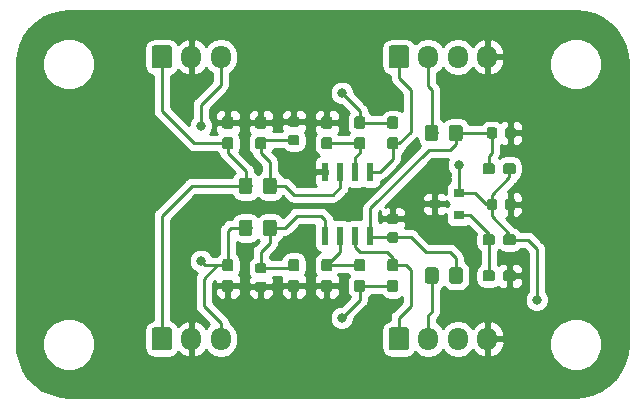
<source format=gbr>
G04 #@! TF.GenerationSoftware,KiCad,Pcbnew,(5.0.1)-3*
G04 #@! TF.CreationDate,2020-03-18T22:13:10-04:00*
G04 #@! TF.ProjectId,viparspectra-adapter,7669706172737065637472612D616461,rev?*
G04 #@! TF.SameCoordinates,Original*
G04 #@! TF.FileFunction,Copper,L1,Top,Signal*
G04 #@! TF.FilePolarity,Positive*
%FSLAX46Y46*%
G04 Gerber Fmt 4.6, Leading zero omitted, Abs format (unit mm)*
G04 Created by KiCad (PCBNEW (5.0.1)-3) date 3/18/2020 10:13:10 PM*
%MOMM*%
%LPD*%
G01*
G04 APERTURE LIST*
G04 #@! TA.AperFunction,Conductor*
%ADD10C,0.100000*%
G04 #@! TD*
G04 #@! TA.AperFunction,SMDPad,CuDef*
%ADD11C,0.875000*%
G04 #@! TD*
G04 #@! TA.AperFunction,SMDPad,CuDef*
%ADD12R,0.900000X0.800000*%
G04 #@! TD*
G04 #@! TA.AperFunction,SMDPad,CuDef*
%ADD13C,1.150000*%
G04 #@! TD*
G04 #@! TA.AperFunction,ComponentPad*
%ADD14C,1.700000*%
G04 #@! TD*
G04 #@! TA.AperFunction,ComponentPad*
%ADD15O,1.700000X1.950000*%
G04 #@! TD*
G04 #@! TA.AperFunction,SMDPad,CuDef*
%ADD16C,0.950000*%
G04 #@! TD*
G04 #@! TA.AperFunction,SMDPad,CuDef*
%ADD17R,0.600000X1.550000*%
G04 #@! TD*
G04 #@! TA.AperFunction,ViaPad*
%ADD18C,0.800000*%
G04 #@! TD*
G04 #@! TA.AperFunction,Conductor*
%ADD19C,0.250000*%
G04 #@! TD*
G04 #@! TA.AperFunction,Conductor*
%ADD20C,0.254000*%
G04 #@! TD*
G04 APERTURE END LIST*
D10*
G04 #@! TO.N,GND*
G04 #@! TO.C,C2*
G36*
X165648691Y-74547053D02*
X165669926Y-74550203D01*
X165690750Y-74555419D01*
X165710962Y-74562651D01*
X165730368Y-74571830D01*
X165748781Y-74582866D01*
X165766024Y-74595654D01*
X165781930Y-74610070D01*
X165796346Y-74625976D01*
X165809134Y-74643219D01*
X165820170Y-74661632D01*
X165829349Y-74681038D01*
X165836581Y-74701250D01*
X165841797Y-74722074D01*
X165844947Y-74743309D01*
X165846000Y-74764750D01*
X165846000Y-75277250D01*
X165844947Y-75298691D01*
X165841797Y-75319926D01*
X165836581Y-75340750D01*
X165829349Y-75360962D01*
X165820170Y-75380368D01*
X165809134Y-75398781D01*
X165796346Y-75416024D01*
X165781930Y-75431930D01*
X165766024Y-75446346D01*
X165748781Y-75459134D01*
X165730368Y-75470170D01*
X165710962Y-75479349D01*
X165690750Y-75486581D01*
X165669926Y-75491797D01*
X165648691Y-75494947D01*
X165627250Y-75496000D01*
X165189750Y-75496000D01*
X165168309Y-75494947D01*
X165147074Y-75491797D01*
X165126250Y-75486581D01*
X165106038Y-75479349D01*
X165086632Y-75470170D01*
X165068219Y-75459134D01*
X165050976Y-75446346D01*
X165035070Y-75431930D01*
X165020654Y-75416024D01*
X165007866Y-75398781D01*
X164996830Y-75380368D01*
X164987651Y-75360962D01*
X164980419Y-75340750D01*
X164975203Y-75319926D01*
X164972053Y-75298691D01*
X164971000Y-75277250D01*
X164971000Y-74764750D01*
X164972053Y-74743309D01*
X164975203Y-74722074D01*
X164980419Y-74701250D01*
X164987651Y-74681038D01*
X164996830Y-74661632D01*
X165007866Y-74643219D01*
X165020654Y-74625976D01*
X165035070Y-74610070D01*
X165050976Y-74595654D01*
X165068219Y-74582866D01*
X165086632Y-74571830D01*
X165106038Y-74562651D01*
X165126250Y-74555419D01*
X165147074Y-74550203D01*
X165168309Y-74547053D01*
X165189750Y-74546000D01*
X165627250Y-74546000D01*
X165648691Y-74547053D01*
X165648691Y-74547053D01*
G37*
D11*
G04 #@! TD*
G04 #@! TO.P,C2,2*
G04 #@! TO.N,GND*
X165408500Y-75021000D03*
D10*
G04 #@! TO.N,+12V*
G04 #@! TO.C,C2*
G36*
X164073691Y-74547053D02*
X164094926Y-74550203D01*
X164115750Y-74555419D01*
X164135962Y-74562651D01*
X164155368Y-74571830D01*
X164173781Y-74582866D01*
X164191024Y-74595654D01*
X164206930Y-74610070D01*
X164221346Y-74625976D01*
X164234134Y-74643219D01*
X164245170Y-74661632D01*
X164254349Y-74681038D01*
X164261581Y-74701250D01*
X164266797Y-74722074D01*
X164269947Y-74743309D01*
X164271000Y-74764750D01*
X164271000Y-75277250D01*
X164269947Y-75298691D01*
X164266797Y-75319926D01*
X164261581Y-75340750D01*
X164254349Y-75360962D01*
X164245170Y-75380368D01*
X164234134Y-75398781D01*
X164221346Y-75416024D01*
X164206930Y-75431930D01*
X164191024Y-75446346D01*
X164173781Y-75459134D01*
X164155368Y-75470170D01*
X164135962Y-75479349D01*
X164115750Y-75486581D01*
X164094926Y-75491797D01*
X164073691Y-75494947D01*
X164052250Y-75496000D01*
X163614750Y-75496000D01*
X163593309Y-75494947D01*
X163572074Y-75491797D01*
X163551250Y-75486581D01*
X163531038Y-75479349D01*
X163511632Y-75470170D01*
X163493219Y-75459134D01*
X163475976Y-75446346D01*
X163460070Y-75431930D01*
X163445654Y-75416024D01*
X163432866Y-75398781D01*
X163421830Y-75380368D01*
X163412651Y-75360962D01*
X163405419Y-75340750D01*
X163400203Y-75319926D01*
X163397053Y-75298691D01*
X163396000Y-75277250D01*
X163396000Y-74764750D01*
X163397053Y-74743309D01*
X163400203Y-74722074D01*
X163405419Y-74701250D01*
X163412651Y-74681038D01*
X163421830Y-74661632D01*
X163432866Y-74643219D01*
X163445654Y-74625976D01*
X163460070Y-74610070D01*
X163475976Y-74595654D01*
X163493219Y-74582866D01*
X163511632Y-74571830D01*
X163531038Y-74562651D01*
X163551250Y-74555419D01*
X163572074Y-74550203D01*
X163593309Y-74547053D01*
X163614750Y-74546000D01*
X164052250Y-74546000D01*
X164073691Y-74547053D01*
X164073691Y-74547053D01*
G37*
D11*
G04 #@! TD*
G04 #@! TO.P,C2,1*
G04 #@! TO.N,+12V*
X163833500Y-75021000D03*
D10*
G04 #@! TO.N,/Vref*
G04 #@! TO.C,C1*
G36*
X164073691Y-80597553D02*
X164094926Y-80600703D01*
X164115750Y-80605919D01*
X164135962Y-80613151D01*
X164155368Y-80622330D01*
X164173781Y-80633366D01*
X164191024Y-80646154D01*
X164206930Y-80660570D01*
X164221346Y-80676476D01*
X164234134Y-80693719D01*
X164245170Y-80712132D01*
X164254349Y-80731538D01*
X164261581Y-80751750D01*
X164266797Y-80772574D01*
X164269947Y-80793809D01*
X164271000Y-80815250D01*
X164271000Y-81327750D01*
X164269947Y-81349191D01*
X164266797Y-81370426D01*
X164261581Y-81391250D01*
X164254349Y-81411462D01*
X164245170Y-81430868D01*
X164234134Y-81449281D01*
X164221346Y-81466524D01*
X164206930Y-81482430D01*
X164191024Y-81496846D01*
X164173781Y-81509634D01*
X164155368Y-81520670D01*
X164135962Y-81529849D01*
X164115750Y-81537081D01*
X164094926Y-81542297D01*
X164073691Y-81545447D01*
X164052250Y-81546500D01*
X163614750Y-81546500D01*
X163593309Y-81545447D01*
X163572074Y-81542297D01*
X163551250Y-81537081D01*
X163531038Y-81529849D01*
X163511632Y-81520670D01*
X163493219Y-81509634D01*
X163475976Y-81496846D01*
X163460070Y-81482430D01*
X163445654Y-81466524D01*
X163432866Y-81449281D01*
X163421830Y-81430868D01*
X163412651Y-81411462D01*
X163405419Y-81391250D01*
X163400203Y-81370426D01*
X163397053Y-81349191D01*
X163396000Y-81327750D01*
X163396000Y-80815250D01*
X163397053Y-80793809D01*
X163400203Y-80772574D01*
X163405419Y-80751750D01*
X163412651Y-80731538D01*
X163421830Y-80712132D01*
X163432866Y-80693719D01*
X163445654Y-80676476D01*
X163460070Y-80660570D01*
X163475976Y-80646154D01*
X163493219Y-80633366D01*
X163511632Y-80622330D01*
X163531038Y-80613151D01*
X163551250Y-80605919D01*
X163572074Y-80600703D01*
X163593309Y-80597553D01*
X163614750Y-80596500D01*
X164052250Y-80596500D01*
X164073691Y-80597553D01*
X164073691Y-80597553D01*
G37*
D11*
G04 #@! TD*
G04 #@! TO.P,C1,1*
G04 #@! TO.N,/Vref*
X163833500Y-81071500D03*
D10*
G04 #@! TO.N,GND*
G04 #@! TO.C,C1*
G36*
X165648691Y-80597553D02*
X165669926Y-80600703D01*
X165690750Y-80605919D01*
X165710962Y-80613151D01*
X165730368Y-80622330D01*
X165748781Y-80633366D01*
X165766024Y-80646154D01*
X165781930Y-80660570D01*
X165796346Y-80676476D01*
X165809134Y-80693719D01*
X165820170Y-80712132D01*
X165829349Y-80731538D01*
X165836581Y-80751750D01*
X165841797Y-80772574D01*
X165844947Y-80793809D01*
X165846000Y-80815250D01*
X165846000Y-81327750D01*
X165844947Y-81349191D01*
X165841797Y-81370426D01*
X165836581Y-81391250D01*
X165829349Y-81411462D01*
X165820170Y-81430868D01*
X165809134Y-81449281D01*
X165796346Y-81466524D01*
X165781930Y-81482430D01*
X165766024Y-81496846D01*
X165748781Y-81509634D01*
X165730368Y-81520670D01*
X165710962Y-81529849D01*
X165690750Y-81537081D01*
X165669926Y-81542297D01*
X165648691Y-81545447D01*
X165627250Y-81546500D01*
X165189750Y-81546500D01*
X165168309Y-81545447D01*
X165147074Y-81542297D01*
X165126250Y-81537081D01*
X165106038Y-81529849D01*
X165086632Y-81520670D01*
X165068219Y-81509634D01*
X165050976Y-81496846D01*
X165035070Y-81482430D01*
X165020654Y-81466524D01*
X165007866Y-81449281D01*
X164996830Y-81430868D01*
X164987651Y-81411462D01*
X164980419Y-81391250D01*
X164975203Y-81370426D01*
X164972053Y-81349191D01*
X164971000Y-81327750D01*
X164971000Y-80815250D01*
X164972053Y-80793809D01*
X164975203Y-80772574D01*
X164980419Y-80751750D01*
X164987651Y-80731538D01*
X164996830Y-80712132D01*
X165007866Y-80693719D01*
X165020654Y-80676476D01*
X165035070Y-80660570D01*
X165050976Y-80646154D01*
X165068219Y-80633366D01*
X165086632Y-80622330D01*
X165106038Y-80613151D01*
X165126250Y-80605919D01*
X165147074Y-80600703D01*
X165168309Y-80597553D01*
X165189750Y-80596500D01*
X165627250Y-80596500D01*
X165648691Y-80597553D01*
X165648691Y-80597553D01*
G37*
D11*
G04 #@! TD*
G04 #@! TO.P,C1,2*
G04 #@! TO.N,GND*
X165408500Y-81071500D03*
D10*
G04 #@! TO.N,Net-(C3-Pad1)*
G04 #@! TO.C,C3*
G36*
X144549691Y-86042553D02*
X144570926Y-86045703D01*
X144591750Y-86050919D01*
X144611962Y-86058151D01*
X144631368Y-86067330D01*
X144649781Y-86078366D01*
X144667024Y-86091154D01*
X144682930Y-86105570D01*
X144697346Y-86121476D01*
X144710134Y-86138719D01*
X144721170Y-86157132D01*
X144730349Y-86176538D01*
X144737581Y-86196750D01*
X144742797Y-86217574D01*
X144745947Y-86238809D01*
X144747000Y-86260250D01*
X144747000Y-86697750D01*
X144745947Y-86719191D01*
X144742797Y-86740426D01*
X144737581Y-86761250D01*
X144730349Y-86781462D01*
X144721170Y-86800868D01*
X144710134Y-86819281D01*
X144697346Y-86836524D01*
X144682930Y-86852430D01*
X144667024Y-86866846D01*
X144649781Y-86879634D01*
X144631368Y-86890670D01*
X144611962Y-86899849D01*
X144591750Y-86907081D01*
X144570926Y-86912297D01*
X144549691Y-86915447D01*
X144528250Y-86916500D01*
X144015750Y-86916500D01*
X143994309Y-86915447D01*
X143973074Y-86912297D01*
X143952250Y-86907081D01*
X143932038Y-86899849D01*
X143912632Y-86890670D01*
X143894219Y-86879634D01*
X143876976Y-86866846D01*
X143861070Y-86852430D01*
X143846654Y-86836524D01*
X143833866Y-86819281D01*
X143822830Y-86800868D01*
X143813651Y-86781462D01*
X143806419Y-86761250D01*
X143801203Y-86740426D01*
X143798053Y-86719191D01*
X143797000Y-86697750D01*
X143797000Y-86260250D01*
X143798053Y-86238809D01*
X143801203Y-86217574D01*
X143806419Y-86196750D01*
X143813651Y-86176538D01*
X143822830Y-86157132D01*
X143833866Y-86138719D01*
X143846654Y-86121476D01*
X143861070Y-86105570D01*
X143876976Y-86091154D01*
X143894219Y-86078366D01*
X143912632Y-86067330D01*
X143932038Y-86058151D01*
X143952250Y-86050919D01*
X143973074Y-86045703D01*
X143994309Y-86042553D01*
X144015750Y-86041500D01*
X144528250Y-86041500D01*
X144549691Y-86042553D01*
X144549691Y-86042553D01*
G37*
D11*
G04 #@! TD*
G04 #@! TO.P,C3,1*
G04 #@! TO.N,Net-(C3-Pad1)*
X144272000Y-86479000D03*
D10*
G04 #@! TO.N,GND*
G04 #@! TO.C,C3*
G36*
X144549691Y-87617553D02*
X144570926Y-87620703D01*
X144591750Y-87625919D01*
X144611962Y-87633151D01*
X144631368Y-87642330D01*
X144649781Y-87653366D01*
X144667024Y-87666154D01*
X144682930Y-87680570D01*
X144697346Y-87696476D01*
X144710134Y-87713719D01*
X144721170Y-87732132D01*
X144730349Y-87751538D01*
X144737581Y-87771750D01*
X144742797Y-87792574D01*
X144745947Y-87813809D01*
X144747000Y-87835250D01*
X144747000Y-88272750D01*
X144745947Y-88294191D01*
X144742797Y-88315426D01*
X144737581Y-88336250D01*
X144730349Y-88356462D01*
X144721170Y-88375868D01*
X144710134Y-88394281D01*
X144697346Y-88411524D01*
X144682930Y-88427430D01*
X144667024Y-88441846D01*
X144649781Y-88454634D01*
X144631368Y-88465670D01*
X144611962Y-88474849D01*
X144591750Y-88482081D01*
X144570926Y-88487297D01*
X144549691Y-88490447D01*
X144528250Y-88491500D01*
X144015750Y-88491500D01*
X143994309Y-88490447D01*
X143973074Y-88487297D01*
X143952250Y-88482081D01*
X143932038Y-88474849D01*
X143912632Y-88465670D01*
X143894219Y-88454634D01*
X143876976Y-88441846D01*
X143861070Y-88427430D01*
X143846654Y-88411524D01*
X143833866Y-88394281D01*
X143822830Y-88375868D01*
X143813651Y-88356462D01*
X143806419Y-88336250D01*
X143801203Y-88315426D01*
X143798053Y-88294191D01*
X143797000Y-88272750D01*
X143797000Y-87835250D01*
X143798053Y-87813809D01*
X143801203Y-87792574D01*
X143806419Y-87771750D01*
X143813651Y-87751538D01*
X143822830Y-87732132D01*
X143833866Y-87713719D01*
X143846654Y-87696476D01*
X143861070Y-87680570D01*
X143876976Y-87666154D01*
X143894219Y-87653366D01*
X143912632Y-87642330D01*
X143932038Y-87633151D01*
X143952250Y-87625919D01*
X143973074Y-87620703D01*
X143994309Y-87617553D01*
X144015750Y-87616500D01*
X144528250Y-87616500D01*
X144549691Y-87617553D01*
X144549691Y-87617553D01*
G37*
D11*
G04 #@! TD*
G04 #@! TO.P,C3,2*
G04 #@! TO.N,GND*
X144272000Y-88054000D03*
D10*
G04 #@! TO.N,GND*
G04 #@! TO.C,C4*
G36*
X147343691Y-73627053D02*
X147364926Y-73630203D01*
X147385750Y-73635419D01*
X147405962Y-73642651D01*
X147425368Y-73651830D01*
X147443781Y-73662866D01*
X147461024Y-73675654D01*
X147476930Y-73690070D01*
X147491346Y-73705976D01*
X147504134Y-73723219D01*
X147515170Y-73741632D01*
X147524349Y-73761038D01*
X147531581Y-73781250D01*
X147536797Y-73802074D01*
X147539947Y-73823309D01*
X147541000Y-73844750D01*
X147541000Y-74282250D01*
X147539947Y-74303691D01*
X147536797Y-74324926D01*
X147531581Y-74345750D01*
X147524349Y-74365962D01*
X147515170Y-74385368D01*
X147504134Y-74403781D01*
X147491346Y-74421024D01*
X147476930Y-74436930D01*
X147461024Y-74451346D01*
X147443781Y-74464134D01*
X147425368Y-74475170D01*
X147405962Y-74484349D01*
X147385750Y-74491581D01*
X147364926Y-74496797D01*
X147343691Y-74499947D01*
X147322250Y-74501000D01*
X146809750Y-74501000D01*
X146788309Y-74499947D01*
X146767074Y-74496797D01*
X146746250Y-74491581D01*
X146726038Y-74484349D01*
X146706632Y-74475170D01*
X146688219Y-74464134D01*
X146670976Y-74451346D01*
X146655070Y-74436930D01*
X146640654Y-74421024D01*
X146627866Y-74403781D01*
X146616830Y-74385368D01*
X146607651Y-74365962D01*
X146600419Y-74345750D01*
X146595203Y-74324926D01*
X146592053Y-74303691D01*
X146591000Y-74282250D01*
X146591000Y-73844750D01*
X146592053Y-73823309D01*
X146595203Y-73802074D01*
X146600419Y-73781250D01*
X146607651Y-73761038D01*
X146616830Y-73741632D01*
X146627866Y-73723219D01*
X146640654Y-73705976D01*
X146655070Y-73690070D01*
X146670976Y-73675654D01*
X146688219Y-73662866D01*
X146706632Y-73651830D01*
X146726038Y-73642651D01*
X146746250Y-73635419D01*
X146767074Y-73630203D01*
X146788309Y-73627053D01*
X146809750Y-73626000D01*
X147322250Y-73626000D01*
X147343691Y-73627053D01*
X147343691Y-73627053D01*
G37*
D11*
G04 #@! TD*
G04 #@! TO.P,C4,2*
G04 #@! TO.N,GND*
X147066000Y-74063500D03*
D10*
G04 #@! TO.N,Net-(C4-Pad1)*
G04 #@! TO.C,C4*
G36*
X147343691Y-75202053D02*
X147364926Y-75205203D01*
X147385750Y-75210419D01*
X147405962Y-75217651D01*
X147425368Y-75226830D01*
X147443781Y-75237866D01*
X147461024Y-75250654D01*
X147476930Y-75265070D01*
X147491346Y-75280976D01*
X147504134Y-75298219D01*
X147515170Y-75316632D01*
X147524349Y-75336038D01*
X147531581Y-75356250D01*
X147536797Y-75377074D01*
X147539947Y-75398309D01*
X147541000Y-75419750D01*
X147541000Y-75857250D01*
X147539947Y-75878691D01*
X147536797Y-75899926D01*
X147531581Y-75920750D01*
X147524349Y-75940962D01*
X147515170Y-75960368D01*
X147504134Y-75978781D01*
X147491346Y-75996024D01*
X147476930Y-76011930D01*
X147461024Y-76026346D01*
X147443781Y-76039134D01*
X147425368Y-76050170D01*
X147405962Y-76059349D01*
X147385750Y-76066581D01*
X147364926Y-76071797D01*
X147343691Y-76074947D01*
X147322250Y-76076000D01*
X146809750Y-76076000D01*
X146788309Y-76074947D01*
X146767074Y-76071797D01*
X146746250Y-76066581D01*
X146726038Y-76059349D01*
X146706632Y-76050170D01*
X146688219Y-76039134D01*
X146670976Y-76026346D01*
X146655070Y-76011930D01*
X146640654Y-75996024D01*
X146627866Y-75978781D01*
X146616830Y-75960368D01*
X146607651Y-75940962D01*
X146600419Y-75920750D01*
X146595203Y-75899926D01*
X146592053Y-75878691D01*
X146591000Y-75857250D01*
X146591000Y-75419750D01*
X146592053Y-75398309D01*
X146595203Y-75377074D01*
X146600419Y-75356250D01*
X146607651Y-75336038D01*
X146616830Y-75316632D01*
X146627866Y-75298219D01*
X146640654Y-75280976D01*
X146655070Y-75265070D01*
X146670976Y-75250654D01*
X146688219Y-75237866D01*
X146706632Y-75226830D01*
X146726038Y-75217651D01*
X146746250Y-75210419D01*
X146767074Y-75205203D01*
X146788309Y-75202053D01*
X146809750Y-75201000D01*
X147322250Y-75201000D01*
X147343691Y-75202053D01*
X147343691Y-75202053D01*
G37*
D11*
G04 #@! TD*
G04 #@! TO.P,C4,1*
G04 #@! TO.N,Net-(C4-Pad1)*
X147066000Y-75638500D03*
D10*
G04 #@! TO.N,+12V*
G04 #@! TO.C,C5*
G36*
X155725691Y-83434553D02*
X155746926Y-83437703D01*
X155767750Y-83442919D01*
X155787962Y-83450151D01*
X155807368Y-83459330D01*
X155825781Y-83470366D01*
X155843024Y-83483154D01*
X155858930Y-83497570D01*
X155873346Y-83513476D01*
X155886134Y-83530719D01*
X155897170Y-83549132D01*
X155906349Y-83568538D01*
X155913581Y-83588750D01*
X155918797Y-83609574D01*
X155921947Y-83630809D01*
X155923000Y-83652250D01*
X155923000Y-84089750D01*
X155921947Y-84111191D01*
X155918797Y-84132426D01*
X155913581Y-84153250D01*
X155906349Y-84173462D01*
X155897170Y-84192868D01*
X155886134Y-84211281D01*
X155873346Y-84228524D01*
X155858930Y-84244430D01*
X155843024Y-84258846D01*
X155825781Y-84271634D01*
X155807368Y-84282670D01*
X155787962Y-84291849D01*
X155767750Y-84299081D01*
X155746926Y-84304297D01*
X155725691Y-84307447D01*
X155704250Y-84308500D01*
X155191750Y-84308500D01*
X155170309Y-84307447D01*
X155149074Y-84304297D01*
X155128250Y-84299081D01*
X155108038Y-84291849D01*
X155088632Y-84282670D01*
X155070219Y-84271634D01*
X155052976Y-84258846D01*
X155037070Y-84244430D01*
X155022654Y-84228524D01*
X155009866Y-84211281D01*
X154998830Y-84192868D01*
X154989651Y-84173462D01*
X154982419Y-84153250D01*
X154977203Y-84132426D01*
X154974053Y-84111191D01*
X154973000Y-84089750D01*
X154973000Y-83652250D01*
X154974053Y-83630809D01*
X154977203Y-83609574D01*
X154982419Y-83588750D01*
X154989651Y-83568538D01*
X154998830Y-83549132D01*
X155009866Y-83530719D01*
X155022654Y-83513476D01*
X155037070Y-83497570D01*
X155052976Y-83483154D01*
X155070219Y-83470366D01*
X155088632Y-83459330D01*
X155108038Y-83450151D01*
X155128250Y-83442919D01*
X155149074Y-83437703D01*
X155170309Y-83434553D01*
X155191750Y-83433500D01*
X155704250Y-83433500D01*
X155725691Y-83434553D01*
X155725691Y-83434553D01*
G37*
D11*
G04 #@! TD*
G04 #@! TO.P,C5,1*
G04 #@! TO.N,+12V*
X155448000Y-83871000D03*
D10*
G04 #@! TO.N,GND*
G04 #@! TO.C,C5*
G36*
X155725691Y-81859553D02*
X155746926Y-81862703D01*
X155767750Y-81867919D01*
X155787962Y-81875151D01*
X155807368Y-81884330D01*
X155825781Y-81895366D01*
X155843024Y-81908154D01*
X155858930Y-81922570D01*
X155873346Y-81938476D01*
X155886134Y-81955719D01*
X155897170Y-81974132D01*
X155906349Y-81993538D01*
X155913581Y-82013750D01*
X155918797Y-82034574D01*
X155921947Y-82055809D01*
X155923000Y-82077250D01*
X155923000Y-82514750D01*
X155921947Y-82536191D01*
X155918797Y-82557426D01*
X155913581Y-82578250D01*
X155906349Y-82598462D01*
X155897170Y-82617868D01*
X155886134Y-82636281D01*
X155873346Y-82653524D01*
X155858930Y-82669430D01*
X155843024Y-82683846D01*
X155825781Y-82696634D01*
X155807368Y-82707670D01*
X155787962Y-82716849D01*
X155767750Y-82724081D01*
X155746926Y-82729297D01*
X155725691Y-82732447D01*
X155704250Y-82733500D01*
X155191750Y-82733500D01*
X155170309Y-82732447D01*
X155149074Y-82729297D01*
X155128250Y-82724081D01*
X155108038Y-82716849D01*
X155088632Y-82707670D01*
X155070219Y-82696634D01*
X155052976Y-82683846D01*
X155037070Y-82669430D01*
X155022654Y-82653524D01*
X155009866Y-82636281D01*
X154998830Y-82617868D01*
X154989651Y-82598462D01*
X154982419Y-82578250D01*
X154977203Y-82557426D01*
X154974053Y-82536191D01*
X154973000Y-82514750D01*
X154973000Y-82077250D01*
X154974053Y-82055809D01*
X154977203Y-82034574D01*
X154982419Y-82013750D01*
X154989651Y-81993538D01*
X154998830Y-81974132D01*
X155009866Y-81955719D01*
X155022654Y-81938476D01*
X155037070Y-81922570D01*
X155052976Y-81908154D01*
X155070219Y-81895366D01*
X155088632Y-81884330D01*
X155108038Y-81875151D01*
X155128250Y-81867919D01*
X155149074Y-81862703D01*
X155170309Y-81859553D01*
X155191750Y-81858500D01*
X155704250Y-81858500D01*
X155725691Y-81859553D01*
X155725691Y-81859553D01*
G37*
D11*
G04 #@! TD*
G04 #@! TO.P,C5,2*
G04 #@! TO.N,GND*
X155448000Y-82296000D03*
D12*
G04 #@! TO.P,D1,1*
G04 #@! TO.N,Net-(D1-Pad1)*
X161020000Y-81976000D03*
G04 #@! TO.P,D1,2*
G04 #@! TO.N,/Vref*
X161020000Y-80076000D03*
G04 #@! TO.P,D1,3*
G04 #@! TO.N,GND*
X159020000Y-81026000D03*
G04 #@! TD*
D10*
G04 #@! TO.N,Net-(C3-Pad1)*
G04 #@! TO.C,D2*
G36*
X145392505Y-82359204D02*
X145416773Y-82362804D01*
X145440572Y-82368765D01*
X145463671Y-82377030D01*
X145485850Y-82387520D01*
X145506893Y-82400132D01*
X145526599Y-82414747D01*
X145544777Y-82431223D01*
X145561253Y-82449401D01*
X145575868Y-82469107D01*
X145588480Y-82490150D01*
X145598970Y-82512329D01*
X145607235Y-82535428D01*
X145613196Y-82559227D01*
X145616796Y-82583495D01*
X145618000Y-82607999D01*
X145618000Y-83508001D01*
X145616796Y-83532505D01*
X145613196Y-83556773D01*
X145607235Y-83580572D01*
X145598970Y-83603671D01*
X145588480Y-83625850D01*
X145575868Y-83646893D01*
X145561253Y-83666599D01*
X145544777Y-83684777D01*
X145526599Y-83701253D01*
X145506893Y-83715868D01*
X145485850Y-83728480D01*
X145463671Y-83738970D01*
X145440572Y-83747235D01*
X145416773Y-83753196D01*
X145392505Y-83756796D01*
X145368001Y-83758000D01*
X144717999Y-83758000D01*
X144693495Y-83756796D01*
X144669227Y-83753196D01*
X144645428Y-83747235D01*
X144622329Y-83738970D01*
X144600150Y-83728480D01*
X144579107Y-83715868D01*
X144559401Y-83701253D01*
X144541223Y-83684777D01*
X144524747Y-83666599D01*
X144510132Y-83646893D01*
X144497520Y-83625850D01*
X144487030Y-83603671D01*
X144478765Y-83580572D01*
X144472804Y-83556773D01*
X144469204Y-83532505D01*
X144468000Y-83508001D01*
X144468000Y-82607999D01*
X144469204Y-82583495D01*
X144472804Y-82559227D01*
X144478765Y-82535428D01*
X144487030Y-82512329D01*
X144497520Y-82490150D01*
X144510132Y-82469107D01*
X144524747Y-82449401D01*
X144541223Y-82431223D01*
X144559401Y-82414747D01*
X144579107Y-82400132D01*
X144600150Y-82387520D01*
X144622329Y-82377030D01*
X144645428Y-82368765D01*
X144669227Y-82362804D01*
X144693495Y-82359204D01*
X144717999Y-82358000D01*
X145368001Y-82358000D01*
X145392505Y-82359204D01*
X145392505Y-82359204D01*
G37*
D13*
G04 #@! TD*
G04 #@! TO.P,D2,1*
G04 #@! TO.N,Net-(C3-Pad1)*
X145043000Y-83058000D03*
D10*
G04 #@! TO.N,/ch2_input*
G04 #@! TO.C,D2*
G36*
X143342505Y-82359204D02*
X143366773Y-82362804D01*
X143390572Y-82368765D01*
X143413671Y-82377030D01*
X143435850Y-82387520D01*
X143456893Y-82400132D01*
X143476599Y-82414747D01*
X143494777Y-82431223D01*
X143511253Y-82449401D01*
X143525868Y-82469107D01*
X143538480Y-82490150D01*
X143548970Y-82512329D01*
X143557235Y-82535428D01*
X143563196Y-82559227D01*
X143566796Y-82583495D01*
X143568000Y-82607999D01*
X143568000Y-83508001D01*
X143566796Y-83532505D01*
X143563196Y-83556773D01*
X143557235Y-83580572D01*
X143548970Y-83603671D01*
X143538480Y-83625850D01*
X143525868Y-83646893D01*
X143511253Y-83666599D01*
X143494777Y-83684777D01*
X143476599Y-83701253D01*
X143456893Y-83715868D01*
X143435850Y-83728480D01*
X143413671Y-83738970D01*
X143390572Y-83747235D01*
X143366773Y-83753196D01*
X143342505Y-83756796D01*
X143318001Y-83758000D01*
X142667999Y-83758000D01*
X142643495Y-83756796D01*
X142619227Y-83753196D01*
X142595428Y-83747235D01*
X142572329Y-83738970D01*
X142550150Y-83728480D01*
X142529107Y-83715868D01*
X142509401Y-83701253D01*
X142491223Y-83684777D01*
X142474747Y-83666599D01*
X142460132Y-83646893D01*
X142447520Y-83625850D01*
X142437030Y-83603671D01*
X142428765Y-83580572D01*
X142422804Y-83556773D01*
X142419204Y-83532505D01*
X142418000Y-83508001D01*
X142418000Y-82607999D01*
X142419204Y-82583495D01*
X142422804Y-82559227D01*
X142428765Y-82535428D01*
X142437030Y-82512329D01*
X142447520Y-82490150D01*
X142460132Y-82469107D01*
X142474747Y-82449401D01*
X142491223Y-82431223D01*
X142509401Y-82414747D01*
X142529107Y-82400132D01*
X142550150Y-82387520D01*
X142572329Y-82377030D01*
X142595428Y-82368765D01*
X142619227Y-82362804D01*
X142643495Y-82359204D01*
X142667999Y-82358000D01*
X143318001Y-82358000D01*
X143342505Y-82359204D01*
X143342505Y-82359204D01*
G37*
D13*
G04 #@! TD*
G04 #@! TO.P,D2,2*
G04 #@! TO.N,/ch2_input*
X142993000Y-83058000D03*
D10*
G04 #@! TO.N,/ch1_input*
G04 #@! TO.C,D3*
G36*
X143342505Y-78803204D02*
X143366773Y-78806804D01*
X143390572Y-78812765D01*
X143413671Y-78821030D01*
X143435850Y-78831520D01*
X143456893Y-78844132D01*
X143476599Y-78858747D01*
X143494777Y-78875223D01*
X143511253Y-78893401D01*
X143525868Y-78913107D01*
X143538480Y-78934150D01*
X143548970Y-78956329D01*
X143557235Y-78979428D01*
X143563196Y-79003227D01*
X143566796Y-79027495D01*
X143568000Y-79051999D01*
X143568000Y-79952001D01*
X143566796Y-79976505D01*
X143563196Y-80000773D01*
X143557235Y-80024572D01*
X143548970Y-80047671D01*
X143538480Y-80069850D01*
X143525868Y-80090893D01*
X143511253Y-80110599D01*
X143494777Y-80128777D01*
X143476599Y-80145253D01*
X143456893Y-80159868D01*
X143435850Y-80172480D01*
X143413671Y-80182970D01*
X143390572Y-80191235D01*
X143366773Y-80197196D01*
X143342505Y-80200796D01*
X143318001Y-80202000D01*
X142667999Y-80202000D01*
X142643495Y-80200796D01*
X142619227Y-80197196D01*
X142595428Y-80191235D01*
X142572329Y-80182970D01*
X142550150Y-80172480D01*
X142529107Y-80159868D01*
X142509401Y-80145253D01*
X142491223Y-80128777D01*
X142474747Y-80110599D01*
X142460132Y-80090893D01*
X142447520Y-80069850D01*
X142437030Y-80047671D01*
X142428765Y-80024572D01*
X142422804Y-80000773D01*
X142419204Y-79976505D01*
X142418000Y-79952001D01*
X142418000Y-79051999D01*
X142419204Y-79027495D01*
X142422804Y-79003227D01*
X142428765Y-78979428D01*
X142437030Y-78956329D01*
X142447520Y-78934150D01*
X142460132Y-78913107D01*
X142474747Y-78893401D01*
X142491223Y-78875223D01*
X142509401Y-78858747D01*
X142529107Y-78844132D01*
X142550150Y-78831520D01*
X142572329Y-78821030D01*
X142595428Y-78812765D01*
X142619227Y-78806804D01*
X142643495Y-78803204D01*
X142667999Y-78802000D01*
X143318001Y-78802000D01*
X143342505Y-78803204D01*
X143342505Y-78803204D01*
G37*
D13*
G04 #@! TD*
G04 #@! TO.P,D3,2*
G04 #@! TO.N,/ch1_input*
X142993000Y-79502000D03*
D10*
G04 #@! TO.N,Net-(C4-Pad1)*
G04 #@! TO.C,D3*
G36*
X145392505Y-78803204D02*
X145416773Y-78806804D01*
X145440572Y-78812765D01*
X145463671Y-78821030D01*
X145485850Y-78831520D01*
X145506893Y-78844132D01*
X145526599Y-78858747D01*
X145544777Y-78875223D01*
X145561253Y-78893401D01*
X145575868Y-78913107D01*
X145588480Y-78934150D01*
X145598970Y-78956329D01*
X145607235Y-78979428D01*
X145613196Y-79003227D01*
X145616796Y-79027495D01*
X145618000Y-79051999D01*
X145618000Y-79952001D01*
X145616796Y-79976505D01*
X145613196Y-80000773D01*
X145607235Y-80024572D01*
X145598970Y-80047671D01*
X145588480Y-80069850D01*
X145575868Y-80090893D01*
X145561253Y-80110599D01*
X145544777Y-80128777D01*
X145526599Y-80145253D01*
X145506893Y-80159868D01*
X145485850Y-80172480D01*
X145463671Y-80182970D01*
X145440572Y-80191235D01*
X145416773Y-80197196D01*
X145392505Y-80200796D01*
X145368001Y-80202000D01*
X144717999Y-80202000D01*
X144693495Y-80200796D01*
X144669227Y-80197196D01*
X144645428Y-80191235D01*
X144622329Y-80182970D01*
X144600150Y-80172480D01*
X144579107Y-80159868D01*
X144559401Y-80145253D01*
X144541223Y-80128777D01*
X144524747Y-80110599D01*
X144510132Y-80090893D01*
X144497520Y-80069850D01*
X144487030Y-80047671D01*
X144478765Y-80024572D01*
X144472804Y-80000773D01*
X144469204Y-79976505D01*
X144468000Y-79952001D01*
X144468000Y-79051999D01*
X144469204Y-79027495D01*
X144472804Y-79003227D01*
X144478765Y-78979428D01*
X144487030Y-78956329D01*
X144497520Y-78934150D01*
X144510132Y-78913107D01*
X144524747Y-78893401D01*
X144541223Y-78875223D01*
X144559401Y-78858747D01*
X144579107Y-78844132D01*
X144600150Y-78831520D01*
X144622329Y-78821030D01*
X144645428Y-78812765D01*
X144669227Y-78806804D01*
X144693495Y-78803204D01*
X144717999Y-78802000D01*
X145368001Y-78802000D01*
X145392505Y-78803204D01*
X145392505Y-78803204D01*
G37*
D13*
G04 #@! TD*
G04 #@! TO.P,D3,1*
G04 #@! TO.N,Net-(C4-Pad1)*
X145043000Y-79502000D03*
D10*
G04 #@! TO.N,+12V*
G04 #@! TO.C,D4*
G36*
X161131505Y-74322204D02*
X161155773Y-74325804D01*
X161179572Y-74331765D01*
X161202671Y-74340030D01*
X161224850Y-74350520D01*
X161245893Y-74363132D01*
X161265599Y-74377747D01*
X161283777Y-74394223D01*
X161300253Y-74412401D01*
X161314868Y-74432107D01*
X161327480Y-74453150D01*
X161337970Y-74475329D01*
X161346235Y-74498428D01*
X161352196Y-74522227D01*
X161355796Y-74546495D01*
X161357000Y-74570999D01*
X161357000Y-75471001D01*
X161355796Y-75495505D01*
X161352196Y-75519773D01*
X161346235Y-75543572D01*
X161337970Y-75566671D01*
X161327480Y-75588850D01*
X161314868Y-75609893D01*
X161300253Y-75629599D01*
X161283777Y-75647777D01*
X161265599Y-75664253D01*
X161245893Y-75678868D01*
X161224850Y-75691480D01*
X161202671Y-75701970D01*
X161179572Y-75710235D01*
X161155773Y-75716196D01*
X161131505Y-75719796D01*
X161107001Y-75721000D01*
X160456999Y-75721000D01*
X160432495Y-75719796D01*
X160408227Y-75716196D01*
X160384428Y-75710235D01*
X160361329Y-75701970D01*
X160339150Y-75691480D01*
X160318107Y-75678868D01*
X160298401Y-75664253D01*
X160280223Y-75647777D01*
X160263747Y-75629599D01*
X160249132Y-75609893D01*
X160236520Y-75588850D01*
X160226030Y-75566671D01*
X160217765Y-75543572D01*
X160211804Y-75519773D01*
X160208204Y-75495505D01*
X160207000Y-75471001D01*
X160207000Y-74570999D01*
X160208204Y-74546495D01*
X160211804Y-74522227D01*
X160217765Y-74498428D01*
X160226030Y-74475329D01*
X160236520Y-74453150D01*
X160249132Y-74432107D01*
X160263747Y-74412401D01*
X160280223Y-74394223D01*
X160298401Y-74377747D01*
X160318107Y-74363132D01*
X160339150Y-74350520D01*
X160361329Y-74340030D01*
X160384428Y-74331765D01*
X160408227Y-74325804D01*
X160432495Y-74322204D01*
X160456999Y-74321000D01*
X161107001Y-74321000D01*
X161131505Y-74322204D01*
X161131505Y-74322204D01*
G37*
D13*
G04 #@! TD*
G04 #@! TO.P,D4,1*
G04 #@! TO.N,+12V*
X160782000Y-75021000D03*
D10*
G04 #@! TO.N,Net-(D4-Pad2)*
G04 #@! TO.C,D4*
G36*
X159081505Y-74322204D02*
X159105773Y-74325804D01*
X159129572Y-74331765D01*
X159152671Y-74340030D01*
X159174850Y-74350520D01*
X159195893Y-74363132D01*
X159215599Y-74377747D01*
X159233777Y-74394223D01*
X159250253Y-74412401D01*
X159264868Y-74432107D01*
X159277480Y-74453150D01*
X159287970Y-74475329D01*
X159296235Y-74498428D01*
X159302196Y-74522227D01*
X159305796Y-74546495D01*
X159307000Y-74570999D01*
X159307000Y-75471001D01*
X159305796Y-75495505D01*
X159302196Y-75519773D01*
X159296235Y-75543572D01*
X159287970Y-75566671D01*
X159277480Y-75588850D01*
X159264868Y-75609893D01*
X159250253Y-75629599D01*
X159233777Y-75647777D01*
X159215599Y-75664253D01*
X159195893Y-75678868D01*
X159174850Y-75691480D01*
X159152671Y-75701970D01*
X159129572Y-75710235D01*
X159105773Y-75716196D01*
X159081505Y-75719796D01*
X159057001Y-75721000D01*
X158406999Y-75721000D01*
X158382495Y-75719796D01*
X158358227Y-75716196D01*
X158334428Y-75710235D01*
X158311329Y-75701970D01*
X158289150Y-75691480D01*
X158268107Y-75678868D01*
X158248401Y-75664253D01*
X158230223Y-75647777D01*
X158213747Y-75629599D01*
X158199132Y-75609893D01*
X158186520Y-75588850D01*
X158176030Y-75566671D01*
X158167765Y-75543572D01*
X158161804Y-75519773D01*
X158158204Y-75495505D01*
X158157000Y-75471001D01*
X158157000Y-74570999D01*
X158158204Y-74546495D01*
X158161804Y-74522227D01*
X158167765Y-74498428D01*
X158176030Y-74475329D01*
X158186520Y-74453150D01*
X158199132Y-74432107D01*
X158213747Y-74412401D01*
X158230223Y-74394223D01*
X158248401Y-74377747D01*
X158268107Y-74363132D01*
X158289150Y-74350520D01*
X158311329Y-74340030D01*
X158334428Y-74331765D01*
X158358227Y-74325804D01*
X158382495Y-74322204D01*
X158406999Y-74321000D01*
X159057001Y-74321000D01*
X159081505Y-74322204D01*
X159081505Y-74322204D01*
G37*
D13*
G04 #@! TD*
G04 #@! TO.P,D4,2*
G04 #@! TO.N,Net-(D4-Pad2)*
X158732000Y-75021000D03*
D10*
G04 #@! TO.N,Net-(D5-Pad2)*
G04 #@! TO.C,D5*
G36*
X159099505Y-86397704D02*
X159123773Y-86401304D01*
X159147572Y-86407265D01*
X159170671Y-86415530D01*
X159192850Y-86426020D01*
X159213893Y-86438632D01*
X159233599Y-86453247D01*
X159251777Y-86469723D01*
X159268253Y-86487901D01*
X159282868Y-86507607D01*
X159295480Y-86528650D01*
X159305970Y-86550829D01*
X159314235Y-86573928D01*
X159320196Y-86597727D01*
X159323796Y-86621995D01*
X159325000Y-86646499D01*
X159325000Y-87546501D01*
X159323796Y-87571005D01*
X159320196Y-87595273D01*
X159314235Y-87619072D01*
X159305970Y-87642171D01*
X159295480Y-87664350D01*
X159282868Y-87685393D01*
X159268253Y-87705099D01*
X159251777Y-87723277D01*
X159233599Y-87739753D01*
X159213893Y-87754368D01*
X159192850Y-87766980D01*
X159170671Y-87777470D01*
X159147572Y-87785735D01*
X159123773Y-87791696D01*
X159099505Y-87795296D01*
X159075001Y-87796500D01*
X158424999Y-87796500D01*
X158400495Y-87795296D01*
X158376227Y-87791696D01*
X158352428Y-87785735D01*
X158329329Y-87777470D01*
X158307150Y-87766980D01*
X158286107Y-87754368D01*
X158266401Y-87739753D01*
X158248223Y-87723277D01*
X158231747Y-87705099D01*
X158217132Y-87685393D01*
X158204520Y-87664350D01*
X158194030Y-87642171D01*
X158185765Y-87619072D01*
X158179804Y-87595273D01*
X158176204Y-87571005D01*
X158175000Y-87546501D01*
X158175000Y-86646499D01*
X158176204Y-86621995D01*
X158179804Y-86597727D01*
X158185765Y-86573928D01*
X158194030Y-86550829D01*
X158204520Y-86528650D01*
X158217132Y-86507607D01*
X158231747Y-86487901D01*
X158248223Y-86469723D01*
X158266401Y-86453247D01*
X158286107Y-86438632D01*
X158307150Y-86426020D01*
X158329329Y-86415530D01*
X158352428Y-86407265D01*
X158376227Y-86401304D01*
X158400495Y-86397704D01*
X158424999Y-86396500D01*
X159075001Y-86396500D01*
X159099505Y-86397704D01*
X159099505Y-86397704D01*
G37*
D13*
G04 #@! TD*
G04 #@! TO.P,D5,2*
G04 #@! TO.N,Net-(D5-Pad2)*
X158750000Y-87096500D03*
D10*
G04 #@! TO.N,+12V*
G04 #@! TO.C,D5*
G36*
X161149505Y-86397704D02*
X161173773Y-86401304D01*
X161197572Y-86407265D01*
X161220671Y-86415530D01*
X161242850Y-86426020D01*
X161263893Y-86438632D01*
X161283599Y-86453247D01*
X161301777Y-86469723D01*
X161318253Y-86487901D01*
X161332868Y-86507607D01*
X161345480Y-86528650D01*
X161355970Y-86550829D01*
X161364235Y-86573928D01*
X161370196Y-86597727D01*
X161373796Y-86621995D01*
X161375000Y-86646499D01*
X161375000Y-87546501D01*
X161373796Y-87571005D01*
X161370196Y-87595273D01*
X161364235Y-87619072D01*
X161355970Y-87642171D01*
X161345480Y-87664350D01*
X161332868Y-87685393D01*
X161318253Y-87705099D01*
X161301777Y-87723277D01*
X161283599Y-87739753D01*
X161263893Y-87754368D01*
X161242850Y-87766980D01*
X161220671Y-87777470D01*
X161197572Y-87785735D01*
X161173773Y-87791696D01*
X161149505Y-87795296D01*
X161125001Y-87796500D01*
X160474999Y-87796500D01*
X160450495Y-87795296D01*
X160426227Y-87791696D01*
X160402428Y-87785735D01*
X160379329Y-87777470D01*
X160357150Y-87766980D01*
X160336107Y-87754368D01*
X160316401Y-87739753D01*
X160298223Y-87723277D01*
X160281747Y-87705099D01*
X160267132Y-87685393D01*
X160254520Y-87664350D01*
X160244030Y-87642171D01*
X160235765Y-87619072D01*
X160229804Y-87595273D01*
X160226204Y-87571005D01*
X160225000Y-87546501D01*
X160225000Y-86646499D01*
X160226204Y-86621995D01*
X160229804Y-86597727D01*
X160235765Y-86573928D01*
X160244030Y-86550829D01*
X160254520Y-86528650D01*
X160267132Y-86507607D01*
X160281747Y-86487901D01*
X160298223Y-86469723D01*
X160316401Y-86453247D01*
X160336107Y-86438632D01*
X160357150Y-86426020D01*
X160379329Y-86415530D01*
X160402428Y-86407265D01*
X160426227Y-86401304D01*
X160450495Y-86397704D01*
X160474999Y-86396500D01*
X161125001Y-86396500D01*
X161149505Y-86397704D01*
X161149505Y-86397704D01*
G37*
D13*
G04 #@! TD*
G04 #@! TO.P,D5,1*
G04 #@! TO.N,+12V*
X160800000Y-87096500D03*
D10*
G04 #@! TO.N,/ch1_input*
G04 #@! TO.C,J1*
G36*
X136514504Y-67606204D02*
X136538773Y-67609804D01*
X136562571Y-67615765D01*
X136585671Y-67624030D01*
X136607849Y-67634520D01*
X136628893Y-67647133D01*
X136648598Y-67661747D01*
X136666777Y-67678223D01*
X136683253Y-67696402D01*
X136697867Y-67716107D01*
X136710480Y-67737151D01*
X136720970Y-67759329D01*
X136729235Y-67782429D01*
X136735196Y-67806227D01*
X136738796Y-67830496D01*
X136740000Y-67855000D01*
X136740000Y-69305000D01*
X136738796Y-69329504D01*
X136735196Y-69353773D01*
X136729235Y-69377571D01*
X136720970Y-69400671D01*
X136710480Y-69422849D01*
X136697867Y-69443893D01*
X136683253Y-69463598D01*
X136666777Y-69481777D01*
X136648598Y-69498253D01*
X136628893Y-69512867D01*
X136607849Y-69525480D01*
X136585671Y-69535970D01*
X136562571Y-69544235D01*
X136538773Y-69550196D01*
X136514504Y-69553796D01*
X136490000Y-69555000D01*
X135290000Y-69555000D01*
X135265496Y-69553796D01*
X135241227Y-69550196D01*
X135217429Y-69544235D01*
X135194329Y-69535970D01*
X135172151Y-69525480D01*
X135151107Y-69512867D01*
X135131402Y-69498253D01*
X135113223Y-69481777D01*
X135096747Y-69463598D01*
X135082133Y-69443893D01*
X135069520Y-69422849D01*
X135059030Y-69400671D01*
X135050765Y-69377571D01*
X135044804Y-69353773D01*
X135041204Y-69329504D01*
X135040000Y-69305000D01*
X135040000Y-67855000D01*
X135041204Y-67830496D01*
X135044804Y-67806227D01*
X135050765Y-67782429D01*
X135059030Y-67759329D01*
X135069520Y-67737151D01*
X135082133Y-67716107D01*
X135096747Y-67696402D01*
X135113223Y-67678223D01*
X135131402Y-67661747D01*
X135151107Y-67647133D01*
X135172151Y-67634520D01*
X135194329Y-67624030D01*
X135217429Y-67615765D01*
X135241227Y-67609804D01*
X135265496Y-67606204D01*
X135290000Y-67605000D01*
X136490000Y-67605000D01*
X136514504Y-67606204D01*
X136514504Y-67606204D01*
G37*
D14*
G04 #@! TD*
G04 #@! TO.P,J1,1*
G04 #@! TO.N,/ch1_input*
X135890000Y-68580000D03*
D15*
G04 #@! TO.P,J1,2*
G04 #@! TO.N,GND*
X138390000Y-68580000D03*
G04 #@! TO.P,J1,3*
G04 #@! TO.N,/ch2_input*
X140890000Y-68580000D03*
G04 #@! TD*
G04 #@! TO.P,J2,3*
G04 #@! TO.N,/ch2_input*
X140890000Y-92456000D03*
G04 #@! TO.P,J2,2*
G04 #@! TO.N,GND*
X138390000Y-92456000D03*
D10*
G04 #@! TD*
G04 #@! TO.N,/ch1_input*
G04 #@! TO.C,J2*
G36*
X136514504Y-91482204D02*
X136538773Y-91485804D01*
X136562571Y-91491765D01*
X136585671Y-91500030D01*
X136607849Y-91510520D01*
X136628893Y-91523133D01*
X136648598Y-91537747D01*
X136666777Y-91554223D01*
X136683253Y-91572402D01*
X136697867Y-91592107D01*
X136710480Y-91613151D01*
X136720970Y-91635329D01*
X136729235Y-91658429D01*
X136735196Y-91682227D01*
X136738796Y-91706496D01*
X136740000Y-91731000D01*
X136740000Y-93181000D01*
X136738796Y-93205504D01*
X136735196Y-93229773D01*
X136729235Y-93253571D01*
X136720970Y-93276671D01*
X136710480Y-93298849D01*
X136697867Y-93319893D01*
X136683253Y-93339598D01*
X136666777Y-93357777D01*
X136648598Y-93374253D01*
X136628893Y-93388867D01*
X136607849Y-93401480D01*
X136585671Y-93411970D01*
X136562571Y-93420235D01*
X136538773Y-93426196D01*
X136514504Y-93429796D01*
X136490000Y-93431000D01*
X135290000Y-93431000D01*
X135265496Y-93429796D01*
X135241227Y-93426196D01*
X135217429Y-93420235D01*
X135194329Y-93411970D01*
X135172151Y-93401480D01*
X135151107Y-93388867D01*
X135131402Y-93374253D01*
X135113223Y-93357777D01*
X135096747Y-93339598D01*
X135082133Y-93319893D01*
X135069520Y-93298849D01*
X135059030Y-93276671D01*
X135050765Y-93253571D01*
X135044804Y-93229773D01*
X135041204Y-93205504D01*
X135040000Y-93181000D01*
X135040000Y-91731000D01*
X135041204Y-91706496D01*
X135044804Y-91682227D01*
X135050765Y-91658429D01*
X135059030Y-91635329D01*
X135069520Y-91613151D01*
X135082133Y-91592107D01*
X135096747Y-91572402D01*
X135113223Y-91554223D01*
X135131402Y-91537747D01*
X135151107Y-91523133D01*
X135172151Y-91510520D01*
X135194329Y-91500030D01*
X135217429Y-91491765D01*
X135241227Y-91485804D01*
X135265496Y-91482204D01*
X135290000Y-91481000D01*
X136490000Y-91481000D01*
X136514504Y-91482204D01*
X136514504Y-91482204D01*
G37*
D14*
G04 #@! TO.P,J2,1*
G04 #@! TO.N,/ch1_input*
X135890000Y-92456000D03*
G04 #@! TD*
D15*
G04 #@! TO.P,J5,4*
G04 #@! TO.N,GND*
X163456000Y-68580000D03*
G04 #@! TO.P,J5,3*
G04 #@! TO.N,/ch1_input*
X160956000Y-68580000D03*
G04 #@! TO.P,J5,2*
G04 #@! TO.N,Net-(D4-Pad2)*
X158456000Y-68580000D03*
D10*
G04 #@! TD*
G04 #@! TO.N,/ch1_enable*
G04 #@! TO.C,J5*
G36*
X156580504Y-67606204D02*
X156604773Y-67609804D01*
X156628571Y-67615765D01*
X156651671Y-67624030D01*
X156673849Y-67634520D01*
X156694893Y-67647133D01*
X156714598Y-67661747D01*
X156732777Y-67678223D01*
X156749253Y-67696402D01*
X156763867Y-67716107D01*
X156776480Y-67737151D01*
X156786970Y-67759329D01*
X156795235Y-67782429D01*
X156801196Y-67806227D01*
X156804796Y-67830496D01*
X156806000Y-67855000D01*
X156806000Y-69305000D01*
X156804796Y-69329504D01*
X156801196Y-69353773D01*
X156795235Y-69377571D01*
X156786970Y-69400671D01*
X156776480Y-69422849D01*
X156763867Y-69443893D01*
X156749253Y-69463598D01*
X156732777Y-69481777D01*
X156714598Y-69498253D01*
X156694893Y-69512867D01*
X156673849Y-69525480D01*
X156651671Y-69535970D01*
X156628571Y-69544235D01*
X156604773Y-69550196D01*
X156580504Y-69553796D01*
X156556000Y-69555000D01*
X155356000Y-69555000D01*
X155331496Y-69553796D01*
X155307227Y-69550196D01*
X155283429Y-69544235D01*
X155260329Y-69535970D01*
X155238151Y-69525480D01*
X155217107Y-69512867D01*
X155197402Y-69498253D01*
X155179223Y-69481777D01*
X155162747Y-69463598D01*
X155148133Y-69443893D01*
X155135520Y-69422849D01*
X155125030Y-69400671D01*
X155116765Y-69377571D01*
X155110804Y-69353773D01*
X155107204Y-69329504D01*
X155106000Y-69305000D01*
X155106000Y-67855000D01*
X155107204Y-67830496D01*
X155110804Y-67806227D01*
X155116765Y-67782429D01*
X155125030Y-67759329D01*
X155135520Y-67737151D01*
X155148133Y-67716107D01*
X155162747Y-67696402D01*
X155179223Y-67678223D01*
X155197402Y-67661747D01*
X155217107Y-67647133D01*
X155238151Y-67634520D01*
X155260329Y-67624030D01*
X155283429Y-67615765D01*
X155307227Y-67609804D01*
X155331496Y-67606204D01*
X155356000Y-67605000D01*
X156556000Y-67605000D01*
X156580504Y-67606204D01*
X156580504Y-67606204D01*
G37*
D14*
G04 #@! TO.P,J5,1*
G04 #@! TO.N,/ch1_enable*
X155956000Y-68580000D03*
G04 #@! TD*
D10*
G04 #@! TO.N,/ch2_enable*
G04 #@! TO.C,J6*
G36*
X156580504Y-91482204D02*
X156604773Y-91485804D01*
X156628571Y-91491765D01*
X156651671Y-91500030D01*
X156673849Y-91510520D01*
X156694893Y-91523133D01*
X156714598Y-91537747D01*
X156732777Y-91554223D01*
X156749253Y-91572402D01*
X156763867Y-91592107D01*
X156776480Y-91613151D01*
X156786970Y-91635329D01*
X156795235Y-91658429D01*
X156801196Y-91682227D01*
X156804796Y-91706496D01*
X156806000Y-91731000D01*
X156806000Y-93181000D01*
X156804796Y-93205504D01*
X156801196Y-93229773D01*
X156795235Y-93253571D01*
X156786970Y-93276671D01*
X156776480Y-93298849D01*
X156763867Y-93319893D01*
X156749253Y-93339598D01*
X156732777Y-93357777D01*
X156714598Y-93374253D01*
X156694893Y-93388867D01*
X156673849Y-93401480D01*
X156651671Y-93411970D01*
X156628571Y-93420235D01*
X156604773Y-93426196D01*
X156580504Y-93429796D01*
X156556000Y-93431000D01*
X155356000Y-93431000D01*
X155331496Y-93429796D01*
X155307227Y-93426196D01*
X155283429Y-93420235D01*
X155260329Y-93411970D01*
X155238151Y-93401480D01*
X155217107Y-93388867D01*
X155197402Y-93374253D01*
X155179223Y-93357777D01*
X155162747Y-93339598D01*
X155148133Y-93319893D01*
X155135520Y-93298849D01*
X155125030Y-93276671D01*
X155116765Y-93253571D01*
X155110804Y-93229773D01*
X155107204Y-93205504D01*
X155106000Y-93181000D01*
X155106000Y-91731000D01*
X155107204Y-91706496D01*
X155110804Y-91682227D01*
X155116765Y-91658429D01*
X155125030Y-91635329D01*
X155135520Y-91613151D01*
X155148133Y-91592107D01*
X155162747Y-91572402D01*
X155179223Y-91554223D01*
X155197402Y-91537747D01*
X155217107Y-91523133D01*
X155238151Y-91510520D01*
X155260329Y-91500030D01*
X155283429Y-91491765D01*
X155307227Y-91485804D01*
X155331496Y-91482204D01*
X155356000Y-91481000D01*
X156556000Y-91481000D01*
X156580504Y-91482204D01*
X156580504Y-91482204D01*
G37*
D14*
G04 #@! TD*
G04 #@! TO.P,J6,1*
G04 #@! TO.N,/ch2_enable*
X155956000Y-92456000D03*
D15*
G04 #@! TO.P,J6,2*
G04 #@! TO.N,Net-(D5-Pad2)*
X158456000Y-92456000D03*
G04 #@! TO.P,J6,3*
G04 #@! TO.N,/ch2_input*
X160956000Y-92456000D03*
G04 #@! TO.P,J6,4*
G04 #@! TO.N,GND*
X163456000Y-92456000D03*
G04 #@! TD*
D10*
G04 #@! TO.N,Net-(D1-Pad1)*
G04 #@! TO.C,R1*
G36*
X163886779Y-83600144D02*
X163909834Y-83603563D01*
X163932443Y-83609227D01*
X163954387Y-83617079D01*
X163975457Y-83627044D01*
X163995448Y-83639026D01*
X164014168Y-83652910D01*
X164031438Y-83668562D01*
X164047090Y-83685832D01*
X164060974Y-83704552D01*
X164072956Y-83724543D01*
X164082921Y-83745613D01*
X164090773Y-83767557D01*
X164096437Y-83790166D01*
X164099856Y-83813221D01*
X164101000Y-83836500D01*
X164101000Y-84311500D01*
X164099856Y-84334779D01*
X164096437Y-84357834D01*
X164090773Y-84380443D01*
X164082921Y-84402387D01*
X164072956Y-84423457D01*
X164060974Y-84443448D01*
X164047090Y-84462168D01*
X164031438Y-84479438D01*
X164014168Y-84495090D01*
X163995448Y-84508974D01*
X163975457Y-84520956D01*
X163954387Y-84530921D01*
X163932443Y-84538773D01*
X163909834Y-84544437D01*
X163886779Y-84547856D01*
X163863500Y-84549000D01*
X163288500Y-84549000D01*
X163265221Y-84547856D01*
X163242166Y-84544437D01*
X163219557Y-84538773D01*
X163197613Y-84530921D01*
X163176543Y-84520956D01*
X163156552Y-84508974D01*
X163137832Y-84495090D01*
X163120562Y-84479438D01*
X163104910Y-84462168D01*
X163091026Y-84443448D01*
X163079044Y-84423457D01*
X163069079Y-84402387D01*
X163061227Y-84380443D01*
X163055563Y-84357834D01*
X163052144Y-84334779D01*
X163051000Y-84311500D01*
X163051000Y-83836500D01*
X163052144Y-83813221D01*
X163055563Y-83790166D01*
X163061227Y-83767557D01*
X163069079Y-83745613D01*
X163079044Y-83724543D01*
X163091026Y-83704552D01*
X163104910Y-83685832D01*
X163120562Y-83668562D01*
X163137832Y-83652910D01*
X163156552Y-83639026D01*
X163176543Y-83627044D01*
X163197613Y-83617079D01*
X163219557Y-83609227D01*
X163242166Y-83603563D01*
X163265221Y-83600144D01*
X163288500Y-83599000D01*
X163863500Y-83599000D01*
X163886779Y-83600144D01*
X163886779Y-83600144D01*
G37*
D16*
G04 #@! TD*
G04 #@! TO.P,R1,2*
G04 #@! TO.N,Net-(D1-Pad1)*
X163576000Y-84074000D03*
D10*
G04 #@! TO.N,/Vref*
G04 #@! TO.C,R1*
G36*
X165636779Y-83600144D02*
X165659834Y-83603563D01*
X165682443Y-83609227D01*
X165704387Y-83617079D01*
X165725457Y-83627044D01*
X165745448Y-83639026D01*
X165764168Y-83652910D01*
X165781438Y-83668562D01*
X165797090Y-83685832D01*
X165810974Y-83704552D01*
X165822956Y-83724543D01*
X165832921Y-83745613D01*
X165840773Y-83767557D01*
X165846437Y-83790166D01*
X165849856Y-83813221D01*
X165851000Y-83836500D01*
X165851000Y-84311500D01*
X165849856Y-84334779D01*
X165846437Y-84357834D01*
X165840773Y-84380443D01*
X165832921Y-84402387D01*
X165822956Y-84423457D01*
X165810974Y-84443448D01*
X165797090Y-84462168D01*
X165781438Y-84479438D01*
X165764168Y-84495090D01*
X165745448Y-84508974D01*
X165725457Y-84520956D01*
X165704387Y-84530921D01*
X165682443Y-84538773D01*
X165659834Y-84544437D01*
X165636779Y-84547856D01*
X165613500Y-84549000D01*
X165038500Y-84549000D01*
X165015221Y-84547856D01*
X164992166Y-84544437D01*
X164969557Y-84538773D01*
X164947613Y-84530921D01*
X164926543Y-84520956D01*
X164906552Y-84508974D01*
X164887832Y-84495090D01*
X164870562Y-84479438D01*
X164854910Y-84462168D01*
X164841026Y-84443448D01*
X164829044Y-84423457D01*
X164819079Y-84402387D01*
X164811227Y-84380443D01*
X164805563Y-84357834D01*
X164802144Y-84334779D01*
X164801000Y-84311500D01*
X164801000Y-83836500D01*
X164802144Y-83813221D01*
X164805563Y-83790166D01*
X164811227Y-83767557D01*
X164819079Y-83745613D01*
X164829044Y-83724543D01*
X164841026Y-83704552D01*
X164854910Y-83685832D01*
X164870562Y-83668562D01*
X164887832Y-83652910D01*
X164906552Y-83639026D01*
X164926543Y-83627044D01*
X164947613Y-83617079D01*
X164969557Y-83609227D01*
X164992166Y-83603563D01*
X165015221Y-83600144D01*
X165038500Y-83599000D01*
X165613500Y-83599000D01*
X165636779Y-83600144D01*
X165636779Y-83600144D01*
G37*
D16*
G04 #@! TD*
G04 #@! TO.P,R1,1*
G04 #@! TO.N,/Vref*
X165326000Y-84074000D03*
D10*
G04 #@! TO.N,Net-(D1-Pad1)*
G04 #@! TO.C,R2*
G36*
X163886779Y-86648144D02*
X163909834Y-86651563D01*
X163932443Y-86657227D01*
X163954387Y-86665079D01*
X163975457Y-86675044D01*
X163995448Y-86687026D01*
X164014168Y-86700910D01*
X164031438Y-86716562D01*
X164047090Y-86733832D01*
X164060974Y-86752552D01*
X164072956Y-86772543D01*
X164082921Y-86793613D01*
X164090773Y-86815557D01*
X164096437Y-86838166D01*
X164099856Y-86861221D01*
X164101000Y-86884500D01*
X164101000Y-87359500D01*
X164099856Y-87382779D01*
X164096437Y-87405834D01*
X164090773Y-87428443D01*
X164082921Y-87450387D01*
X164072956Y-87471457D01*
X164060974Y-87491448D01*
X164047090Y-87510168D01*
X164031438Y-87527438D01*
X164014168Y-87543090D01*
X163995448Y-87556974D01*
X163975457Y-87568956D01*
X163954387Y-87578921D01*
X163932443Y-87586773D01*
X163909834Y-87592437D01*
X163886779Y-87595856D01*
X163863500Y-87597000D01*
X163288500Y-87597000D01*
X163265221Y-87595856D01*
X163242166Y-87592437D01*
X163219557Y-87586773D01*
X163197613Y-87578921D01*
X163176543Y-87568956D01*
X163156552Y-87556974D01*
X163137832Y-87543090D01*
X163120562Y-87527438D01*
X163104910Y-87510168D01*
X163091026Y-87491448D01*
X163079044Y-87471457D01*
X163069079Y-87450387D01*
X163061227Y-87428443D01*
X163055563Y-87405834D01*
X163052144Y-87382779D01*
X163051000Y-87359500D01*
X163051000Y-86884500D01*
X163052144Y-86861221D01*
X163055563Y-86838166D01*
X163061227Y-86815557D01*
X163069079Y-86793613D01*
X163079044Y-86772543D01*
X163091026Y-86752552D01*
X163104910Y-86733832D01*
X163120562Y-86716562D01*
X163137832Y-86700910D01*
X163156552Y-86687026D01*
X163176543Y-86675044D01*
X163197613Y-86665079D01*
X163219557Y-86657227D01*
X163242166Y-86651563D01*
X163265221Y-86648144D01*
X163288500Y-86647000D01*
X163863500Y-86647000D01*
X163886779Y-86648144D01*
X163886779Y-86648144D01*
G37*
D16*
G04 #@! TD*
G04 #@! TO.P,R2,1*
G04 #@! TO.N,Net-(D1-Pad1)*
X163576000Y-87122000D03*
D10*
G04 #@! TO.N,GND*
G04 #@! TO.C,R2*
G36*
X165636779Y-86648144D02*
X165659834Y-86651563D01*
X165682443Y-86657227D01*
X165704387Y-86665079D01*
X165725457Y-86675044D01*
X165745448Y-86687026D01*
X165764168Y-86700910D01*
X165781438Y-86716562D01*
X165797090Y-86733832D01*
X165810974Y-86752552D01*
X165822956Y-86772543D01*
X165832921Y-86793613D01*
X165840773Y-86815557D01*
X165846437Y-86838166D01*
X165849856Y-86861221D01*
X165851000Y-86884500D01*
X165851000Y-87359500D01*
X165849856Y-87382779D01*
X165846437Y-87405834D01*
X165840773Y-87428443D01*
X165832921Y-87450387D01*
X165822956Y-87471457D01*
X165810974Y-87491448D01*
X165797090Y-87510168D01*
X165781438Y-87527438D01*
X165764168Y-87543090D01*
X165745448Y-87556974D01*
X165725457Y-87568956D01*
X165704387Y-87578921D01*
X165682443Y-87586773D01*
X165659834Y-87592437D01*
X165636779Y-87595856D01*
X165613500Y-87597000D01*
X165038500Y-87597000D01*
X165015221Y-87595856D01*
X164992166Y-87592437D01*
X164969557Y-87586773D01*
X164947613Y-87578921D01*
X164926543Y-87568956D01*
X164906552Y-87556974D01*
X164887832Y-87543090D01*
X164870562Y-87527438D01*
X164854910Y-87510168D01*
X164841026Y-87491448D01*
X164829044Y-87471457D01*
X164819079Y-87450387D01*
X164811227Y-87428443D01*
X164805563Y-87405834D01*
X164802144Y-87382779D01*
X164801000Y-87359500D01*
X164801000Y-86884500D01*
X164802144Y-86861221D01*
X164805563Y-86838166D01*
X164811227Y-86815557D01*
X164819079Y-86793613D01*
X164829044Y-86772543D01*
X164841026Y-86752552D01*
X164854910Y-86733832D01*
X164870562Y-86716562D01*
X164887832Y-86700910D01*
X164906552Y-86687026D01*
X164926543Y-86675044D01*
X164947613Y-86665079D01*
X164969557Y-86657227D01*
X164992166Y-86651563D01*
X165015221Y-86648144D01*
X165038500Y-86647000D01*
X165613500Y-86647000D01*
X165636779Y-86648144D01*
X165636779Y-86648144D01*
G37*
D16*
G04 #@! TD*
G04 #@! TO.P,R2,2*
G04 #@! TO.N,GND*
X165326000Y-87122000D03*
D10*
G04 #@! TO.N,/Vref*
G04 #@! TO.C,R3*
G36*
X165636779Y-77572394D02*
X165659834Y-77575813D01*
X165682443Y-77581477D01*
X165704387Y-77589329D01*
X165725457Y-77599294D01*
X165745448Y-77611276D01*
X165764168Y-77625160D01*
X165781438Y-77640812D01*
X165797090Y-77658082D01*
X165810974Y-77676802D01*
X165822956Y-77696793D01*
X165832921Y-77717863D01*
X165840773Y-77739807D01*
X165846437Y-77762416D01*
X165849856Y-77785471D01*
X165851000Y-77808750D01*
X165851000Y-78283750D01*
X165849856Y-78307029D01*
X165846437Y-78330084D01*
X165840773Y-78352693D01*
X165832921Y-78374637D01*
X165822956Y-78395707D01*
X165810974Y-78415698D01*
X165797090Y-78434418D01*
X165781438Y-78451688D01*
X165764168Y-78467340D01*
X165745448Y-78481224D01*
X165725457Y-78493206D01*
X165704387Y-78503171D01*
X165682443Y-78511023D01*
X165659834Y-78516687D01*
X165636779Y-78520106D01*
X165613500Y-78521250D01*
X165038500Y-78521250D01*
X165015221Y-78520106D01*
X164992166Y-78516687D01*
X164969557Y-78511023D01*
X164947613Y-78503171D01*
X164926543Y-78493206D01*
X164906552Y-78481224D01*
X164887832Y-78467340D01*
X164870562Y-78451688D01*
X164854910Y-78434418D01*
X164841026Y-78415698D01*
X164829044Y-78395707D01*
X164819079Y-78374637D01*
X164811227Y-78352693D01*
X164805563Y-78330084D01*
X164802144Y-78307029D01*
X164801000Y-78283750D01*
X164801000Y-77808750D01*
X164802144Y-77785471D01*
X164805563Y-77762416D01*
X164811227Y-77739807D01*
X164819079Y-77717863D01*
X164829044Y-77696793D01*
X164841026Y-77676802D01*
X164854910Y-77658082D01*
X164870562Y-77640812D01*
X164887832Y-77625160D01*
X164906552Y-77611276D01*
X164926543Y-77599294D01*
X164947613Y-77589329D01*
X164969557Y-77581477D01*
X164992166Y-77575813D01*
X165015221Y-77572394D01*
X165038500Y-77571250D01*
X165613500Y-77571250D01*
X165636779Y-77572394D01*
X165636779Y-77572394D01*
G37*
D16*
G04 #@! TD*
G04 #@! TO.P,R3,2*
G04 #@! TO.N,/Vref*
X165326000Y-78046250D03*
D10*
G04 #@! TO.N,+12V*
G04 #@! TO.C,R3*
G36*
X163886779Y-77572394D02*
X163909834Y-77575813D01*
X163932443Y-77581477D01*
X163954387Y-77589329D01*
X163975457Y-77599294D01*
X163995448Y-77611276D01*
X164014168Y-77625160D01*
X164031438Y-77640812D01*
X164047090Y-77658082D01*
X164060974Y-77676802D01*
X164072956Y-77696793D01*
X164082921Y-77717863D01*
X164090773Y-77739807D01*
X164096437Y-77762416D01*
X164099856Y-77785471D01*
X164101000Y-77808750D01*
X164101000Y-78283750D01*
X164099856Y-78307029D01*
X164096437Y-78330084D01*
X164090773Y-78352693D01*
X164082921Y-78374637D01*
X164072956Y-78395707D01*
X164060974Y-78415698D01*
X164047090Y-78434418D01*
X164031438Y-78451688D01*
X164014168Y-78467340D01*
X163995448Y-78481224D01*
X163975457Y-78493206D01*
X163954387Y-78503171D01*
X163932443Y-78511023D01*
X163909834Y-78516687D01*
X163886779Y-78520106D01*
X163863500Y-78521250D01*
X163288500Y-78521250D01*
X163265221Y-78520106D01*
X163242166Y-78516687D01*
X163219557Y-78511023D01*
X163197613Y-78503171D01*
X163176543Y-78493206D01*
X163156552Y-78481224D01*
X163137832Y-78467340D01*
X163120562Y-78451688D01*
X163104910Y-78434418D01*
X163091026Y-78415698D01*
X163079044Y-78395707D01*
X163069079Y-78374637D01*
X163061227Y-78352693D01*
X163055563Y-78330084D01*
X163052144Y-78307029D01*
X163051000Y-78283750D01*
X163051000Y-77808750D01*
X163052144Y-77785471D01*
X163055563Y-77762416D01*
X163061227Y-77739807D01*
X163069079Y-77717863D01*
X163079044Y-77696793D01*
X163091026Y-77676802D01*
X163104910Y-77658082D01*
X163120562Y-77640812D01*
X163137832Y-77625160D01*
X163156552Y-77611276D01*
X163176543Y-77599294D01*
X163197613Y-77589329D01*
X163219557Y-77581477D01*
X163242166Y-77575813D01*
X163265221Y-77572394D01*
X163288500Y-77571250D01*
X163863500Y-77571250D01*
X163886779Y-77572394D01*
X163886779Y-77572394D01*
G37*
D16*
G04 #@! TD*
G04 #@! TO.P,R3,1*
G04 #@! TO.N,+12V*
X163576000Y-78046250D03*
D10*
G04 #@! TO.N,GND*
G04 #@! TO.C,R5*
G36*
X141738779Y-87447644D02*
X141761834Y-87451063D01*
X141784443Y-87456727D01*
X141806387Y-87464579D01*
X141827457Y-87474544D01*
X141847448Y-87486526D01*
X141866168Y-87500410D01*
X141883438Y-87516062D01*
X141899090Y-87533332D01*
X141912974Y-87552052D01*
X141924956Y-87572043D01*
X141934921Y-87593113D01*
X141942773Y-87615057D01*
X141948437Y-87637666D01*
X141951856Y-87660721D01*
X141953000Y-87684000D01*
X141953000Y-88259000D01*
X141951856Y-88282279D01*
X141948437Y-88305334D01*
X141942773Y-88327943D01*
X141934921Y-88349887D01*
X141924956Y-88370957D01*
X141912974Y-88390948D01*
X141899090Y-88409668D01*
X141883438Y-88426938D01*
X141866168Y-88442590D01*
X141847448Y-88456474D01*
X141827457Y-88468456D01*
X141806387Y-88478421D01*
X141784443Y-88486273D01*
X141761834Y-88491937D01*
X141738779Y-88495356D01*
X141715500Y-88496500D01*
X141240500Y-88496500D01*
X141217221Y-88495356D01*
X141194166Y-88491937D01*
X141171557Y-88486273D01*
X141149613Y-88478421D01*
X141128543Y-88468456D01*
X141108552Y-88456474D01*
X141089832Y-88442590D01*
X141072562Y-88426938D01*
X141056910Y-88409668D01*
X141043026Y-88390948D01*
X141031044Y-88370957D01*
X141021079Y-88349887D01*
X141013227Y-88327943D01*
X141007563Y-88305334D01*
X141004144Y-88282279D01*
X141003000Y-88259000D01*
X141003000Y-87684000D01*
X141004144Y-87660721D01*
X141007563Y-87637666D01*
X141013227Y-87615057D01*
X141021079Y-87593113D01*
X141031044Y-87572043D01*
X141043026Y-87552052D01*
X141056910Y-87533332D01*
X141072562Y-87516062D01*
X141089832Y-87500410D01*
X141108552Y-87486526D01*
X141128543Y-87474544D01*
X141149613Y-87464579D01*
X141171557Y-87456727D01*
X141194166Y-87451063D01*
X141217221Y-87447644D01*
X141240500Y-87446500D01*
X141715500Y-87446500D01*
X141738779Y-87447644D01*
X141738779Y-87447644D01*
G37*
D16*
G04 #@! TD*
G04 #@! TO.P,R5,1*
G04 #@! TO.N,GND*
X141478000Y-87971500D03*
D10*
G04 #@! TO.N,/ch2_input*
G04 #@! TO.C,R5*
G36*
X141738779Y-85697644D02*
X141761834Y-85701063D01*
X141784443Y-85706727D01*
X141806387Y-85714579D01*
X141827457Y-85724544D01*
X141847448Y-85736526D01*
X141866168Y-85750410D01*
X141883438Y-85766062D01*
X141899090Y-85783332D01*
X141912974Y-85802052D01*
X141924956Y-85822043D01*
X141934921Y-85843113D01*
X141942773Y-85865057D01*
X141948437Y-85887666D01*
X141951856Y-85910721D01*
X141953000Y-85934000D01*
X141953000Y-86509000D01*
X141951856Y-86532279D01*
X141948437Y-86555334D01*
X141942773Y-86577943D01*
X141934921Y-86599887D01*
X141924956Y-86620957D01*
X141912974Y-86640948D01*
X141899090Y-86659668D01*
X141883438Y-86676938D01*
X141866168Y-86692590D01*
X141847448Y-86706474D01*
X141827457Y-86718456D01*
X141806387Y-86728421D01*
X141784443Y-86736273D01*
X141761834Y-86741937D01*
X141738779Y-86745356D01*
X141715500Y-86746500D01*
X141240500Y-86746500D01*
X141217221Y-86745356D01*
X141194166Y-86741937D01*
X141171557Y-86736273D01*
X141149613Y-86728421D01*
X141128543Y-86718456D01*
X141108552Y-86706474D01*
X141089832Y-86692590D01*
X141072562Y-86676938D01*
X141056910Y-86659668D01*
X141043026Y-86640948D01*
X141031044Y-86620957D01*
X141021079Y-86599887D01*
X141013227Y-86577943D01*
X141007563Y-86555334D01*
X141004144Y-86532279D01*
X141003000Y-86509000D01*
X141003000Y-85934000D01*
X141004144Y-85910721D01*
X141007563Y-85887666D01*
X141013227Y-85865057D01*
X141021079Y-85843113D01*
X141031044Y-85822043D01*
X141043026Y-85802052D01*
X141056910Y-85783332D01*
X141072562Y-85766062D01*
X141089832Y-85750410D01*
X141108552Y-85736526D01*
X141128543Y-85724544D01*
X141149613Y-85714579D01*
X141171557Y-85706727D01*
X141194166Y-85701063D01*
X141217221Y-85697644D01*
X141240500Y-85696500D01*
X141715500Y-85696500D01*
X141738779Y-85697644D01*
X141738779Y-85697644D01*
G37*
D16*
G04 #@! TD*
G04 #@! TO.P,R5,2*
G04 #@! TO.N,/ch2_input*
X141478000Y-86221500D03*
D10*
G04 #@! TO.N,GND*
G04 #@! TO.C,R7*
G36*
X141738779Y-73622144D02*
X141761834Y-73625563D01*
X141784443Y-73631227D01*
X141806387Y-73639079D01*
X141827457Y-73649044D01*
X141847448Y-73661026D01*
X141866168Y-73674910D01*
X141883438Y-73690562D01*
X141899090Y-73707832D01*
X141912974Y-73726552D01*
X141924956Y-73746543D01*
X141934921Y-73767613D01*
X141942773Y-73789557D01*
X141948437Y-73812166D01*
X141951856Y-73835221D01*
X141953000Y-73858500D01*
X141953000Y-74433500D01*
X141951856Y-74456779D01*
X141948437Y-74479834D01*
X141942773Y-74502443D01*
X141934921Y-74524387D01*
X141924956Y-74545457D01*
X141912974Y-74565448D01*
X141899090Y-74584168D01*
X141883438Y-74601438D01*
X141866168Y-74617090D01*
X141847448Y-74630974D01*
X141827457Y-74642956D01*
X141806387Y-74652921D01*
X141784443Y-74660773D01*
X141761834Y-74666437D01*
X141738779Y-74669856D01*
X141715500Y-74671000D01*
X141240500Y-74671000D01*
X141217221Y-74669856D01*
X141194166Y-74666437D01*
X141171557Y-74660773D01*
X141149613Y-74652921D01*
X141128543Y-74642956D01*
X141108552Y-74630974D01*
X141089832Y-74617090D01*
X141072562Y-74601438D01*
X141056910Y-74584168D01*
X141043026Y-74565448D01*
X141031044Y-74545457D01*
X141021079Y-74524387D01*
X141013227Y-74502443D01*
X141007563Y-74479834D01*
X141004144Y-74456779D01*
X141003000Y-74433500D01*
X141003000Y-73858500D01*
X141004144Y-73835221D01*
X141007563Y-73812166D01*
X141013227Y-73789557D01*
X141021079Y-73767613D01*
X141031044Y-73746543D01*
X141043026Y-73726552D01*
X141056910Y-73707832D01*
X141072562Y-73690562D01*
X141089832Y-73674910D01*
X141108552Y-73661026D01*
X141128543Y-73649044D01*
X141149613Y-73639079D01*
X141171557Y-73631227D01*
X141194166Y-73625563D01*
X141217221Y-73622144D01*
X141240500Y-73621000D01*
X141715500Y-73621000D01*
X141738779Y-73622144D01*
X141738779Y-73622144D01*
G37*
D16*
G04 #@! TD*
G04 #@! TO.P,R7,1*
G04 #@! TO.N,GND*
X141478000Y-74146000D03*
D10*
G04 #@! TO.N,/ch1_input*
G04 #@! TO.C,R7*
G36*
X141738779Y-75372144D02*
X141761834Y-75375563D01*
X141784443Y-75381227D01*
X141806387Y-75389079D01*
X141827457Y-75399044D01*
X141847448Y-75411026D01*
X141866168Y-75424910D01*
X141883438Y-75440562D01*
X141899090Y-75457832D01*
X141912974Y-75476552D01*
X141924956Y-75496543D01*
X141934921Y-75517613D01*
X141942773Y-75539557D01*
X141948437Y-75562166D01*
X141951856Y-75585221D01*
X141953000Y-75608500D01*
X141953000Y-76183500D01*
X141951856Y-76206779D01*
X141948437Y-76229834D01*
X141942773Y-76252443D01*
X141934921Y-76274387D01*
X141924956Y-76295457D01*
X141912974Y-76315448D01*
X141899090Y-76334168D01*
X141883438Y-76351438D01*
X141866168Y-76367090D01*
X141847448Y-76380974D01*
X141827457Y-76392956D01*
X141806387Y-76402921D01*
X141784443Y-76410773D01*
X141761834Y-76416437D01*
X141738779Y-76419856D01*
X141715500Y-76421000D01*
X141240500Y-76421000D01*
X141217221Y-76419856D01*
X141194166Y-76416437D01*
X141171557Y-76410773D01*
X141149613Y-76402921D01*
X141128543Y-76392956D01*
X141108552Y-76380974D01*
X141089832Y-76367090D01*
X141072562Y-76351438D01*
X141056910Y-76334168D01*
X141043026Y-76315448D01*
X141031044Y-76295457D01*
X141021079Y-76274387D01*
X141013227Y-76252443D01*
X141007563Y-76229834D01*
X141004144Y-76206779D01*
X141003000Y-76183500D01*
X141003000Y-75608500D01*
X141004144Y-75585221D01*
X141007563Y-75562166D01*
X141013227Y-75539557D01*
X141021079Y-75517613D01*
X141031044Y-75496543D01*
X141043026Y-75476552D01*
X141056910Y-75457832D01*
X141072562Y-75440562D01*
X141089832Y-75424910D01*
X141108552Y-75411026D01*
X141128543Y-75399044D01*
X141149613Y-75389079D01*
X141171557Y-75381227D01*
X141194166Y-75375563D01*
X141217221Y-75372144D01*
X141240500Y-75371000D01*
X141715500Y-75371000D01*
X141738779Y-75372144D01*
X141738779Y-75372144D01*
G37*
D16*
G04 #@! TD*
G04 #@! TO.P,R7,2*
G04 #@! TO.N,/ch1_input*
X141478000Y-75896000D03*
D10*
G04 #@! TO.N,Net-(C3-Pad1)*
G04 #@! TO.C,R8*
G36*
X147326779Y-85697644D02*
X147349834Y-85701063D01*
X147372443Y-85706727D01*
X147394387Y-85714579D01*
X147415457Y-85724544D01*
X147435448Y-85736526D01*
X147454168Y-85750410D01*
X147471438Y-85766062D01*
X147487090Y-85783332D01*
X147500974Y-85802052D01*
X147512956Y-85822043D01*
X147522921Y-85843113D01*
X147530773Y-85865057D01*
X147536437Y-85887666D01*
X147539856Y-85910721D01*
X147541000Y-85934000D01*
X147541000Y-86509000D01*
X147539856Y-86532279D01*
X147536437Y-86555334D01*
X147530773Y-86577943D01*
X147522921Y-86599887D01*
X147512956Y-86620957D01*
X147500974Y-86640948D01*
X147487090Y-86659668D01*
X147471438Y-86676938D01*
X147454168Y-86692590D01*
X147435448Y-86706474D01*
X147415457Y-86718456D01*
X147394387Y-86728421D01*
X147372443Y-86736273D01*
X147349834Y-86741937D01*
X147326779Y-86745356D01*
X147303500Y-86746500D01*
X146828500Y-86746500D01*
X146805221Y-86745356D01*
X146782166Y-86741937D01*
X146759557Y-86736273D01*
X146737613Y-86728421D01*
X146716543Y-86718456D01*
X146696552Y-86706474D01*
X146677832Y-86692590D01*
X146660562Y-86676938D01*
X146644910Y-86659668D01*
X146631026Y-86640948D01*
X146619044Y-86620957D01*
X146609079Y-86599887D01*
X146601227Y-86577943D01*
X146595563Y-86555334D01*
X146592144Y-86532279D01*
X146591000Y-86509000D01*
X146591000Y-85934000D01*
X146592144Y-85910721D01*
X146595563Y-85887666D01*
X146601227Y-85865057D01*
X146609079Y-85843113D01*
X146619044Y-85822043D01*
X146631026Y-85802052D01*
X146644910Y-85783332D01*
X146660562Y-85766062D01*
X146677832Y-85750410D01*
X146696552Y-85736526D01*
X146716543Y-85724544D01*
X146737613Y-85714579D01*
X146759557Y-85706727D01*
X146782166Y-85701063D01*
X146805221Y-85697644D01*
X146828500Y-85696500D01*
X147303500Y-85696500D01*
X147326779Y-85697644D01*
X147326779Y-85697644D01*
G37*
D16*
G04 #@! TD*
G04 #@! TO.P,R8,1*
G04 #@! TO.N,Net-(C3-Pad1)*
X147066000Y-86221500D03*
D10*
G04 #@! TO.N,GND*
G04 #@! TO.C,R8*
G36*
X147326779Y-87447644D02*
X147349834Y-87451063D01*
X147372443Y-87456727D01*
X147394387Y-87464579D01*
X147415457Y-87474544D01*
X147435448Y-87486526D01*
X147454168Y-87500410D01*
X147471438Y-87516062D01*
X147487090Y-87533332D01*
X147500974Y-87552052D01*
X147512956Y-87572043D01*
X147522921Y-87593113D01*
X147530773Y-87615057D01*
X147536437Y-87637666D01*
X147539856Y-87660721D01*
X147541000Y-87684000D01*
X147541000Y-88259000D01*
X147539856Y-88282279D01*
X147536437Y-88305334D01*
X147530773Y-88327943D01*
X147522921Y-88349887D01*
X147512956Y-88370957D01*
X147500974Y-88390948D01*
X147487090Y-88409668D01*
X147471438Y-88426938D01*
X147454168Y-88442590D01*
X147435448Y-88456474D01*
X147415457Y-88468456D01*
X147394387Y-88478421D01*
X147372443Y-88486273D01*
X147349834Y-88491937D01*
X147326779Y-88495356D01*
X147303500Y-88496500D01*
X146828500Y-88496500D01*
X146805221Y-88495356D01*
X146782166Y-88491937D01*
X146759557Y-88486273D01*
X146737613Y-88478421D01*
X146716543Y-88468456D01*
X146696552Y-88456474D01*
X146677832Y-88442590D01*
X146660562Y-88426938D01*
X146644910Y-88409668D01*
X146631026Y-88390948D01*
X146619044Y-88370957D01*
X146609079Y-88349887D01*
X146601227Y-88327943D01*
X146595563Y-88305334D01*
X146592144Y-88282279D01*
X146591000Y-88259000D01*
X146591000Y-87684000D01*
X146592144Y-87660721D01*
X146595563Y-87637666D01*
X146601227Y-87615057D01*
X146609079Y-87593113D01*
X146619044Y-87572043D01*
X146631026Y-87552052D01*
X146644910Y-87533332D01*
X146660562Y-87516062D01*
X146677832Y-87500410D01*
X146696552Y-87486526D01*
X146716543Y-87474544D01*
X146737613Y-87464579D01*
X146759557Y-87456727D01*
X146782166Y-87451063D01*
X146805221Y-87447644D01*
X146828500Y-87446500D01*
X147303500Y-87446500D01*
X147326779Y-87447644D01*
X147326779Y-87447644D01*
G37*
D16*
G04 #@! TD*
G04 #@! TO.P,R8,2*
G04 #@! TO.N,GND*
X147066000Y-87971500D03*
D10*
G04 #@! TO.N,GND*
G04 #@! TO.C,R9*
G36*
X144532779Y-73622144D02*
X144555834Y-73625563D01*
X144578443Y-73631227D01*
X144600387Y-73639079D01*
X144621457Y-73649044D01*
X144641448Y-73661026D01*
X144660168Y-73674910D01*
X144677438Y-73690562D01*
X144693090Y-73707832D01*
X144706974Y-73726552D01*
X144718956Y-73746543D01*
X144728921Y-73767613D01*
X144736773Y-73789557D01*
X144742437Y-73812166D01*
X144745856Y-73835221D01*
X144747000Y-73858500D01*
X144747000Y-74433500D01*
X144745856Y-74456779D01*
X144742437Y-74479834D01*
X144736773Y-74502443D01*
X144728921Y-74524387D01*
X144718956Y-74545457D01*
X144706974Y-74565448D01*
X144693090Y-74584168D01*
X144677438Y-74601438D01*
X144660168Y-74617090D01*
X144641448Y-74630974D01*
X144621457Y-74642956D01*
X144600387Y-74652921D01*
X144578443Y-74660773D01*
X144555834Y-74666437D01*
X144532779Y-74669856D01*
X144509500Y-74671000D01*
X144034500Y-74671000D01*
X144011221Y-74669856D01*
X143988166Y-74666437D01*
X143965557Y-74660773D01*
X143943613Y-74652921D01*
X143922543Y-74642956D01*
X143902552Y-74630974D01*
X143883832Y-74617090D01*
X143866562Y-74601438D01*
X143850910Y-74584168D01*
X143837026Y-74565448D01*
X143825044Y-74545457D01*
X143815079Y-74524387D01*
X143807227Y-74502443D01*
X143801563Y-74479834D01*
X143798144Y-74456779D01*
X143797000Y-74433500D01*
X143797000Y-73858500D01*
X143798144Y-73835221D01*
X143801563Y-73812166D01*
X143807227Y-73789557D01*
X143815079Y-73767613D01*
X143825044Y-73746543D01*
X143837026Y-73726552D01*
X143850910Y-73707832D01*
X143866562Y-73690562D01*
X143883832Y-73674910D01*
X143902552Y-73661026D01*
X143922543Y-73649044D01*
X143943613Y-73639079D01*
X143965557Y-73631227D01*
X143988166Y-73625563D01*
X144011221Y-73622144D01*
X144034500Y-73621000D01*
X144509500Y-73621000D01*
X144532779Y-73622144D01*
X144532779Y-73622144D01*
G37*
D16*
G04 #@! TD*
G04 #@! TO.P,R9,2*
G04 #@! TO.N,GND*
X144272000Y-74146000D03*
D10*
G04 #@! TO.N,Net-(C4-Pad1)*
G04 #@! TO.C,R9*
G36*
X144532779Y-75372144D02*
X144555834Y-75375563D01*
X144578443Y-75381227D01*
X144600387Y-75389079D01*
X144621457Y-75399044D01*
X144641448Y-75411026D01*
X144660168Y-75424910D01*
X144677438Y-75440562D01*
X144693090Y-75457832D01*
X144706974Y-75476552D01*
X144718956Y-75496543D01*
X144728921Y-75517613D01*
X144736773Y-75539557D01*
X144742437Y-75562166D01*
X144745856Y-75585221D01*
X144747000Y-75608500D01*
X144747000Y-76183500D01*
X144745856Y-76206779D01*
X144742437Y-76229834D01*
X144736773Y-76252443D01*
X144728921Y-76274387D01*
X144718956Y-76295457D01*
X144706974Y-76315448D01*
X144693090Y-76334168D01*
X144677438Y-76351438D01*
X144660168Y-76367090D01*
X144641448Y-76380974D01*
X144621457Y-76392956D01*
X144600387Y-76402921D01*
X144578443Y-76410773D01*
X144555834Y-76416437D01*
X144532779Y-76419856D01*
X144509500Y-76421000D01*
X144034500Y-76421000D01*
X144011221Y-76419856D01*
X143988166Y-76416437D01*
X143965557Y-76410773D01*
X143943613Y-76402921D01*
X143922543Y-76392956D01*
X143902552Y-76380974D01*
X143883832Y-76367090D01*
X143866562Y-76351438D01*
X143850910Y-76334168D01*
X143837026Y-76315448D01*
X143825044Y-76295457D01*
X143815079Y-76274387D01*
X143807227Y-76252443D01*
X143801563Y-76229834D01*
X143798144Y-76206779D01*
X143797000Y-76183500D01*
X143797000Y-75608500D01*
X143798144Y-75585221D01*
X143801563Y-75562166D01*
X143807227Y-75539557D01*
X143815079Y-75517613D01*
X143825044Y-75496543D01*
X143837026Y-75476552D01*
X143850910Y-75457832D01*
X143866562Y-75440562D01*
X143883832Y-75424910D01*
X143902552Y-75411026D01*
X143922543Y-75399044D01*
X143943613Y-75389079D01*
X143965557Y-75381227D01*
X143988166Y-75375563D01*
X144011221Y-75372144D01*
X144034500Y-75371000D01*
X144509500Y-75371000D01*
X144532779Y-75372144D01*
X144532779Y-75372144D01*
G37*
D16*
G04 #@! TD*
G04 #@! TO.P,R9,1*
G04 #@! TO.N,Net-(C4-Pad1)*
X144272000Y-75896000D03*
D10*
G04 #@! TO.N,/Vref*
G04 #@! TO.C,R10*
G36*
X152914779Y-87447644D02*
X152937834Y-87451063D01*
X152960443Y-87456727D01*
X152982387Y-87464579D01*
X153003457Y-87474544D01*
X153023448Y-87486526D01*
X153042168Y-87500410D01*
X153059438Y-87516062D01*
X153075090Y-87533332D01*
X153088974Y-87552052D01*
X153100956Y-87572043D01*
X153110921Y-87593113D01*
X153118773Y-87615057D01*
X153124437Y-87637666D01*
X153127856Y-87660721D01*
X153129000Y-87684000D01*
X153129000Y-88259000D01*
X153127856Y-88282279D01*
X153124437Y-88305334D01*
X153118773Y-88327943D01*
X153110921Y-88349887D01*
X153100956Y-88370957D01*
X153088974Y-88390948D01*
X153075090Y-88409668D01*
X153059438Y-88426938D01*
X153042168Y-88442590D01*
X153023448Y-88456474D01*
X153003457Y-88468456D01*
X152982387Y-88478421D01*
X152960443Y-88486273D01*
X152937834Y-88491937D01*
X152914779Y-88495356D01*
X152891500Y-88496500D01*
X152416500Y-88496500D01*
X152393221Y-88495356D01*
X152370166Y-88491937D01*
X152347557Y-88486273D01*
X152325613Y-88478421D01*
X152304543Y-88468456D01*
X152284552Y-88456474D01*
X152265832Y-88442590D01*
X152248562Y-88426938D01*
X152232910Y-88409668D01*
X152219026Y-88390948D01*
X152207044Y-88370957D01*
X152197079Y-88349887D01*
X152189227Y-88327943D01*
X152183563Y-88305334D01*
X152180144Y-88282279D01*
X152179000Y-88259000D01*
X152179000Y-87684000D01*
X152180144Y-87660721D01*
X152183563Y-87637666D01*
X152189227Y-87615057D01*
X152197079Y-87593113D01*
X152207044Y-87572043D01*
X152219026Y-87552052D01*
X152232910Y-87533332D01*
X152248562Y-87516062D01*
X152265832Y-87500410D01*
X152284552Y-87486526D01*
X152304543Y-87474544D01*
X152325613Y-87464579D01*
X152347557Y-87456727D01*
X152370166Y-87451063D01*
X152393221Y-87447644D01*
X152416500Y-87446500D01*
X152891500Y-87446500D01*
X152914779Y-87447644D01*
X152914779Y-87447644D01*
G37*
D16*
G04 #@! TD*
G04 #@! TO.P,R10,1*
G04 #@! TO.N,/Vref*
X152654000Y-87971500D03*
D10*
G04 #@! TO.N,Net-(R10-Pad2)*
G04 #@! TO.C,R10*
G36*
X152914779Y-85697644D02*
X152937834Y-85701063D01*
X152960443Y-85706727D01*
X152982387Y-85714579D01*
X153003457Y-85724544D01*
X153023448Y-85736526D01*
X153042168Y-85750410D01*
X153059438Y-85766062D01*
X153075090Y-85783332D01*
X153088974Y-85802052D01*
X153100956Y-85822043D01*
X153110921Y-85843113D01*
X153118773Y-85865057D01*
X153124437Y-85887666D01*
X153127856Y-85910721D01*
X153129000Y-85934000D01*
X153129000Y-86509000D01*
X153127856Y-86532279D01*
X153124437Y-86555334D01*
X153118773Y-86577943D01*
X153110921Y-86599887D01*
X153100956Y-86620957D01*
X153088974Y-86640948D01*
X153075090Y-86659668D01*
X153059438Y-86676938D01*
X153042168Y-86692590D01*
X153023448Y-86706474D01*
X153003457Y-86718456D01*
X152982387Y-86728421D01*
X152960443Y-86736273D01*
X152937834Y-86741937D01*
X152914779Y-86745356D01*
X152891500Y-86746500D01*
X152416500Y-86746500D01*
X152393221Y-86745356D01*
X152370166Y-86741937D01*
X152347557Y-86736273D01*
X152325613Y-86728421D01*
X152304543Y-86718456D01*
X152284552Y-86706474D01*
X152265832Y-86692590D01*
X152248562Y-86676938D01*
X152232910Y-86659668D01*
X152219026Y-86640948D01*
X152207044Y-86620957D01*
X152197079Y-86599887D01*
X152189227Y-86577943D01*
X152183563Y-86555334D01*
X152180144Y-86532279D01*
X152179000Y-86509000D01*
X152179000Y-85934000D01*
X152180144Y-85910721D01*
X152183563Y-85887666D01*
X152189227Y-85865057D01*
X152197079Y-85843113D01*
X152207044Y-85822043D01*
X152219026Y-85802052D01*
X152232910Y-85783332D01*
X152248562Y-85766062D01*
X152265832Y-85750410D01*
X152284552Y-85736526D01*
X152304543Y-85724544D01*
X152325613Y-85714579D01*
X152347557Y-85706727D01*
X152370166Y-85701063D01*
X152393221Y-85697644D01*
X152416500Y-85696500D01*
X152891500Y-85696500D01*
X152914779Y-85697644D01*
X152914779Y-85697644D01*
G37*
D16*
G04 #@! TD*
G04 #@! TO.P,R10,2*
G04 #@! TO.N,Net-(R10-Pad2)*
X152654000Y-86221500D03*
D10*
G04 #@! TO.N,GND*
G04 #@! TO.C,R11*
G36*
X150120779Y-87447644D02*
X150143834Y-87451063D01*
X150166443Y-87456727D01*
X150188387Y-87464579D01*
X150209457Y-87474544D01*
X150229448Y-87486526D01*
X150248168Y-87500410D01*
X150265438Y-87516062D01*
X150281090Y-87533332D01*
X150294974Y-87552052D01*
X150306956Y-87572043D01*
X150316921Y-87593113D01*
X150324773Y-87615057D01*
X150330437Y-87637666D01*
X150333856Y-87660721D01*
X150335000Y-87684000D01*
X150335000Y-88259000D01*
X150333856Y-88282279D01*
X150330437Y-88305334D01*
X150324773Y-88327943D01*
X150316921Y-88349887D01*
X150306956Y-88370957D01*
X150294974Y-88390948D01*
X150281090Y-88409668D01*
X150265438Y-88426938D01*
X150248168Y-88442590D01*
X150229448Y-88456474D01*
X150209457Y-88468456D01*
X150188387Y-88478421D01*
X150166443Y-88486273D01*
X150143834Y-88491937D01*
X150120779Y-88495356D01*
X150097500Y-88496500D01*
X149622500Y-88496500D01*
X149599221Y-88495356D01*
X149576166Y-88491937D01*
X149553557Y-88486273D01*
X149531613Y-88478421D01*
X149510543Y-88468456D01*
X149490552Y-88456474D01*
X149471832Y-88442590D01*
X149454562Y-88426938D01*
X149438910Y-88409668D01*
X149425026Y-88390948D01*
X149413044Y-88370957D01*
X149403079Y-88349887D01*
X149395227Y-88327943D01*
X149389563Y-88305334D01*
X149386144Y-88282279D01*
X149385000Y-88259000D01*
X149385000Y-87684000D01*
X149386144Y-87660721D01*
X149389563Y-87637666D01*
X149395227Y-87615057D01*
X149403079Y-87593113D01*
X149413044Y-87572043D01*
X149425026Y-87552052D01*
X149438910Y-87533332D01*
X149454562Y-87516062D01*
X149471832Y-87500410D01*
X149490552Y-87486526D01*
X149510543Y-87474544D01*
X149531613Y-87464579D01*
X149553557Y-87456727D01*
X149576166Y-87451063D01*
X149599221Y-87447644D01*
X149622500Y-87446500D01*
X150097500Y-87446500D01*
X150120779Y-87447644D01*
X150120779Y-87447644D01*
G37*
D16*
G04 #@! TD*
G04 #@! TO.P,R11,2*
G04 #@! TO.N,GND*
X149860000Y-87971500D03*
D10*
G04 #@! TO.N,Net-(R10-Pad2)*
G04 #@! TO.C,R11*
G36*
X150120779Y-85697644D02*
X150143834Y-85701063D01*
X150166443Y-85706727D01*
X150188387Y-85714579D01*
X150209457Y-85724544D01*
X150229448Y-85736526D01*
X150248168Y-85750410D01*
X150265438Y-85766062D01*
X150281090Y-85783332D01*
X150294974Y-85802052D01*
X150306956Y-85822043D01*
X150316921Y-85843113D01*
X150324773Y-85865057D01*
X150330437Y-85887666D01*
X150333856Y-85910721D01*
X150335000Y-85934000D01*
X150335000Y-86509000D01*
X150333856Y-86532279D01*
X150330437Y-86555334D01*
X150324773Y-86577943D01*
X150316921Y-86599887D01*
X150306956Y-86620957D01*
X150294974Y-86640948D01*
X150281090Y-86659668D01*
X150265438Y-86676938D01*
X150248168Y-86692590D01*
X150229448Y-86706474D01*
X150209457Y-86718456D01*
X150188387Y-86728421D01*
X150166443Y-86736273D01*
X150143834Y-86741937D01*
X150120779Y-86745356D01*
X150097500Y-86746500D01*
X149622500Y-86746500D01*
X149599221Y-86745356D01*
X149576166Y-86741937D01*
X149553557Y-86736273D01*
X149531613Y-86728421D01*
X149510543Y-86718456D01*
X149490552Y-86706474D01*
X149471832Y-86692590D01*
X149454562Y-86676938D01*
X149438910Y-86659668D01*
X149425026Y-86640948D01*
X149413044Y-86620957D01*
X149403079Y-86599887D01*
X149395227Y-86577943D01*
X149389563Y-86555334D01*
X149386144Y-86532279D01*
X149385000Y-86509000D01*
X149385000Y-85934000D01*
X149386144Y-85910721D01*
X149389563Y-85887666D01*
X149395227Y-85865057D01*
X149403079Y-85843113D01*
X149413044Y-85822043D01*
X149425026Y-85802052D01*
X149438910Y-85783332D01*
X149454562Y-85766062D01*
X149471832Y-85750410D01*
X149490552Y-85736526D01*
X149510543Y-85724544D01*
X149531613Y-85714579D01*
X149553557Y-85706727D01*
X149576166Y-85701063D01*
X149599221Y-85697644D01*
X149622500Y-85696500D01*
X150097500Y-85696500D01*
X150120779Y-85697644D01*
X150120779Y-85697644D01*
G37*
D16*
G04 #@! TD*
G04 #@! TO.P,R11,1*
G04 #@! TO.N,Net-(R10-Pad2)*
X149860000Y-86221500D03*
D10*
G04 #@! TO.N,Net-(R12-Pad2)*
G04 #@! TO.C,R12*
G36*
X152914779Y-75372144D02*
X152937834Y-75375563D01*
X152960443Y-75381227D01*
X152982387Y-75389079D01*
X153003457Y-75399044D01*
X153023448Y-75411026D01*
X153042168Y-75424910D01*
X153059438Y-75440562D01*
X153075090Y-75457832D01*
X153088974Y-75476552D01*
X153100956Y-75496543D01*
X153110921Y-75517613D01*
X153118773Y-75539557D01*
X153124437Y-75562166D01*
X153127856Y-75585221D01*
X153129000Y-75608500D01*
X153129000Y-76183500D01*
X153127856Y-76206779D01*
X153124437Y-76229834D01*
X153118773Y-76252443D01*
X153110921Y-76274387D01*
X153100956Y-76295457D01*
X153088974Y-76315448D01*
X153075090Y-76334168D01*
X153059438Y-76351438D01*
X153042168Y-76367090D01*
X153023448Y-76380974D01*
X153003457Y-76392956D01*
X152982387Y-76402921D01*
X152960443Y-76410773D01*
X152937834Y-76416437D01*
X152914779Y-76419856D01*
X152891500Y-76421000D01*
X152416500Y-76421000D01*
X152393221Y-76419856D01*
X152370166Y-76416437D01*
X152347557Y-76410773D01*
X152325613Y-76402921D01*
X152304543Y-76392956D01*
X152284552Y-76380974D01*
X152265832Y-76367090D01*
X152248562Y-76351438D01*
X152232910Y-76334168D01*
X152219026Y-76315448D01*
X152207044Y-76295457D01*
X152197079Y-76274387D01*
X152189227Y-76252443D01*
X152183563Y-76229834D01*
X152180144Y-76206779D01*
X152179000Y-76183500D01*
X152179000Y-75608500D01*
X152180144Y-75585221D01*
X152183563Y-75562166D01*
X152189227Y-75539557D01*
X152197079Y-75517613D01*
X152207044Y-75496543D01*
X152219026Y-75476552D01*
X152232910Y-75457832D01*
X152248562Y-75440562D01*
X152265832Y-75424910D01*
X152284552Y-75411026D01*
X152304543Y-75399044D01*
X152325613Y-75389079D01*
X152347557Y-75381227D01*
X152370166Y-75375563D01*
X152393221Y-75372144D01*
X152416500Y-75371000D01*
X152891500Y-75371000D01*
X152914779Y-75372144D01*
X152914779Y-75372144D01*
G37*
D16*
G04 #@! TD*
G04 #@! TO.P,R12,2*
G04 #@! TO.N,Net-(R12-Pad2)*
X152654000Y-75896000D03*
D10*
G04 #@! TO.N,/Vref*
G04 #@! TO.C,R12*
G36*
X152914779Y-73622144D02*
X152937834Y-73625563D01*
X152960443Y-73631227D01*
X152982387Y-73639079D01*
X153003457Y-73649044D01*
X153023448Y-73661026D01*
X153042168Y-73674910D01*
X153059438Y-73690562D01*
X153075090Y-73707832D01*
X153088974Y-73726552D01*
X153100956Y-73746543D01*
X153110921Y-73767613D01*
X153118773Y-73789557D01*
X153124437Y-73812166D01*
X153127856Y-73835221D01*
X153129000Y-73858500D01*
X153129000Y-74433500D01*
X153127856Y-74456779D01*
X153124437Y-74479834D01*
X153118773Y-74502443D01*
X153110921Y-74524387D01*
X153100956Y-74545457D01*
X153088974Y-74565448D01*
X153075090Y-74584168D01*
X153059438Y-74601438D01*
X153042168Y-74617090D01*
X153023448Y-74630974D01*
X153003457Y-74642956D01*
X152982387Y-74652921D01*
X152960443Y-74660773D01*
X152937834Y-74666437D01*
X152914779Y-74669856D01*
X152891500Y-74671000D01*
X152416500Y-74671000D01*
X152393221Y-74669856D01*
X152370166Y-74666437D01*
X152347557Y-74660773D01*
X152325613Y-74652921D01*
X152304543Y-74642956D01*
X152284552Y-74630974D01*
X152265832Y-74617090D01*
X152248562Y-74601438D01*
X152232910Y-74584168D01*
X152219026Y-74565448D01*
X152207044Y-74545457D01*
X152197079Y-74524387D01*
X152189227Y-74502443D01*
X152183563Y-74479834D01*
X152180144Y-74456779D01*
X152179000Y-74433500D01*
X152179000Y-73858500D01*
X152180144Y-73835221D01*
X152183563Y-73812166D01*
X152189227Y-73789557D01*
X152197079Y-73767613D01*
X152207044Y-73746543D01*
X152219026Y-73726552D01*
X152232910Y-73707832D01*
X152248562Y-73690562D01*
X152265832Y-73674910D01*
X152284552Y-73661026D01*
X152304543Y-73649044D01*
X152325613Y-73639079D01*
X152347557Y-73631227D01*
X152370166Y-73625563D01*
X152393221Y-73622144D01*
X152416500Y-73621000D01*
X152891500Y-73621000D01*
X152914779Y-73622144D01*
X152914779Y-73622144D01*
G37*
D16*
G04 #@! TD*
G04 #@! TO.P,R12,1*
G04 #@! TO.N,/Vref*
X152654000Y-74146000D03*
D10*
G04 #@! TO.N,Net-(R12-Pad2)*
G04 #@! TO.C,R13*
G36*
X150120779Y-75372144D02*
X150143834Y-75375563D01*
X150166443Y-75381227D01*
X150188387Y-75389079D01*
X150209457Y-75399044D01*
X150229448Y-75411026D01*
X150248168Y-75424910D01*
X150265438Y-75440562D01*
X150281090Y-75457832D01*
X150294974Y-75476552D01*
X150306956Y-75496543D01*
X150316921Y-75517613D01*
X150324773Y-75539557D01*
X150330437Y-75562166D01*
X150333856Y-75585221D01*
X150335000Y-75608500D01*
X150335000Y-76183500D01*
X150333856Y-76206779D01*
X150330437Y-76229834D01*
X150324773Y-76252443D01*
X150316921Y-76274387D01*
X150306956Y-76295457D01*
X150294974Y-76315448D01*
X150281090Y-76334168D01*
X150265438Y-76351438D01*
X150248168Y-76367090D01*
X150229448Y-76380974D01*
X150209457Y-76392956D01*
X150188387Y-76402921D01*
X150166443Y-76410773D01*
X150143834Y-76416437D01*
X150120779Y-76419856D01*
X150097500Y-76421000D01*
X149622500Y-76421000D01*
X149599221Y-76419856D01*
X149576166Y-76416437D01*
X149553557Y-76410773D01*
X149531613Y-76402921D01*
X149510543Y-76392956D01*
X149490552Y-76380974D01*
X149471832Y-76367090D01*
X149454562Y-76351438D01*
X149438910Y-76334168D01*
X149425026Y-76315448D01*
X149413044Y-76295457D01*
X149403079Y-76274387D01*
X149395227Y-76252443D01*
X149389563Y-76229834D01*
X149386144Y-76206779D01*
X149385000Y-76183500D01*
X149385000Y-75608500D01*
X149386144Y-75585221D01*
X149389563Y-75562166D01*
X149395227Y-75539557D01*
X149403079Y-75517613D01*
X149413044Y-75496543D01*
X149425026Y-75476552D01*
X149438910Y-75457832D01*
X149454562Y-75440562D01*
X149471832Y-75424910D01*
X149490552Y-75411026D01*
X149510543Y-75399044D01*
X149531613Y-75389079D01*
X149553557Y-75381227D01*
X149576166Y-75375563D01*
X149599221Y-75372144D01*
X149622500Y-75371000D01*
X150097500Y-75371000D01*
X150120779Y-75372144D01*
X150120779Y-75372144D01*
G37*
D16*
G04 #@! TD*
G04 #@! TO.P,R13,1*
G04 #@! TO.N,Net-(R12-Pad2)*
X149860000Y-75896000D03*
D10*
G04 #@! TO.N,GND*
G04 #@! TO.C,R13*
G36*
X150120779Y-73622144D02*
X150143834Y-73625563D01*
X150166443Y-73631227D01*
X150188387Y-73639079D01*
X150209457Y-73649044D01*
X150229448Y-73661026D01*
X150248168Y-73674910D01*
X150265438Y-73690562D01*
X150281090Y-73707832D01*
X150294974Y-73726552D01*
X150306956Y-73746543D01*
X150316921Y-73767613D01*
X150324773Y-73789557D01*
X150330437Y-73812166D01*
X150333856Y-73835221D01*
X150335000Y-73858500D01*
X150335000Y-74433500D01*
X150333856Y-74456779D01*
X150330437Y-74479834D01*
X150324773Y-74502443D01*
X150316921Y-74524387D01*
X150306956Y-74545457D01*
X150294974Y-74565448D01*
X150281090Y-74584168D01*
X150265438Y-74601438D01*
X150248168Y-74617090D01*
X150229448Y-74630974D01*
X150209457Y-74642956D01*
X150188387Y-74652921D01*
X150166443Y-74660773D01*
X150143834Y-74666437D01*
X150120779Y-74669856D01*
X150097500Y-74671000D01*
X149622500Y-74671000D01*
X149599221Y-74669856D01*
X149576166Y-74666437D01*
X149553557Y-74660773D01*
X149531613Y-74652921D01*
X149510543Y-74642956D01*
X149490552Y-74630974D01*
X149471832Y-74617090D01*
X149454562Y-74601438D01*
X149438910Y-74584168D01*
X149425026Y-74565448D01*
X149413044Y-74545457D01*
X149403079Y-74524387D01*
X149395227Y-74502443D01*
X149389563Y-74479834D01*
X149386144Y-74456779D01*
X149385000Y-74433500D01*
X149385000Y-73858500D01*
X149386144Y-73835221D01*
X149389563Y-73812166D01*
X149395227Y-73789557D01*
X149403079Y-73767613D01*
X149413044Y-73746543D01*
X149425026Y-73726552D01*
X149438910Y-73707832D01*
X149454562Y-73690562D01*
X149471832Y-73674910D01*
X149490552Y-73661026D01*
X149510543Y-73649044D01*
X149531613Y-73639079D01*
X149553557Y-73631227D01*
X149576166Y-73625563D01*
X149599221Y-73622144D01*
X149622500Y-73621000D01*
X150097500Y-73621000D01*
X150120779Y-73622144D01*
X150120779Y-73622144D01*
G37*
D16*
G04 #@! TD*
G04 #@! TO.P,R13,2*
G04 #@! TO.N,GND*
X149860000Y-74146000D03*
D10*
G04 #@! TO.N,/Vref*
G04 #@! TO.C,R14*
G36*
X155708779Y-87447644D02*
X155731834Y-87451063D01*
X155754443Y-87456727D01*
X155776387Y-87464579D01*
X155797457Y-87474544D01*
X155817448Y-87486526D01*
X155836168Y-87500410D01*
X155853438Y-87516062D01*
X155869090Y-87533332D01*
X155882974Y-87552052D01*
X155894956Y-87572043D01*
X155904921Y-87593113D01*
X155912773Y-87615057D01*
X155918437Y-87637666D01*
X155921856Y-87660721D01*
X155923000Y-87684000D01*
X155923000Y-88259000D01*
X155921856Y-88282279D01*
X155918437Y-88305334D01*
X155912773Y-88327943D01*
X155904921Y-88349887D01*
X155894956Y-88370957D01*
X155882974Y-88390948D01*
X155869090Y-88409668D01*
X155853438Y-88426938D01*
X155836168Y-88442590D01*
X155817448Y-88456474D01*
X155797457Y-88468456D01*
X155776387Y-88478421D01*
X155754443Y-88486273D01*
X155731834Y-88491937D01*
X155708779Y-88495356D01*
X155685500Y-88496500D01*
X155210500Y-88496500D01*
X155187221Y-88495356D01*
X155164166Y-88491937D01*
X155141557Y-88486273D01*
X155119613Y-88478421D01*
X155098543Y-88468456D01*
X155078552Y-88456474D01*
X155059832Y-88442590D01*
X155042562Y-88426938D01*
X155026910Y-88409668D01*
X155013026Y-88390948D01*
X155001044Y-88370957D01*
X154991079Y-88349887D01*
X154983227Y-88327943D01*
X154977563Y-88305334D01*
X154974144Y-88282279D01*
X154973000Y-88259000D01*
X154973000Y-87684000D01*
X154974144Y-87660721D01*
X154977563Y-87637666D01*
X154983227Y-87615057D01*
X154991079Y-87593113D01*
X155001044Y-87572043D01*
X155013026Y-87552052D01*
X155026910Y-87533332D01*
X155042562Y-87516062D01*
X155059832Y-87500410D01*
X155078552Y-87486526D01*
X155098543Y-87474544D01*
X155119613Y-87464579D01*
X155141557Y-87456727D01*
X155164166Y-87451063D01*
X155187221Y-87447644D01*
X155210500Y-87446500D01*
X155685500Y-87446500D01*
X155708779Y-87447644D01*
X155708779Y-87447644D01*
G37*
D16*
G04 #@! TD*
G04 #@! TO.P,R14,1*
G04 #@! TO.N,/Vref*
X155448000Y-87971500D03*
D10*
G04 #@! TO.N,/ch2_enable*
G04 #@! TO.C,R14*
G36*
X155708779Y-85697644D02*
X155731834Y-85701063D01*
X155754443Y-85706727D01*
X155776387Y-85714579D01*
X155797457Y-85724544D01*
X155817448Y-85736526D01*
X155836168Y-85750410D01*
X155853438Y-85766062D01*
X155869090Y-85783332D01*
X155882974Y-85802052D01*
X155894956Y-85822043D01*
X155904921Y-85843113D01*
X155912773Y-85865057D01*
X155918437Y-85887666D01*
X155921856Y-85910721D01*
X155923000Y-85934000D01*
X155923000Y-86509000D01*
X155921856Y-86532279D01*
X155918437Y-86555334D01*
X155912773Y-86577943D01*
X155904921Y-86599887D01*
X155894956Y-86620957D01*
X155882974Y-86640948D01*
X155869090Y-86659668D01*
X155853438Y-86676938D01*
X155836168Y-86692590D01*
X155817448Y-86706474D01*
X155797457Y-86718456D01*
X155776387Y-86728421D01*
X155754443Y-86736273D01*
X155731834Y-86741937D01*
X155708779Y-86745356D01*
X155685500Y-86746500D01*
X155210500Y-86746500D01*
X155187221Y-86745356D01*
X155164166Y-86741937D01*
X155141557Y-86736273D01*
X155119613Y-86728421D01*
X155098543Y-86718456D01*
X155078552Y-86706474D01*
X155059832Y-86692590D01*
X155042562Y-86676938D01*
X155026910Y-86659668D01*
X155013026Y-86640948D01*
X155001044Y-86620957D01*
X154991079Y-86599887D01*
X154983227Y-86577943D01*
X154977563Y-86555334D01*
X154974144Y-86532279D01*
X154973000Y-86509000D01*
X154973000Y-85934000D01*
X154974144Y-85910721D01*
X154977563Y-85887666D01*
X154983227Y-85865057D01*
X154991079Y-85843113D01*
X155001044Y-85822043D01*
X155013026Y-85802052D01*
X155026910Y-85783332D01*
X155042562Y-85766062D01*
X155059832Y-85750410D01*
X155078552Y-85736526D01*
X155098543Y-85724544D01*
X155119613Y-85714579D01*
X155141557Y-85706727D01*
X155164166Y-85701063D01*
X155187221Y-85697644D01*
X155210500Y-85696500D01*
X155685500Y-85696500D01*
X155708779Y-85697644D01*
X155708779Y-85697644D01*
G37*
D16*
G04 #@! TD*
G04 #@! TO.P,R14,2*
G04 #@! TO.N,/ch2_enable*
X155448000Y-86221500D03*
D10*
G04 #@! TO.N,/ch1_enable*
G04 #@! TO.C,R15*
G36*
X155708779Y-75372144D02*
X155731834Y-75375563D01*
X155754443Y-75381227D01*
X155776387Y-75389079D01*
X155797457Y-75399044D01*
X155817448Y-75411026D01*
X155836168Y-75424910D01*
X155853438Y-75440562D01*
X155869090Y-75457832D01*
X155882974Y-75476552D01*
X155894956Y-75496543D01*
X155904921Y-75517613D01*
X155912773Y-75539557D01*
X155918437Y-75562166D01*
X155921856Y-75585221D01*
X155923000Y-75608500D01*
X155923000Y-76183500D01*
X155921856Y-76206779D01*
X155918437Y-76229834D01*
X155912773Y-76252443D01*
X155904921Y-76274387D01*
X155894956Y-76295457D01*
X155882974Y-76315448D01*
X155869090Y-76334168D01*
X155853438Y-76351438D01*
X155836168Y-76367090D01*
X155817448Y-76380974D01*
X155797457Y-76392956D01*
X155776387Y-76402921D01*
X155754443Y-76410773D01*
X155731834Y-76416437D01*
X155708779Y-76419856D01*
X155685500Y-76421000D01*
X155210500Y-76421000D01*
X155187221Y-76419856D01*
X155164166Y-76416437D01*
X155141557Y-76410773D01*
X155119613Y-76402921D01*
X155098543Y-76392956D01*
X155078552Y-76380974D01*
X155059832Y-76367090D01*
X155042562Y-76351438D01*
X155026910Y-76334168D01*
X155013026Y-76315448D01*
X155001044Y-76295457D01*
X154991079Y-76274387D01*
X154983227Y-76252443D01*
X154977563Y-76229834D01*
X154974144Y-76206779D01*
X154973000Y-76183500D01*
X154973000Y-75608500D01*
X154974144Y-75585221D01*
X154977563Y-75562166D01*
X154983227Y-75539557D01*
X154991079Y-75517613D01*
X155001044Y-75496543D01*
X155013026Y-75476552D01*
X155026910Y-75457832D01*
X155042562Y-75440562D01*
X155059832Y-75424910D01*
X155078552Y-75411026D01*
X155098543Y-75399044D01*
X155119613Y-75389079D01*
X155141557Y-75381227D01*
X155164166Y-75375563D01*
X155187221Y-75372144D01*
X155210500Y-75371000D01*
X155685500Y-75371000D01*
X155708779Y-75372144D01*
X155708779Y-75372144D01*
G37*
D16*
G04 #@! TD*
G04 #@! TO.P,R15,2*
G04 #@! TO.N,/ch1_enable*
X155448000Y-75896000D03*
D10*
G04 #@! TO.N,/Vref*
G04 #@! TO.C,R15*
G36*
X155708779Y-73622144D02*
X155731834Y-73625563D01*
X155754443Y-73631227D01*
X155776387Y-73639079D01*
X155797457Y-73649044D01*
X155817448Y-73661026D01*
X155836168Y-73674910D01*
X155853438Y-73690562D01*
X155869090Y-73707832D01*
X155882974Y-73726552D01*
X155894956Y-73746543D01*
X155904921Y-73767613D01*
X155912773Y-73789557D01*
X155918437Y-73812166D01*
X155921856Y-73835221D01*
X155923000Y-73858500D01*
X155923000Y-74433500D01*
X155921856Y-74456779D01*
X155918437Y-74479834D01*
X155912773Y-74502443D01*
X155904921Y-74524387D01*
X155894956Y-74545457D01*
X155882974Y-74565448D01*
X155869090Y-74584168D01*
X155853438Y-74601438D01*
X155836168Y-74617090D01*
X155817448Y-74630974D01*
X155797457Y-74642956D01*
X155776387Y-74652921D01*
X155754443Y-74660773D01*
X155731834Y-74666437D01*
X155708779Y-74669856D01*
X155685500Y-74671000D01*
X155210500Y-74671000D01*
X155187221Y-74669856D01*
X155164166Y-74666437D01*
X155141557Y-74660773D01*
X155119613Y-74652921D01*
X155098543Y-74642956D01*
X155078552Y-74630974D01*
X155059832Y-74617090D01*
X155042562Y-74601438D01*
X155026910Y-74584168D01*
X155013026Y-74565448D01*
X155001044Y-74545457D01*
X154991079Y-74524387D01*
X154983227Y-74502443D01*
X154977563Y-74479834D01*
X154974144Y-74456779D01*
X154973000Y-74433500D01*
X154973000Y-73858500D01*
X154974144Y-73835221D01*
X154977563Y-73812166D01*
X154983227Y-73789557D01*
X154991079Y-73767613D01*
X155001044Y-73746543D01*
X155013026Y-73726552D01*
X155026910Y-73707832D01*
X155042562Y-73690562D01*
X155059832Y-73674910D01*
X155078552Y-73661026D01*
X155098543Y-73649044D01*
X155119613Y-73639079D01*
X155141557Y-73631227D01*
X155164166Y-73625563D01*
X155187221Y-73622144D01*
X155210500Y-73621000D01*
X155685500Y-73621000D01*
X155708779Y-73622144D01*
X155708779Y-73622144D01*
G37*
D16*
G04 #@! TD*
G04 #@! TO.P,R15,1*
G04 #@! TO.N,/Vref*
X155448000Y-74146000D03*
D17*
G04 #@! TO.P,U1,1*
G04 #@! TO.N,/ch1_enable*
X153543000Y-78326000D03*
G04 #@! TO.P,U1,2*
G04 #@! TO.N,Net-(R12-Pad2)*
X152273000Y-78326000D03*
G04 #@! TO.P,U1,3*
G04 #@! TO.N,Net-(C4-Pad1)*
X151003000Y-78326000D03*
G04 #@! TO.P,U1,4*
G04 #@! TO.N,GND*
X149733000Y-78326000D03*
G04 #@! TO.P,U1,5*
G04 #@! TO.N,Net-(C3-Pad1)*
X149733000Y-83726000D03*
G04 #@! TO.P,U1,6*
G04 #@! TO.N,Net-(R10-Pad2)*
X151003000Y-83726000D03*
G04 #@! TO.P,U1,7*
G04 #@! TO.N,/ch2_enable*
X152273000Y-83726000D03*
G04 #@! TO.P,U1,8*
G04 #@! TO.N,+12V*
X153543000Y-83726000D03*
G04 #@! TD*
D18*
G04 #@! TO.N,/Vref*
X151130000Y-90678000D03*
X151130000Y-71628000D03*
X167640000Y-89154000D03*
X161036000Y-77724000D03*
G04 #@! TO.N,GND*
X156718000Y-80264000D03*
X158750000Y-83820000D03*
X160020000Y-83820000D03*
X161290000Y-83820000D03*
X157226000Y-81788000D03*
X172212000Y-74930000D03*
X172212000Y-76930000D03*
X172212000Y-78930000D03*
X172212000Y-80930000D03*
X172212000Y-82930000D03*
X172212000Y-84930000D03*
X172212000Y-86930000D03*
X126238000Y-74930000D03*
X126238000Y-84930000D03*
X126238000Y-78930000D03*
X126238000Y-80930000D03*
X126238000Y-76930000D03*
X126238000Y-82930000D03*
X126238000Y-86930000D03*
G04 #@! TO.N,/ch2_input*
X139192000Y-74422000D03*
X139192000Y-85852000D03*
G04 #@! TD*
D19*
G04 #@! TO.N,+12V*
X153688000Y-83871000D02*
X153543000Y-83726000D01*
X155448000Y-83871000D02*
X153688000Y-83871000D01*
G04 #@! TO.N,/Vref*
X155448000Y-74146000D02*
X152654000Y-74146000D01*
X155448000Y-87971500D02*
X152654000Y-87971500D01*
X163833500Y-81071500D02*
X163367500Y-81071500D01*
X162372000Y-80076000D02*
X161020000Y-80076000D01*
X163367500Y-81071500D02*
X162372000Y-80076000D01*
X163833500Y-81071500D02*
X163833500Y-80260500D01*
X165326000Y-78768000D02*
X165326000Y-78046250D01*
X163833500Y-80260500D02*
X165326000Y-78768000D01*
X165326000Y-84074000D02*
X165326000Y-83538000D01*
X163833500Y-82045500D02*
X163833500Y-81071500D01*
X165326000Y-83538000D02*
X163833500Y-82045500D01*
X152654000Y-87971500D02*
X152654000Y-89154000D01*
X152654000Y-89154000D02*
X151130000Y-90678000D01*
X152654000Y-73152000D02*
X151130000Y-71628000D01*
X152654000Y-74146000D02*
X152654000Y-73152000D01*
X161020000Y-80076000D02*
X161020000Y-78724000D01*
X165326000Y-84074000D02*
X166878000Y-84074000D01*
X166878000Y-84074000D02*
X167640000Y-84836000D01*
X167640000Y-84836000D02*
X167640000Y-89154000D01*
X161036000Y-78708000D02*
X161020000Y-78724000D01*
X161036000Y-77724000D02*
X161036000Y-78708000D01*
G04 #@! TO.N,+12V*
X160800000Y-87096500D02*
X160800000Y-85616000D01*
X160800000Y-85616000D02*
X160274000Y-85090000D01*
X160274000Y-85090000D02*
X158242000Y-85090000D01*
X157023000Y-83871000D02*
X155448000Y-83871000D01*
X158242000Y-85090000D02*
X157023000Y-83871000D01*
X160782000Y-75021000D02*
X163833500Y-75021000D01*
X163833500Y-75021000D02*
X163833500Y-76704500D01*
X163576000Y-76962000D02*
X163576000Y-78046250D01*
X163833500Y-76704500D02*
X163576000Y-76962000D01*
X153543000Y-83726000D02*
X153543000Y-81407000D01*
X153543000Y-81407000D02*
X158496000Y-76454000D01*
X158496000Y-76454000D02*
X160274000Y-76454000D01*
X160274000Y-76454000D02*
X160782000Y-75946000D01*
X160782000Y-75946000D02*
X160782000Y-75021000D01*
G04 #@! TO.N,Net-(C3-Pad1)*
X149733000Y-83726000D02*
X149733000Y-82423000D01*
X149733000Y-82423000D02*
X149352000Y-82042000D01*
X149352000Y-82042000D02*
X147320000Y-82042000D01*
X146304000Y-83058000D02*
X145043000Y-83058000D01*
X147320000Y-82042000D02*
X146304000Y-83058000D01*
X145043000Y-83058000D02*
X145043000Y-84319000D01*
X144272000Y-85090000D02*
X144272000Y-86479000D01*
X145043000Y-84319000D02*
X144272000Y-85090000D01*
X146808500Y-86479000D02*
X147066000Y-86221500D01*
X144272000Y-86479000D02*
X146808500Y-86479000D01*
G04 #@! TO.N,Net-(C4-Pad1)*
X151003000Y-78326000D02*
X151003000Y-79629000D01*
X151003000Y-79629000D02*
X150368000Y-80264000D01*
X150368000Y-80264000D02*
X147066000Y-80264000D01*
X146304000Y-79502000D02*
X145043000Y-79502000D01*
X147066000Y-80264000D02*
X146304000Y-79502000D01*
X144529500Y-75638500D02*
X144272000Y-75896000D01*
X147066000Y-75638500D02*
X144529500Y-75638500D01*
X144272000Y-75896000D02*
X144272000Y-76708000D01*
X145043000Y-77479000D02*
X145043000Y-79502000D01*
X144272000Y-76708000D02*
X145043000Y-77479000D01*
G04 #@! TO.N,Net-(D1-Pad1)*
X163576000Y-87122000D02*
X163576000Y-84074000D01*
X161020000Y-81976000D02*
X161986000Y-81976000D01*
X163576000Y-83566000D02*
X163576000Y-84074000D01*
X161986000Y-81976000D02*
X163576000Y-83566000D01*
G04 #@! TO.N,/ch2_input*
X140890000Y-92456000D02*
X140890000Y-91106000D01*
X140890000Y-91106000D02*
X139446000Y-89662000D01*
X139446000Y-89662000D02*
X139446000Y-87376000D01*
X140600500Y-86221500D02*
X141478000Y-86221500D01*
X139446000Y-87376000D02*
X140600500Y-86221500D01*
X141478000Y-86221500D02*
X141478000Y-83312000D01*
X141732000Y-83058000D02*
X142993000Y-83058000D01*
X141478000Y-83312000D02*
X141732000Y-83058000D01*
X139192000Y-74422000D02*
X139192000Y-72644000D01*
X140890000Y-70946000D02*
X140890000Y-68580000D01*
X139192000Y-72644000D02*
X140890000Y-70946000D01*
X139561500Y-86221500D02*
X139192000Y-85852000D01*
X141478000Y-86221500D02*
X139561500Y-86221500D01*
G04 #@! TO.N,/ch1_input*
X141478000Y-75896000D02*
X141478000Y-76708000D01*
X141478000Y-76708000D02*
X143002000Y-78232000D01*
X143002000Y-79493000D02*
X142993000Y-79502000D01*
X143002000Y-78232000D02*
X143002000Y-79493000D01*
X141478000Y-75896000D02*
X138634000Y-75896000D01*
X135890000Y-92456000D02*
X135890000Y-82042000D01*
X138430000Y-79502000D02*
X142993000Y-79502000D01*
X135890000Y-82042000D02*
X138430000Y-79502000D01*
X135890000Y-68580000D02*
X135890000Y-73152000D01*
X138634000Y-75896000D02*
X135890000Y-73152000D01*
G04 #@! TO.N,Net-(D4-Pad2)*
X158732000Y-75021000D02*
X158732000Y-71356000D01*
X158456000Y-71080000D02*
X158456000Y-68580000D01*
X158732000Y-71356000D02*
X158456000Y-71080000D01*
G04 #@! TO.N,Net-(D5-Pad2)*
X158750000Y-87096500D02*
X158750000Y-90170000D01*
X158456000Y-90464000D02*
X158456000Y-92456000D01*
X158750000Y-90170000D02*
X158456000Y-90464000D01*
G04 #@! TO.N,/ch1_enable*
X153543000Y-78326000D02*
X154338000Y-78326000D01*
X155448000Y-77216000D02*
X155448000Y-75896000D01*
X154338000Y-78326000D02*
X155448000Y-77216000D01*
X156006000Y-75896000D02*
X155448000Y-75896000D01*
X156972000Y-74930000D02*
X156006000Y-75896000D01*
X156972000Y-71374000D02*
X156972000Y-74930000D01*
X155956000Y-68580000D02*
X155956000Y-70358000D01*
X155956000Y-70358000D02*
X156972000Y-71374000D01*
G04 #@! TO.N,/ch2_enable*
X152273000Y-83726000D02*
X152273000Y-84709000D01*
X152273000Y-84709000D02*
X152654000Y-85090000D01*
X152654000Y-85090000D02*
X154940000Y-85090000D01*
X155448000Y-85598000D02*
X155448000Y-86221500D01*
X154940000Y-85090000D02*
X155448000Y-85598000D01*
X155448000Y-86221500D02*
X156579500Y-86221500D01*
X156579500Y-86221500D02*
X156972000Y-86614000D01*
X156972000Y-86614000D02*
X156972000Y-89662000D01*
X155956000Y-90678000D02*
X155956000Y-92456000D01*
X156972000Y-89662000D02*
X155956000Y-90678000D01*
G04 #@! TO.N,Net-(R10-Pad2)*
X151003000Y-85078500D02*
X149860000Y-86221500D01*
X151003000Y-83726000D02*
X151003000Y-85078500D01*
X149860000Y-86221500D02*
X152654000Y-86221500D01*
G04 #@! TO.N,Net-(R12-Pad2)*
X152273000Y-78326000D02*
X152273000Y-77089000D01*
X152654000Y-76708000D02*
X152654000Y-75896000D01*
X152273000Y-77089000D02*
X152654000Y-76708000D01*
X149860000Y-75896000D02*
X152654000Y-75896000D01*
G04 #@! TD*
D20*
G04 #@! TO.N,GND*
G36*
X171719803Y-64765139D02*
X172473023Y-64971197D01*
X173177852Y-65307384D01*
X173812002Y-65763065D01*
X174355441Y-66323851D01*
X174790981Y-66972001D01*
X175104862Y-67687043D01*
X175288424Y-68451636D01*
X175337000Y-69113112D01*
X175337001Y-92933483D01*
X175264861Y-93741805D01*
X175058803Y-94495023D01*
X174722616Y-95199852D01*
X174266932Y-95834005D01*
X173706149Y-96377441D01*
X173057996Y-96812982D01*
X172342956Y-97126863D01*
X171578364Y-97310424D01*
X170916887Y-97359000D01*
X128046506Y-97359000D01*
X127238195Y-97286861D01*
X126484977Y-97080803D01*
X125780148Y-96744616D01*
X125145995Y-96288932D01*
X124602559Y-95728149D01*
X124167018Y-95079996D01*
X123853137Y-94364956D01*
X123669576Y-93600364D01*
X123621000Y-92938887D01*
X123621000Y-92461431D01*
X125781000Y-92461431D01*
X125781000Y-93350569D01*
X126121259Y-94172026D01*
X126749974Y-94800741D01*
X127571431Y-95141000D01*
X128460569Y-95141000D01*
X129282026Y-94800741D01*
X129910741Y-94172026D01*
X130251000Y-93350569D01*
X130251000Y-92461431D01*
X129910741Y-91639974D01*
X129282026Y-91011259D01*
X128460569Y-90671000D01*
X127571431Y-90671000D01*
X126749974Y-91011259D01*
X126121259Y-91639974D01*
X125781000Y-92461431D01*
X123621000Y-92461431D01*
X123621000Y-69118505D01*
X123655188Y-68735431D01*
X125781000Y-68735431D01*
X125781000Y-69624569D01*
X126121259Y-70446026D01*
X126749974Y-71074741D01*
X127571431Y-71415000D01*
X128460569Y-71415000D01*
X129282026Y-71074741D01*
X129910741Y-70446026D01*
X130251000Y-69624569D01*
X130251000Y-68735431D01*
X129910741Y-67913974D01*
X129851767Y-67855000D01*
X134392560Y-67855000D01*
X134392560Y-69305000D01*
X134460874Y-69648435D01*
X134655414Y-69939586D01*
X134946565Y-70134126D01*
X135130000Y-70170614D01*
X135130001Y-73077148D01*
X135115112Y-73152000D01*
X135130001Y-73226852D01*
X135168199Y-73418888D01*
X135174097Y-73448537D01*
X135274013Y-73598071D01*
X135342072Y-73699929D01*
X135405528Y-73742329D01*
X138043671Y-76380473D01*
X138086071Y-76443929D01*
X138337463Y-76611904D01*
X138559148Y-76656000D01*
X138559152Y-76656000D01*
X138633999Y-76670888D01*
X138708846Y-76656000D01*
X140512356Y-76656000D01*
X140614753Y-76809247D01*
X140739882Y-76892855D01*
X140760106Y-76994527D01*
X140762097Y-77004537D01*
X140886890Y-77191302D01*
X140930072Y-77255929D01*
X140993528Y-77298329D01*
X142080889Y-78385692D01*
X142033414Y-78417414D01*
X141838873Y-78708564D01*
X141832222Y-78742000D01*
X138504846Y-78742000D01*
X138429999Y-78727112D01*
X138355152Y-78742000D01*
X138355148Y-78742000D01*
X138133463Y-78786096D01*
X138133461Y-78786097D01*
X138133462Y-78786097D01*
X137945526Y-78911671D01*
X137945524Y-78911673D01*
X137882071Y-78954071D01*
X137839673Y-79017524D01*
X135405528Y-81451671D01*
X135342072Y-81494071D01*
X135299672Y-81557527D01*
X135299671Y-81557528D01*
X135174097Y-81745463D01*
X135115112Y-82042000D01*
X135130001Y-82116852D01*
X135130000Y-90865386D01*
X134946565Y-90901874D01*
X134655414Y-91096414D01*
X134460874Y-91387565D01*
X134392560Y-91731000D01*
X134392560Y-93181000D01*
X134460874Y-93524435D01*
X134655414Y-93815586D01*
X134946565Y-94010126D01*
X135290000Y-94078440D01*
X136490000Y-94078440D01*
X136833435Y-94010126D01*
X137124586Y-93815586D01*
X137302185Y-93549789D01*
X137518807Y-93783497D01*
X138033110Y-94022476D01*
X138263000Y-93901155D01*
X138263000Y-92583000D01*
X138243000Y-92583000D01*
X138243000Y-92329000D01*
X138263000Y-92329000D01*
X138263000Y-91010845D01*
X138033110Y-90889524D01*
X137518807Y-91128503D01*
X137302185Y-91362211D01*
X137124586Y-91096414D01*
X136833435Y-90901874D01*
X136650000Y-90865386D01*
X136650000Y-82356801D01*
X138744803Y-80262000D01*
X141832222Y-80262000D01*
X141838873Y-80295436D01*
X142033414Y-80586586D01*
X142324564Y-80781127D01*
X142667999Y-80849440D01*
X143318001Y-80849440D01*
X143661436Y-80781127D01*
X143952586Y-80586586D01*
X144018000Y-80488687D01*
X144083414Y-80586586D01*
X144374564Y-80781127D01*
X144717999Y-80849440D01*
X145368001Y-80849440D01*
X145711436Y-80781127D01*
X146002586Y-80586586D01*
X146127235Y-80400036D01*
X146475671Y-80748473D01*
X146518071Y-80811929D01*
X146581527Y-80854329D01*
X146769462Y-80979904D01*
X146817605Y-80989480D01*
X146991148Y-81024000D01*
X146991152Y-81024000D01*
X147066000Y-81038888D01*
X147140848Y-81024000D01*
X150293153Y-81024000D01*
X150368000Y-81038888D01*
X150442847Y-81024000D01*
X150442852Y-81024000D01*
X150664537Y-80979904D01*
X150915929Y-80811929D01*
X150958331Y-80748470D01*
X151487473Y-80219329D01*
X151550929Y-80176929D01*
X151718904Y-79925537D01*
X151762461Y-79706562D01*
X151973000Y-79748440D01*
X152573000Y-79748440D01*
X152820765Y-79699157D01*
X152908000Y-79640868D01*
X152995235Y-79699157D01*
X153243000Y-79748440D01*
X153843000Y-79748440D01*
X154090765Y-79699157D01*
X154300809Y-79558809D01*
X154441157Y-79348765D01*
X154490440Y-79101000D01*
X154490440Y-79070567D01*
X154634537Y-79041904D01*
X154885929Y-78873929D01*
X154928331Y-78810470D01*
X155932473Y-77806329D01*
X155995929Y-77763929D01*
X156163904Y-77512537D01*
X156208000Y-77290852D01*
X156208000Y-77290848D01*
X156222888Y-77216001D01*
X156208000Y-77141154D01*
X156208000Y-76878235D01*
X156311247Y-76809247D01*
X156503078Y-76522152D01*
X156513228Y-76471125D01*
X156553929Y-76443929D01*
X156596331Y-76380471D01*
X157456475Y-75520327D01*
X157511993Y-75483232D01*
X157577873Y-75814436D01*
X157771292Y-76103906D01*
X153058528Y-80816671D01*
X152995072Y-80859071D01*
X152952672Y-80922527D01*
X152952671Y-80922528D01*
X152874922Y-81038888D01*
X152827097Y-81110463D01*
X152795938Y-81267112D01*
X152768112Y-81407000D01*
X152783001Y-81481852D01*
X152783001Y-82345331D01*
X152573000Y-82303560D01*
X151973000Y-82303560D01*
X151725235Y-82352843D01*
X151638000Y-82411132D01*
X151550765Y-82352843D01*
X151303000Y-82303560D01*
X150703000Y-82303560D01*
X150492461Y-82345438D01*
X150448904Y-82126463D01*
X150280929Y-81875071D01*
X150217472Y-81832671D01*
X149942331Y-81557529D01*
X149899929Y-81494071D01*
X149648537Y-81326096D01*
X149426852Y-81282000D01*
X149426847Y-81282000D01*
X149352000Y-81267112D01*
X149277153Y-81282000D01*
X147394847Y-81282000D01*
X147320000Y-81267112D01*
X147245153Y-81282000D01*
X147245148Y-81282000D01*
X147023463Y-81326096D01*
X146772071Y-81494071D01*
X146729671Y-81557527D01*
X146127235Y-82159964D01*
X146002586Y-81973414D01*
X145711436Y-81778873D01*
X145368001Y-81710560D01*
X144717999Y-81710560D01*
X144374564Y-81778873D01*
X144083414Y-81973414D01*
X144018000Y-82071313D01*
X143952586Y-81973414D01*
X143661436Y-81778873D01*
X143318001Y-81710560D01*
X142667999Y-81710560D01*
X142324564Y-81778873D01*
X142033414Y-81973414D01*
X141838873Y-82264564D01*
X141832222Y-82298000D01*
X141806846Y-82298000D01*
X141731999Y-82283112D01*
X141657152Y-82298000D01*
X141657148Y-82298000D01*
X141435463Y-82342096D01*
X141184071Y-82510071D01*
X141141669Y-82573530D01*
X140993528Y-82721671D01*
X140930072Y-82764071D01*
X140887672Y-82827527D01*
X140887671Y-82827528D01*
X140762097Y-83015463D01*
X140703112Y-83312000D01*
X140718001Y-83386852D01*
X140718000Y-85239265D01*
X140614753Y-85308253D01*
X140512356Y-85461500D01*
X140150526Y-85461500D01*
X140069431Y-85265720D01*
X139778280Y-84974569D01*
X139397874Y-84817000D01*
X138986126Y-84817000D01*
X138605720Y-84974569D01*
X138314569Y-85265720D01*
X138157000Y-85646126D01*
X138157000Y-86057874D01*
X138314569Y-86438280D01*
X138605720Y-86729431D01*
X138886320Y-86845659D01*
X138855672Y-86891527D01*
X138855671Y-86891528D01*
X138825018Y-86937404D01*
X138730097Y-87079463D01*
X138707135Y-87194903D01*
X138671112Y-87376000D01*
X138686001Y-87450852D01*
X138686000Y-89587153D01*
X138671112Y-89662000D01*
X138686000Y-89736847D01*
X138686000Y-89736851D01*
X138730096Y-89958536D01*
X138898071Y-90209929D01*
X138961530Y-90252331D01*
X139909412Y-91200214D01*
X139819375Y-91260375D01*
X139636754Y-91533687D01*
X139261193Y-91128503D01*
X138746890Y-90889524D01*
X138517000Y-91010845D01*
X138517000Y-92329000D01*
X138537000Y-92329000D01*
X138537000Y-92583000D01*
X138517000Y-92583000D01*
X138517000Y-93901155D01*
X138746890Y-94022476D01*
X139261193Y-93783497D01*
X139636754Y-93378313D01*
X139819375Y-93651625D01*
X140310583Y-93979839D01*
X140890000Y-94095092D01*
X141469418Y-93979839D01*
X141960625Y-93651625D01*
X142288839Y-93160417D01*
X142375000Y-92727255D01*
X142375000Y-92184744D01*
X142288839Y-91751582D01*
X141960625Y-91260375D01*
X141654971Y-91056144D01*
X141650000Y-91031152D01*
X141650000Y-91031148D01*
X141605904Y-90809463D01*
X141513386Y-90671000D01*
X141480329Y-90621526D01*
X141480327Y-90621524D01*
X141437929Y-90558071D01*
X141374476Y-90515673D01*
X140206000Y-89347199D01*
X140206000Y-88257250D01*
X140368000Y-88257250D01*
X140368000Y-88622809D01*
X140464673Y-88856198D01*
X140643301Y-89034827D01*
X140876690Y-89131500D01*
X141192250Y-89131500D01*
X141351000Y-88972750D01*
X141351000Y-88098500D01*
X141605000Y-88098500D01*
X141605000Y-88972750D01*
X141763750Y-89131500D01*
X142079310Y-89131500D01*
X142312699Y-89034827D01*
X142491327Y-88856198D01*
X142588000Y-88622809D01*
X142588000Y-88339750D01*
X143162000Y-88339750D01*
X143162000Y-88617809D01*
X143258673Y-88851198D01*
X143437301Y-89029827D01*
X143670690Y-89126500D01*
X143986250Y-89126500D01*
X144145000Y-88967750D01*
X144145000Y-88181000D01*
X144399000Y-88181000D01*
X144399000Y-88967750D01*
X144557750Y-89126500D01*
X144873310Y-89126500D01*
X145106699Y-89029827D01*
X145285327Y-88851198D01*
X145382000Y-88617809D01*
X145382000Y-88339750D01*
X145299500Y-88257250D01*
X145956000Y-88257250D01*
X145956000Y-88622809D01*
X146052673Y-88856198D01*
X146231301Y-89034827D01*
X146464690Y-89131500D01*
X146780250Y-89131500D01*
X146939000Y-88972750D01*
X146939000Y-88098500D01*
X147193000Y-88098500D01*
X147193000Y-88972750D01*
X147351750Y-89131500D01*
X147667310Y-89131500D01*
X147900699Y-89034827D01*
X148079327Y-88856198D01*
X148176000Y-88622809D01*
X148176000Y-88257250D01*
X148750000Y-88257250D01*
X148750000Y-88622809D01*
X148846673Y-88856198D01*
X149025301Y-89034827D01*
X149258690Y-89131500D01*
X149574250Y-89131500D01*
X149733000Y-88972750D01*
X149733000Y-88098500D01*
X149987000Y-88098500D01*
X149987000Y-88972750D01*
X150145750Y-89131500D01*
X150461310Y-89131500D01*
X150694699Y-89034827D01*
X150873327Y-88856198D01*
X150970000Y-88622809D01*
X150970000Y-88257250D01*
X150811250Y-88098500D01*
X149987000Y-88098500D01*
X149733000Y-88098500D01*
X148908750Y-88098500D01*
X148750000Y-88257250D01*
X148176000Y-88257250D01*
X148017250Y-88098500D01*
X147193000Y-88098500D01*
X146939000Y-88098500D01*
X146114750Y-88098500D01*
X145956000Y-88257250D01*
X145299500Y-88257250D01*
X145223250Y-88181000D01*
X144399000Y-88181000D01*
X144145000Y-88181000D01*
X143320750Y-88181000D01*
X143162000Y-88339750D01*
X142588000Y-88339750D01*
X142588000Y-88257250D01*
X142429250Y-88098500D01*
X141605000Y-88098500D01*
X141351000Y-88098500D01*
X140526750Y-88098500D01*
X140368000Y-88257250D01*
X140206000Y-88257250D01*
X140206000Y-87690801D01*
X140368000Y-87528801D01*
X140368000Y-87685750D01*
X140526750Y-87844500D01*
X141351000Y-87844500D01*
X141351000Y-87824500D01*
X141605000Y-87824500D01*
X141605000Y-87844500D01*
X142429250Y-87844500D01*
X142588000Y-87685750D01*
X142588000Y-87320191D01*
X142491327Y-87086802D01*
X142420565Y-87016040D01*
X142533078Y-86847652D01*
X142600440Y-86509000D01*
X142600440Y-85934000D01*
X142533078Y-85595348D01*
X142341247Y-85308253D01*
X142238000Y-85239265D01*
X142238000Y-84279287D01*
X142324564Y-84337127D01*
X142667999Y-84405440D01*
X143318001Y-84405440D01*
X143661436Y-84337127D01*
X143952586Y-84142586D01*
X144018000Y-84044687D01*
X144083414Y-84142586D01*
X144120100Y-84167099D01*
X143787530Y-84499669D01*
X143724071Y-84542071D01*
X143556096Y-84793464D01*
X143512000Y-85015149D01*
X143512000Y-85015153D01*
X143497112Y-85090000D01*
X143512000Y-85164847D01*
X143512000Y-85575104D01*
X143403261Y-85647761D01*
X143215495Y-85928773D01*
X143149560Y-86260250D01*
X143149560Y-86697750D01*
X143215495Y-87029227D01*
X143323943Y-87191531D01*
X143258673Y-87256802D01*
X143162000Y-87490191D01*
X143162000Y-87768250D01*
X143320750Y-87927000D01*
X144145000Y-87927000D01*
X144145000Y-87907000D01*
X144399000Y-87907000D01*
X144399000Y-87927000D01*
X145223250Y-87927000D01*
X145382000Y-87768250D01*
X145382000Y-87490191D01*
X145285327Y-87256802D01*
X145267525Y-87239000D01*
X145989630Y-87239000D01*
X145956000Y-87320191D01*
X145956000Y-87685750D01*
X146114750Y-87844500D01*
X146939000Y-87844500D01*
X146939000Y-87824500D01*
X147193000Y-87824500D01*
X147193000Y-87844500D01*
X148017250Y-87844500D01*
X148176000Y-87685750D01*
X148176000Y-87320191D01*
X148079327Y-87086802D01*
X148008565Y-87016040D01*
X148121078Y-86847652D01*
X148188440Y-86509000D01*
X148188440Y-85934000D01*
X148121078Y-85595348D01*
X147929247Y-85308253D01*
X147642152Y-85116422D01*
X147303500Y-85049060D01*
X146828500Y-85049060D01*
X146489848Y-85116422D01*
X146202753Y-85308253D01*
X146010922Y-85595348D01*
X145986326Y-85719000D01*
X145188339Y-85719000D01*
X145140739Y-85647761D01*
X145032000Y-85575104D01*
X145032000Y-85404801D01*
X145527473Y-84909329D01*
X145590929Y-84866929D01*
X145640017Y-84793464D01*
X145758904Y-84615538D01*
X145781951Y-84499671D01*
X145803000Y-84393852D01*
X145803000Y-84393848D01*
X145817888Y-84319000D01*
X145808582Y-84272216D01*
X146002586Y-84142586D01*
X146197127Y-83851436D01*
X146203778Y-83818000D01*
X146229153Y-83818000D01*
X146304000Y-83832888D01*
X146378847Y-83818000D01*
X146378852Y-83818000D01*
X146600537Y-83773904D01*
X146851929Y-83605929D01*
X146894331Y-83542470D01*
X147634802Y-82802000D01*
X148815198Y-82802000D01*
X148785560Y-82951000D01*
X148785560Y-84501000D01*
X148834843Y-84748765D01*
X148975191Y-84958809D01*
X149185235Y-85099157D01*
X149281138Y-85118233D01*
X148996753Y-85308253D01*
X148804922Y-85595348D01*
X148737560Y-85934000D01*
X148737560Y-86509000D01*
X148804922Y-86847652D01*
X148917435Y-87016040D01*
X148846673Y-87086802D01*
X148750000Y-87320191D01*
X148750000Y-87685750D01*
X148908750Y-87844500D01*
X149733000Y-87844500D01*
X149733000Y-87824500D01*
X149987000Y-87824500D01*
X149987000Y-87844500D01*
X150811250Y-87844500D01*
X150970000Y-87685750D01*
X150970000Y-87320191D01*
X150873327Y-87086802D01*
X150802565Y-87016040D01*
X150825644Y-86981500D01*
X151688356Y-86981500D01*
X151765197Y-87096500D01*
X151598922Y-87345348D01*
X151531560Y-87684000D01*
X151531560Y-88259000D01*
X151598922Y-88597652D01*
X151790753Y-88884747D01*
X151825340Y-88907857D01*
X151090198Y-89643000D01*
X150924126Y-89643000D01*
X150543720Y-89800569D01*
X150252569Y-90091720D01*
X150095000Y-90472126D01*
X150095000Y-90883874D01*
X150252569Y-91264280D01*
X150543720Y-91555431D01*
X150924126Y-91713000D01*
X151335874Y-91713000D01*
X151716280Y-91555431D01*
X152007431Y-91264280D01*
X152165000Y-90883874D01*
X152165000Y-90717802D01*
X153138476Y-89744327D01*
X153201929Y-89701929D01*
X153244327Y-89638476D01*
X153244329Y-89638474D01*
X153369903Y-89450538D01*
X153369904Y-89450537D01*
X153414000Y-89228852D01*
X153414000Y-89228848D01*
X153428888Y-89154001D01*
X153414000Y-89079154D01*
X153414000Y-88953735D01*
X153517247Y-88884747D01*
X153619644Y-88731500D01*
X154482356Y-88731500D01*
X154584753Y-88884747D01*
X154871848Y-89076578D01*
X155210500Y-89143940D01*
X155685500Y-89143940D01*
X156024152Y-89076578D01*
X156212001Y-88951061D01*
X156212001Y-89347197D01*
X155471530Y-90087669D01*
X155408071Y-90130071D01*
X155240096Y-90381464D01*
X155196000Y-90603149D01*
X155196000Y-90603153D01*
X155181112Y-90678000D01*
X155196000Y-90752847D01*
X155196000Y-90865386D01*
X155012565Y-90901874D01*
X154721414Y-91096414D01*
X154526874Y-91387565D01*
X154458560Y-91731000D01*
X154458560Y-93181000D01*
X154526874Y-93524435D01*
X154721414Y-93815586D01*
X155012565Y-94010126D01*
X155356000Y-94078440D01*
X156556000Y-94078440D01*
X156899435Y-94010126D01*
X157190586Y-93815586D01*
X157342758Y-93587844D01*
X157385375Y-93651625D01*
X157876583Y-93979839D01*
X158456000Y-94095092D01*
X159035418Y-93979839D01*
X159526625Y-93651625D01*
X159706000Y-93383171D01*
X159885375Y-93651625D01*
X160376583Y-93979839D01*
X160956000Y-94095092D01*
X161535418Y-93979839D01*
X162026625Y-93651625D01*
X162209246Y-93378313D01*
X162584807Y-93783497D01*
X163099110Y-94022476D01*
X163329000Y-93901155D01*
X163329000Y-92583000D01*
X163583000Y-92583000D01*
X163583000Y-93901155D01*
X163812890Y-94022476D01*
X164327193Y-93783497D01*
X164721053Y-93358571D01*
X164922320Y-92815267D01*
X164782165Y-92583000D01*
X163583000Y-92583000D01*
X163329000Y-92583000D01*
X163309000Y-92583000D01*
X163309000Y-92461431D01*
X168707000Y-92461431D01*
X168707000Y-93350569D01*
X169047259Y-94172026D01*
X169675974Y-94800741D01*
X170497431Y-95141000D01*
X171386569Y-95141000D01*
X172208026Y-94800741D01*
X172836741Y-94172026D01*
X173177000Y-93350569D01*
X173177000Y-92461431D01*
X172836741Y-91639974D01*
X172208026Y-91011259D01*
X171386569Y-90671000D01*
X170497431Y-90671000D01*
X169675974Y-91011259D01*
X169047259Y-91639974D01*
X168707000Y-92461431D01*
X163309000Y-92461431D01*
X163309000Y-92329000D01*
X163329000Y-92329000D01*
X163329000Y-91010845D01*
X163583000Y-91010845D01*
X163583000Y-92329000D01*
X164782165Y-92329000D01*
X164922320Y-92096733D01*
X164721053Y-91553429D01*
X164327193Y-91128503D01*
X163812890Y-90889524D01*
X163583000Y-91010845D01*
X163329000Y-91010845D01*
X163099110Y-90889524D01*
X162584807Y-91128503D01*
X162209246Y-91533687D01*
X162026625Y-91260375D01*
X161535417Y-90932161D01*
X160956000Y-90816908D01*
X160376582Y-90932161D01*
X159885375Y-91260375D01*
X159706000Y-91528829D01*
X159526625Y-91260375D01*
X159216000Y-91052822D01*
X159216000Y-90778801D01*
X159234470Y-90760331D01*
X159297929Y-90717929D01*
X159465904Y-90466537D01*
X159510000Y-90244852D01*
X159510000Y-90244848D01*
X159524888Y-90170000D01*
X159510000Y-90095152D01*
X159510000Y-88314446D01*
X159709586Y-88181086D01*
X159775000Y-88083187D01*
X159840414Y-88181086D01*
X160131564Y-88375627D01*
X160474999Y-88443940D01*
X161125001Y-88443940D01*
X161468436Y-88375627D01*
X161759586Y-88181086D01*
X161954127Y-87889936D01*
X162022440Y-87546501D01*
X162022440Y-86646499D01*
X161954127Y-86303064D01*
X161759586Y-86011914D01*
X161560000Y-85878554D01*
X161560000Y-85690846D01*
X161574888Y-85615999D01*
X161560000Y-85541152D01*
X161560000Y-85541148D01*
X161515904Y-85319463D01*
X161433703Y-85196440D01*
X161390329Y-85131526D01*
X161390327Y-85131524D01*
X161347929Y-85068071D01*
X161284475Y-85025672D01*
X160864330Y-84605529D01*
X160821929Y-84542071D01*
X160570537Y-84374096D01*
X160348852Y-84330000D01*
X160348847Y-84330000D01*
X160274000Y-84315112D01*
X160199153Y-84330000D01*
X158556803Y-84330000D01*
X157613331Y-83386530D01*
X157570929Y-83323071D01*
X157319537Y-83155096D01*
X157097852Y-83111000D01*
X157097847Y-83111000D01*
X157023000Y-83096112D01*
X156948153Y-83111000D01*
X156443525Y-83111000D01*
X156461327Y-83093198D01*
X156558000Y-82859809D01*
X156558000Y-82581750D01*
X156399250Y-82423000D01*
X155575000Y-82423000D01*
X155575000Y-82443000D01*
X155321000Y-82443000D01*
X155321000Y-82423000D01*
X154496750Y-82423000D01*
X154351178Y-82568572D01*
X154303000Y-82496470D01*
X154303000Y-81721801D01*
X154370096Y-81654705D01*
X154338000Y-81732191D01*
X154338000Y-82010250D01*
X154496750Y-82169000D01*
X155321000Y-82169000D01*
X155321000Y-81382250D01*
X155575000Y-81382250D01*
X155575000Y-82169000D01*
X156399250Y-82169000D01*
X156558000Y-82010250D01*
X156558000Y-81732191D01*
X156461327Y-81498802D01*
X156282699Y-81320173D01*
X156262365Y-81311750D01*
X157935000Y-81311750D01*
X157935000Y-81552310D01*
X158031673Y-81785699D01*
X158210302Y-81964327D01*
X158443691Y-82061000D01*
X158734250Y-82061000D01*
X158893000Y-81902250D01*
X158893000Y-81153000D01*
X158093750Y-81153000D01*
X157935000Y-81311750D01*
X156262365Y-81311750D01*
X156049310Y-81223500D01*
X155733750Y-81223500D01*
X155575000Y-81382250D01*
X155321000Y-81382250D01*
X155162250Y-81223500D01*
X154846690Y-81223500D01*
X154769206Y-81255595D01*
X155525111Y-80499690D01*
X157935000Y-80499690D01*
X157935000Y-80740250D01*
X158093750Y-80899000D01*
X158893000Y-80899000D01*
X158893000Y-80149750D01*
X158734250Y-79991000D01*
X158443691Y-79991000D01*
X158210302Y-80087673D01*
X158031673Y-80266301D01*
X157935000Y-80499690D01*
X155525111Y-80499690D01*
X158810802Y-77214000D01*
X160126973Y-77214000D01*
X160001000Y-77518126D01*
X160001000Y-77929874D01*
X160158569Y-78310280D01*
X160276001Y-78427712D01*
X160276001Y-78568712D01*
X160245112Y-78724000D01*
X160260001Y-78798851D01*
X160260001Y-79119427D01*
X160112191Y-79218191D01*
X159971843Y-79428235D01*
X159922560Y-79676000D01*
X159922560Y-80180534D01*
X159829698Y-80087673D01*
X159596309Y-79991000D01*
X159305750Y-79991000D01*
X159147000Y-80149750D01*
X159147000Y-80899000D01*
X159946250Y-80899000D01*
X160031781Y-80813469D01*
X160112191Y-80933809D01*
X160250164Y-81026000D01*
X160112191Y-81118191D01*
X160031781Y-81238531D01*
X159946250Y-81153000D01*
X159147000Y-81153000D01*
X159147000Y-81902250D01*
X159305750Y-82061000D01*
X159596309Y-82061000D01*
X159829698Y-81964327D01*
X159922560Y-81871466D01*
X159922560Y-82376000D01*
X159971843Y-82623765D01*
X160112191Y-82833809D01*
X160322235Y-82974157D01*
X160570000Y-83023440D01*
X161470000Y-83023440D01*
X161717765Y-82974157D01*
X161832615Y-82897416D01*
X162464638Y-83529440D01*
X162403560Y-83836500D01*
X162403560Y-84311500D01*
X162470922Y-84650152D01*
X162662753Y-84937247D01*
X162816001Y-85039644D01*
X162816000Y-86156356D01*
X162662753Y-86258753D01*
X162470922Y-86545848D01*
X162403560Y-86884500D01*
X162403560Y-87359500D01*
X162470922Y-87698152D01*
X162662753Y-87985247D01*
X162949848Y-88177078D01*
X163288500Y-88244440D01*
X163863500Y-88244440D01*
X164202152Y-88177078D01*
X164370540Y-88064565D01*
X164441302Y-88135327D01*
X164674691Y-88232000D01*
X165040250Y-88232000D01*
X165199000Y-88073250D01*
X165199000Y-87249000D01*
X165453000Y-87249000D01*
X165453000Y-88073250D01*
X165611750Y-88232000D01*
X165977309Y-88232000D01*
X166210698Y-88135327D01*
X166389327Y-87956699D01*
X166486000Y-87723310D01*
X166486000Y-87407750D01*
X166327250Y-87249000D01*
X165453000Y-87249000D01*
X165199000Y-87249000D01*
X165179000Y-87249000D01*
X165179000Y-86995000D01*
X165199000Y-86995000D01*
X165199000Y-86170750D01*
X165453000Y-86170750D01*
X165453000Y-86995000D01*
X166327250Y-86995000D01*
X166486000Y-86836250D01*
X166486000Y-86520690D01*
X166389327Y-86287301D01*
X166210698Y-86108673D01*
X165977309Y-86012000D01*
X165611750Y-86012000D01*
X165453000Y-86170750D01*
X165199000Y-86170750D01*
X165040250Y-86012000D01*
X164674691Y-86012000D01*
X164441302Y-86108673D01*
X164370540Y-86179435D01*
X164336000Y-86156356D01*
X164336000Y-85039644D01*
X164451000Y-84962803D01*
X164699848Y-85129078D01*
X165038500Y-85196440D01*
X165613500Y-85196440D01*
X165952152Y-85129078D01*
X166239247Y-84937247D01*
X166308235Y-84834000D01*
X166563199Y-84834000D01*
X166880000Y-85150802D01*
X166880001Y-88450288D01*
X166762569Y-88567720D01*
X166605000Y-88948126D01*
X166605000Y-89359874D01*
X166762569Y-89740280D01*
X167053720Y-90031431D01*
X167434126Y-90189000D01*
X167845874Y-90189000D01*
X168226280Y-90031431D01*
X168517431Y-89740280D01*
X168675000Y-89359874D01*
X168675000Y-88948126D01*
X168517431Y-88567720D01*
X168400000Y-88450289D01*
X168400000Y-84910848D01*
X168414888Y-84836000D01*
X168400000Y-84761152D01*
X168400000Y-84761148D01*
X168355904Y-84539463D01*
X168355904Y-84539462D01*
X168230329Y-84351527D01*
X168187929Y-84288071D01*
X168124473Y-84245671D01*
X167468331Y-83589530D01*
X167425929Y-83526071D01*
X167174537Y-83358096D01*
X166952852Y-83314000D01*
X166952847Y-83314000D01*
X166878000Y-83299112D01*
X166803153Y-83314000D01*
X166308235Y-83314000D01*
X166239247Y-83210753D01*
X165952152Y-83018922D01*
X165884171Y-83005400D01*
X165873929Y-82990071D01*
X165810473Y-82947671D01*
X165044301Y-82181500D01*
X165122750Y-82181500D01*
X165281500Y-82022750D01*
X165281500Y-81198500D01*
X165535500Y-81198500D01*
X165535500Y-82022750D01*
X165694250Y-82181500D01*
X165972309Y-82181500D01*
X166205698Y-82084827D01*
X166384327Y-81906199D01*
X166481000Y-81672810D01*
X166481000Y-81357250D01*
X166322250Y-81198500D01*
X165535500Y-81198500D01*
X165281500Y-81198500D01*
X165261500Y-81198500D01*
X165261500Y-80944500D01*
X165281500Y-80944500D01*
X165281500Y-80120250D01*
X165535500Y-80120250D01*
X165535500Y-80944500D01*
X166322250Y-80944500D01*
X166481000Y-80785750D01*
X166481000Y-80470190D01*
X166384327Y-80236801D01*
X166205698Y-80058173D01*
X165972309Y-79961500D01*
X165694250Y-79961500D01*
X165535500Y-80120250D01*
X165281500Y-80120250D01*
X165165026Y-80003776D01*
X165810473Y-79358329D01*
X165873929Y-79315929D01*
X165939236Y-79218191D01*
X166041904Y-79064538D01*
X166047222Y-79037804D01*
X166239247Y-78909497D01*
X166431078Y-78622402D01*
X166498440Y-78283750D01*
X166498440Y-77808750D01*
X166431078Y-77470098D01*
X166239247Y-77183003D01*
X165952152Y-76991172D01*
X165613500Y-76923810D01*
X165038500Y-76923810D01*
X164699848Y-76991172D01*
X164451000Y-77157447D01*
X164446779Y-77154627D01*
X164549404Y-77001037D01*
X164593500Y-76779352D01*
X164593500Y-76779347D01*
X164608388Y-76704500D01*
X164593500Y-76629653D01*
X164593500Y-76016525D01*
X164611302Y-76034327D01*
X164844691Y-76131000D01*
X165122750Y-76131000D01*
X165281500Y-75972250D01*
X165281500Y-75148000D01*
X165535500Y-75148000D01*
X165535500Y-75972250D01*
X165694250Y-76131000D01*
X165972309Y-76131000D01*
X166205698Y-76034327D01*
X166384327Y-75855699D01*
X166481000Y-75622310D01*
X166481000Y-75306750D01*
X166322250Y-75148000D01*
X165535500Y-75148000D01*
X165281500Y-75148000D01*
X165261500Y-75148000D01*
X165261500Y-74894000D01*
X165281500Y-74894000D01*
X165281500Y-74069750D01*
X165535500Y-74069750D01*
X165535500Y-74894000D01*
X166322250Y-74894000D01*
X166481000Y-74735250D01*
X166481000Y-74419690D01*
X166384327Y-74186301D01*
X166205698Y-74007673D01*
X165972309Y-73911000D01*
X165694250Y-73911000D01*
X165535500Y-74069750D01*
X165281500Y-74069750D01*
X165122750Y-73911000D01*
X164844691Y-73911000D01*
X164611302Y-74007673D01*
X164546031Y-74072943D01*
X164383727Y-73964495D01*
X164052250Y-73898560D01*
X163614750Y-73898560D01*
X163283273Y-73964495D01*
X163002261Y-74152261D01*
X162929604Y-74261000D01*
X161942778Y-74261000D01*
X161936127Y-74227564D01*
X161741586Y-73936414D01*
X161450436Y-73741873D01*
X161107001Y-73673560D01*
X160456999Y-73673560D01*
X160113564Y-73741873D01*
X159822414Y-73936414D01*
X159757000Y-74034313D01*
X159691586Y-73936414D01*
X159492000Y-73803054D01*
X159492000Y-71430847D01*
X159506888Y-71356000D01*
X159492000Y-71281153D01*
X159492000Y-71281148D01*
X159447904Y-71059463D01*
X159279929Y-70808071D01*
X159216470Y-70765669D01*
X159216000Y-70765199D01*
X159216000Y-69983178D01*
X159526625Y-69775625D01*
X159706000Y-69507171D01*
X159885375Y-69775625D01*
X160376583Y-70103839D01*
X160956000Y-70219092D01*
X161535418Y-70103839D01*
X162026625Y-69775625D01*
X162209246Y-69502313D01*
X162584807Y-69907497D01*
X163099110Y-70146476D01*
X163329000Y-70025155D01*
X163329000Y-68707000D01*
X163583000Y-68707000D01*
X163583000Y-70025155D01*
X163812890Y-70146476D01*
X164327193Y-69907497D01*
X164721053Y-69482571D01*
X164922320Y-68939267D01*
X164799321Y-68735431D01*
X168707000Y-68735431D01*
X168707000Y-69624569D01*
X169047259Y-70446026D01*
X169675974Y-71074741D01*
X170497431Y-71415000D01*
X171386569Y-71415000D01*
X172208026Y-71074741D01*
X172836741Y-70446026D01*
X173177000Y-69624569D01*
X173177000Y-68735431D01*
X172836741Y-67913974D01*
X172208026Y-67285259D01*
X171386569Y-66945000D01*
X170497431Y-66945000D01*
X169675974Y-67285259D01*
X169047259Y-67913974D01*
X168707000Y-68735431D01*
X164799321Y-68735431D01*
X164782165Y-68707000D01*
X163583000Y-68707000D01*
X163329000Y-68707000D01*
X163309000Y-68707000D01*
X163309000Y-68453000D01*
X163329000Y-68453000D01*
X163329000Y-67134845D01*
X163583000Y-67134845D01*
X163583000Y-68453000D01*
X164782165Y-68453000D01*
X164922320Y-68220733D01*
X164721053Y-67677429D01*
X164327193Y-67252503D01*
X163812890Y-67013524D01*
X163583000Y-67134845D01*
X163329000Y-67134845D01*
X163099110Y-67013524D01*
X162584807Y-67252503D01*
X162209246Y-67657687D01*
X162026625Y-67384375D01*
X161535417Y-67056161D01*
X160956000Y-66940908D01*
X160376582Y-67056161D01*
X159885375Y-67384375D01*
X159706000Y-67652829D01*
X159526625Y-67384375D01*
X159035417Y-67056161D01*
X158456000Y-66940908D01*
X157876582Y-67056161D01*
X157385375Y-67384375D01*
X157342758Y-67448156D01*
X157190586Y-67220414D01*
X156899435Y-67025874D01*
X156556000Y-66957560D01*
X155356000Y-66957560D01*
X155012565Y-67025874D01*
X154721414Y-67220414D01*
X154526874Y-67511565D01*
X154458560Y-67855000D01*
X154458560Y-69305000D01*
X154526874Y-69648435D01*
X154721414Y-69939586D01*
X155012565Y-70134126D01*
X155196001Y-70170614D01*
X155196001Y-70283148D01*
X155181112Y-70358000D01*
X155196001Y-70432852D01*
X155239088Y-70649463D01*
X155240097Y-70654537D01*
X155354713Y-70826071D01*
X155408072Y-70905929D01*
X155471528Y-70948329D01*
X156212000Y-71688802D01*
X156212001Y-73166439D01*
X156024152Y-73040922D01*
X155685500Y-72973560D01*
X155210500Y-72973560D01*
X154871848Y-73040922D01*
X154584753Y-73232753D01*
X154482356Y-73386000D01*
X153619644Y-73386000D01*
X153517247Y-73232753D01*
X153425075Y-73171166D01*
X153428888Y-73151999D01*
X153414000Y-73077152D01*
X153414000Y-73077148D01*
X153369904Y-72855463D01*
X153328102Y-72792902D01*
X153244329Y-72667526D01*
X153244327Y-72667524D01*
X153201929Y-72604071D01*
X153138476Y-72561673D01*
X152165000Y-71588198D01*
X152165000Y-71422126D01*
X152007431Y-71041720D01*
X151716280Y-70750569D01*
X151335874Y-70593000D01*
X150924126Y-70593000D01*
X150543720Y-70750569D01*
X150252569Y-71041720D01*
X150095000Y-71422126D01*
X150095000Y-71833874D01*
X150252569Y-72214280D01*
X150543720Y-72505431D01*
X150924126Y-72663000D01*
X151090198Y-72663000D01*
X151738361Y-73311163D01*
X151598922Y-73519848D01*
X151531560Y-73858500D01*
X151531560Y-74433500D01*
X151598922Y-74772152D01*
X151765197Y-75021000D01*
X151688356Y-75136000D01*
X150825644Y-75136000D01*
X150802565Y-75101460D01*
X150873327Y-75030698D01*
X150970000Y-74797309D01*
X150970000Y-74431750D01*
X150811250Y-74273000D01*
X149987000Y-74273000D01*
X149987000Y-74293000D01*
X149733000Y-74293000D01*
X149733000Y-74273000D01*
X148908750Y-74273000D01*
X148750000Y-74431750D01*
X148750000Y-74797309D01*
X148846673Y-75030698D01*
X148917435Y-75101460D01*
X148804922Y-75269848D01*
X148737560Y-75608500D01*
X148737560Y-76183500D01*
X148804922Y-76522152D01*
X148996753Y-76809247D01*
X149213988Y-76954399D01*
X149073301Y-77012673D01*
X148894673Y-77191302D01*
X148798000Y-77424691D01*
X148798000Y-78040250D01*
X148956750Y-78199000D01*
X149606000Y-78199000D01*
X149606000Y-78179000D01*
X149860000Y-78179000D01*
X149860000Y-78199000D01*
X149880000Y-78199000D01*
X149880000Y-78453000D01*
X149860000Y-78453000D01*
X149860000Y-78473000D01*
X149606000Y-78473000D01*
X149606000Y-78453000D01*
X148956750Y-78453000D01*
X148798000Y-78611750D01*
X148798000Y-79227309D01*
X148894673Y-79460698D01*
X148937975Y-79504000D01*
X147380802Y-79504000D01*
X146894331Y-79017530D01*
X146851929Y-78954071D01*
X146600537Y-78786096D01*
X146378852Y-78742000D01*
X146378847Y-78742000D01*
X146304000Y-78727112D01*
X146229153Y-78742000D01*
X146203778Y-78742000D01*
X146197127Y-78708564D01*
X146002586Y-78417414D01*
X145803000Y-78284054D01*
X145803000Y-77553848D01*
X145817888Y-77479000D01*
X145803000Y-77404152D01*
X145803000Y-77404148D01*
X145760199Y-77188972D01*
X145758904Y-77182462D01*
X145633329Y-76994527D01*
X145590929Y-76931071D01*
X145527473Y-76888671D01*
X145260538Y-76621736D01*
X145327078Y-76522152D01*
X145351674Y-76398500D01*
X146149661Y-76398500D01*
X146197261Y-76469739D01*
X146478273Y-76657505D01*
X146809750Y-76723440D01*
X147322250Y-76723440D01*
X147653727Y-76657505D01*
X147934739Y-76469739D01*
X148122505Y-76188727D01*
X148188440Y-75857250D01*
X148188440Y-75419750D01*
X148122505Y-75088273D01*
X148014057Y-74925969D01*
X148079327Y-74860698D01*
X148176000Y-74627309D01*
X148176000Y-74349250D01*
X148017250Y-74190500D01*
X147193000Y-74190500D01*
X147193000Y-74210500D01*
X146939000Y-74210500D01*
X146939000Y-74190500D01*
X146114750Y-74190500D01*
X145956000Y-74349250D01*
X145956000Y-74627309D01*
X146052673Y-74860698D01*
X146070475Y-74878500D01*
X145348370Y-74878500D01*
X145382000Y-74797309D01*
X145382000Y-74431750D01*
X145223250Y-74273000D01*
X144399000Y-74273000D01*
X144399000Y-74293000D01*
X144145000Y-74293000D01*
X144145000Y-74273000D01*
X143320750Y-74273000D01*
X143162000Y-74431750D01*
X143162000Y-74797309D01*
X143258673Y-75030698D01*
X143329435Y-75101460D01*
X143216922Y-75269848D01*
X143149560Y-75608500D01*
X143149560Y-76183500D01*
X143216922Y-76522152D01*
X143408753Y-76809247D01*
X143533882Y-76892855D01*
X143554106Y-76994527D01*
X143556097Y-77004537D01*
X143680890Y-77191302D01*
X143724072Y-77255929D01*
X143787528Y-77298329D01*
X144283000Y-77793802D01*
X144283000Y-78284054D01*
X144083414Y-78417414D01*
X144018000Y-78515313D01*
X143952586Y-78417414D01*
X143764946Y-78292036D01*
X143776888Y-78231999D01*
X143762000Y-78157152D01*
X143762000Y-78157148D01*
X143717904Y-77935463D01*
X143633237Y-77808750D01*
X143592329Y-77747526D01*
X143592327Y-77747524D01*
X143549929Y-77684071D01*
X143486476Y-77641673D01*
X142466538Y-76621736D01*
X142533078Y-76522152D01*
X142600440Y-76183500D01*
X142600440Y-75608500D01*
X142533078Y-75269848D01*
X142420565Y-75101460D01*
X142491327Y-75030698D01*
X142588000Y-74797309D01*
X142588000Y-74431750D01*
X142429250Y-74273000D01*
X141605000Y-74273000D01*
X141605000Y-74293000D01*
X141351000Y-74293000D01*
X141351000Y-74273000D01*
X140526750Y-74273000D01*
X140368000Y-74431750D01*
X140368000Y-74797309D01*
X140464673Y-75030698D01*
X140535435Y-75101460D01*
X140512356Y-75136000D01*
X139941711Y-75136000D01*
X140069431Y-75008280D01*
X140227000Y-74627874D01*
X140227000Y-74216126D01*
X140069431Y-73835720D01*
X139952000Y-73718289D01*
X139952000Y-73494691D01*
X140368000Y-73494691D01*
X140368000Y-73860250D01*
X140526750Y-74019000D01*
X141351000Y-74019000D01*
X141351000Y-73144750D01*
X141605000Y-73144750D01*
X141605000Y-74019000D01*
X142429250Y-74019000D01*
X142588000Y-73860250D01*
X142588000Y-73494691D01*
X143162000Y-73494691D01*
X143162000Y-73860250D01*
X143320750Y-74019000D01*
X144145000Y-74019000D01*
X144145000Y-73144750D01*
X144399000Y-73144750D01*
X144399000Y-74019000D01*
X145223250Y-74019000D01*
X145382000Y-73860250D01*
X145382000Y-73499691D01*
X145956000Y-73499691D01*
X145956000Y-73777750D01*
X146114750Y-73936500D01*
X146939000Y-73936500D01*
X146939000Y-73149750D01*
X147193000Y-73149750D01*
X147193000Y-73936500D01*
X148017250Y-73936500D01*
X148176000Y-73777750D01*
X148176000Y-73499691D01*
X148173929Y-73494691D01*
X148750000Y-73494691D01*
X148750000Y-73860250D01*
X148908750Y-74019000D01*
X149733000Y-74019000D01*
X149733000Y-73144750D01*
X149987000Y-73144750D01*
X149987000Y-74019000D01*
X150811250Y-74019000D01*
X150970000Y-73860250D01*
X150970000Y-73494691D01*
X150873327Y-73261302D01*
X150694699Y-73082673D01*
X150461310Y-72986000D01*
X150145750Y-72986000D01*
X149987000Y-73144750D01*
X149733000Y-73144750D01*
X149574250Y-72986000D01*
X149258690Y-72986000D01*
X149025301Y-73082673D01*
X148846673Y-73261302D01*
X148750000Y-73494691D01*
X148173929Y-73494691D01*
X148079327Y-73266302D01*
X147900699Y-73087673D01*
X147667310Y-72991000D01*
X147351750Y-72991000D01*
X147193000Y-73149750D01*
X146939000Y-73149750D01*
X146780250Y-72991000D01*
X146464690Y-72991000D01*
X146231301Y-73087673D01*
X146052673Y-73266302D01*
X145956000Y-73499691D01*
X145382000Y-73499691D01*
X145382000Y-73494691D01*
X145285327Y-73261302D01*
X145106699Y-73082673D01*
X144873310Y-72986000D01*
X144557750Y-72986000D01*
X144399000Y-73144750D01*
X144145000Y-73144750D01*
X143986250Y-72986000D01*
X143670690Y-72986000D01*
X143437301Y-73082673D01*
X143258673Y-73261302D01*
X143162000Y-73494691D01*
X142588000Y-73494691D01*
X142491327Y-73261302D01*
X142312699Y-73082673D01*
X142079310Y-72986000D01*
X141763750Y-72986000D01*
X141605000Y-73144750D01*
X141351000Y-73144750D01*
X141192250Y-72986000D01*
X140876690Y-72986000D01*
X140643301Y-73082673D01*
X140464673Y-73261302D01*
X140368000Y-73494691D01*
X139952000Y-73494691D01*
X139952000Y-72958801D01*
X141374473Y-71536329D01*
X141437929Y-71493929D01*
X141605904Y-71242537D01*
X141650000Y-71020852D01*
X141650000Y-71020848D01*
X141664888Y-70946000D01*
X141650000Y-70871152D01*
X141650000Y-69983178D01*
X141960625Y-69775625D01*
X142288839Y-69284417D01*
X142375000Y-68851255D01*
X142375000Y-68308744D01*
X142288839Y-67875582D01*
X141960625Y-67384375D01*
X141469417Y-67056161D01*
X140890000Y-66940908D01*
X140310582Y-67056161D01*
X139819375Y-67384375D01*
X139636754Y-67657687D01*
X139261193Y-67252503D01*
X138746890Y-67013524D01*
X138517000Y-67134845D01*
X138517000Y-68453000D01*
X138537000Y-68453000D01*
X138537000Y-68707000D01*
X138517000Y-68707000D01*
X138517000Y-70025155D01*
X138746890Y-70146476D01*
X139261193Y-69907497D01*
X139636754Y-69502313D01*
X139819375Y-69775625D01*
X140130000Y-69983178D01*
X140130000Y-70631198D01*
X138707528Y-72053671D01*
X138644072Y-72096071D01*
X138601672Y-72159527D01*
X138601671Y-72159528D01*
X138476097Y-72347463D01*
X138417112Y-72644000D01*
X138432001Y-72718852D01*
X138432000Y-73718289D01*
X138314569Y-73835720D01*
X138157000Y-74216126D01*
X138157000Y-74344198D01*
X136650000Y-72837199D01*
X136650000Y-70170614D01*
X136833435Y-70134126D01*
X137124586Y-69939586D01*
X137302185Y-69673789D01*
X137518807Y-69907497D01*
X138033110Y-70146476D01*
X138263000Y-70025155D01*
X138263000Y-68707000D01*
X138243000Y-68707000D01*
X138243000Y-68453000D01*
X138263000Y-68453000D01*
X138263000Y-67134845D01*
X138033110Y-67013524D01*
X137518807Y-67252503D01*
X137302185Y-67486211D01*
X137124586Y-67220414D01*
X136833435Y-67025874D01*
X136490000Y-66957560D01*
X135290000Y-66957560D01*
X134946565Y-67025874D01*
X134655414Y-67220414D01*
X134460874Y-67511565D01*
X134392560Y-67855000D01*
X129851767Y-67855000D01*
X129282026Y-67285259D01*
X128460569Y-66945000D01*
X127571431Y-66945000D01*
X126749974Y-67285259D01*
X126121259Y-67913974D01*
X125781000Y-68735431D01*
X123655188Y-68735431D01*
X123693139Y-68310197D01*
X123899197Y-67556977D01*
X124235384Y-66852148D01*
X124691065Y-66217998D01*
X125251851Y-65674559D01*
X125900001Y-65239019D01*
X126615043Y-64925138D01*
X127379636Y-64741576D01*
X128041112Y-64693000D01*
X170911495Y-64693000D01*
X171719803Y-64765139D01*
X171719803Y-64765139D01*
G37*
X171719803Y-64765139D02*
X172473023Y-64971197D01*
X173177852Y-65307384D01*
X173812002Y-65763065D01*
X174355441Y-66323851D01*
X174790981Y-66972001D01*
X175104862Y-67687043D01*
X175288424Y-68451636D01*
X175337000Y-69113112D01*
X175337001Y-92933483D01*
X175264861Y-93741805D01*
X175058803Y-94495023D01*
X174722616Y-95199852D01*
X174266932Y-95834005D01*
X173706149Y-96377441D01*
X173057996Y-96812982D01*
X172342956Y-97126863D01*
X171578364Y-97310424D01*
X170916887Y-97359000D01*
X128046506Y-97359000D01*
X127238195Y-97286861D01*
X126484977Y-97080803D01*
X125780148Y-96744616D01*
X125145995Y-96288932D01*
X124602559Y-95728149D01*
X124167018Y-95079996D01*
X123853137Y-94364956D01*
X123669576Y-93600364D01*
X123621000Y-92938887D01*
X123621000Y-92461431D01*
X125781000Y-92461431D01*
X125781000Y-93350569D01*
X126121259Y-94172026D01*
X126749974Y-94800741D01*
X127571431Y-95141000D01*
X128460569Y-95141000D01*
X129282026Y-94800741D01*
X129910741Y-94172026D01*
X130251000Y-93350569D01*
X130251000Y-92461431D01*
X129910741Y-91639974D01*
X129282026Y-91011259D01*
X128460569Y-90671000D01*
X127571431Y-90671000D01*
X126749974Y-91011259D01*
X126121259Y-91639974D01*
X125781000Y-92461431D01*
X123621000Y-92461431D01*
X123621000Y-69118505D01*
X123655188Y-68735431D01*
X125781000Y-68735431D01*
X125781000Y-69624569D01*
X126121259Y-70446026D01*
X126749974Y-71074741D01*
X127571431Y-71415000D01*
X128460569Y-71415000D01*
X129282026Y-71074741D01*
X129910741Y-70446026D01*
X130251000Y-69624569D01*
X130251000Y-68735431D01*
X129910741Y-67913974D01*
X129851767Y-67855000D01*
X134392560Y-67855000D01*
X134392560Y-69305000D01*
X134460874Y-69648435D01*
X134655414Y-69939586D01*
X134946565Y-70134126D01*
X135130000Y-70170614D01*
X135130001Y-73077148D01*
X135115112Y-73152000D01*
X135130001Y-73226852D01*
X135168199Y-73418888D01*
X135174097Y-73448537D01*
X135274013Y-73598071D01*
X135342072Y-73699929D01*
X135405528Y-73742329D01*
X138043671Y-76380473D01*
X138086071Y-76443929D01*
X138337463Y-76611904D01*
X138559148Y-76656000D01*
X138559152Y-76656000D01*
X138633999Y-76670888D01*
X138708846Y-76656000D01*
X140512356Y-76656000D01*
X140614753Y-76809247D01*
X140739882Y-76892855D01*
X140760106Y-76994527D01*
X140762097Y-77004537D01*
X140886890Y-77191302D01*
X140930072Y-77255929D01*
X140993528Y-77298329D01*
X142080889Y-78385692D01*
X142033414Y-78417414D01*
X141838873Y-78708564D01*
X141832222Y-78742000D01*
X138504846Y-78742000D01*
X138429999Y-78727112D01*
X138355152Y-78742000D01*
X138355148Y-78742000D01*
X138133463Y-78786096D01*
X138133461Y-78786097D01*
X138133462Y-78786097D01*
X137945526Y-78911671D01*
X137945524Y-78911673D01*
X137882071Y-78954071D01*
X137839673Y-79017524D01*
X135405528Y-81451671D01*
X135342072Y-81494071D01*
X135299672Y-81557527D01*
X135299671Y-81557528D01*
X135174097Y-81745463D01*
X135115112Y-82042000D01*
X135130001Y-82116852D01*
X135130000Y-90865386D01*
X134946565Y-90901874D01*
X134655414Y-91096414D01*
X134460874Y-91387565D01*
X134392560Y-91731000D01*
X134392560Y-93181000D01*
X134460874Y-93524435D01*
X134655414Y-93815586D01*
X134946565Y-94010126D01*
X135290000Y-94078440D01*
X136490000Y-94078440D01*
X136833435Y-94010126D01*
X137124586Y-93815586D01*
X137302185Y-93549789D01*
X137518807Y-93783497D01*
X138033110Y-94022476D01*
X138263000Y-93901155D01*
X138263000Y-92583000D01*
X138243000Y-92583000D01*
X138243000Y-92329000D01*
X138263000Y-92329000D01*
X138263000Y-91010845D01*
X138033110Y-90889524D01*
X137518807Y-91128503D01*
X137302185Y-91362211D01*
X137124586Y-91096414D01*
X136833435Y-90901874D01*
X136650000Y-90865386D01*
X136650000Y-82356801D01*
X138744803Y-80262000D01*
X141832222Y-80262000D01*
X141838873Y-80295436D01*
X142033414Y-80586586D01*
X142324564Y-80781127D01*
X142667999Y-80849440D01*
X143318001Y-80849440D01*
X143661436Y-80781127D01*
X143952586Y-80586586D01*
X144018000Y-80488687D01*
X144083414Y-80586586D01*
X144374564Y-80781127D01*
X144717999Y-80849440D01*
X145368001Y-80849440D01*
X145711436Y-80781127D01*
X146002586Y-80586586D01*
X146127235Y-80400036D01*
X146475671Y-80748473D01*
X146518071Y-80811929D01*
X146581527Y-80854329D01*
X146769462Y-80979904D01*
X146817605Y-80989480D01*
X146991148Y-81024000D01*
X146991152Y-81024000D01*
X147066000Y-81038888D01*
X147140848Y-81024000D01*
X150293153Y-81024000D01*
X150368000Y-81038888D01*
X150442847Y-81024000D01*
X150442852Y-81024000D01*
X150664537Y-80979904D01*
X150915929Y-80811929D01*
X150958331Y-80748470D01*
X151487473Y-80219329D01*
X151550929Y-80176929D01*
X151718904Y-79925537D01*
X151762461Y-79706562D01*
X151973000Y-79748440D01*
X152573000Y-79748440D01*
X152820765Y-79699157D01*
X152908000Y-79640868D01*
X152995235Y-79699157D01*
X153243000Y-79748440D01*
X153843000Y-79748440D01*
X154090765Y-79699157D01*
X154300809Y-79558809D01*
X154441157Y-79348765D01*
X154490440Y-79101000D01*
X154490440Y-79070567D01*
X154634537Y-79041904D01*
X154885929Y-78873929D01*
X154928331Y-78810470D01*
X155932473Y-77806329D01*
X155995929Y-77763929D01*
X156163904Y-77512537D01*
X156208000Y-77290852D01*
X156208000Y-77290848D01*
X156222888Y-77216001D01*
X156208000Y-77141154D01*
X156208000Y-76878235D01*
X156311247Y-76809247D01*
X156503078Y-76522152D01*
X156513228Y-76471125D01*
X156553929Y-76443929D01*
X156596331Y-76380471D01*
X157456475Y-75520327D01*
X157511993Y-75483232D01*
X157577873Y-75814436D01*
X157771292Y-76103906D01*
X153058528Y-80816671D01*
X152995072Y-80859071D01*
X152952672Y-80922527D01*
X152952671Y-80922528D01*
X152874922Y-81038888D01*
X152827097Y-81110463D01*
X152795938Y-81267112D01*
X152768112Y-81407000D01*
X152783001Y-81481852D01*
X152783001Y-82345331D01*
X152573000Y-82303560D01*
X151973000Y-82303560D01*
X151725235Y-82352843D01*
X151638000Y-82411132D01*
X151550765Y-82352843D01*
X151303000Y-82303560D01*
X150703000Y-82303560D01*
X150492461Y-82345438D01*
X150448904Y-82126463D01*
X150280929Y-81875071D01*
X150217472Y-81832671D01*
X149942331Y-81557529D01*
X149899929Y-81494071D01*
X149648537Y-81326096D01*
X149426852Y-81282000D01*
X149426847Y-81282000D01*
X149352000Y-81267112D01*
X149277153Y-81282000D01*
X147394847Y-81282000D01*
X147320000Y-81267112D01*
X147245153Y-81282000D01*
X147245148Y-81282000D01*
X147023463Y-81326096D01*
X146772071Y-81494071D01*
X146729671Y-81557527D01*
X146127235Y-82159964D01*
X146002586Y-81973414D01*
X145711436Y-81778873D01*
X145368001Y-81710560D01*
X144717999Y-81710560D01*
X144374564Y-81778873D01*
X144083414Y-81973414D01*
X144018000Y-82071313D01*
X143952586Y-81973414D01*
X143661436Y-81778873D01*
X143318001Y-81710560D01*
X142667999Y-81710560D01*
X142324564Y-81778873D01*
X142033414Y-81973414D01*
X141838873Y-82264564D01*
X141832222Y-82298000D01*
X141806846Y-82298000D01*
X141731999Y-82283112D01*
X141657152Y-82298000D01*
X141657148Y-82298000D01*
X141435463Y-82342096D01*
X141184071Y-82510071D01*
X141141669Y-82573530D01*
X140993528Y-82721671D01*
X140930072Y-82764071D01*
X140887672Y-82827527D01*
X140887671Y-82827528D01*
X140762097Y-83015463D01*
X140703112Y-83312000D01*
X140718001Y-83386852D01*
X140718000Y-85239265D01*
X140614753Y-85308253D01*
X140512356Y-85461500D01*
X140150526Y-85461500D01*
X140069431Y-85265720D01*
X139778280Y-84974569D01*
X139397874Y-84817000D01*
X138986126Y-84817000D01*
X138605720Y-84974569D01*
X138314569Y-85265720D01*
X138157000Y-85646126D01*
X138157000Y-86057874D01*
X138314569Y-86438280D01*
X138605720Y-86729431D01*
X138886320Y-86845659D01*
X138855672Y-86891527D01*
X138855671Y-86891528D01*
X138825018Y-86937404D01*
X138730097Y-87079463D01*
X138707135Y-87194903D01*
X138671112Y-87376000D01*
X138686001Y-87450852D01*
X138686000Y-89587153D01*
X138671112Y-89662000D01*
X138686000Y-89736847D01*
X138686000Y-89736851D01*
X138730096Y-89958536D01*
X138898071Y-90209929D01*
X138961530Y-90252331D01*
X139909412Y-91200214D01*
X139819375Y-91260375D01*
X139636754Y-91533687D01*
X139261193Y-91128503D01*
X138746890Y-90889524D01*
X138517000Y-91010845D01*
X138517000Y-92329000D01*
X138537000Y-92329000D01*
X138537000Y-92583000D01*
X138517000Y-92583000D01*
X138517000Y-93901155D01*
X138746890Y-94022476D01*
X139261193Y-93783497D01*
X139636754Y-93378313D01*
X139819375Y-93651625D01*
X140310583Y-93979839D01*
X140890000Y-94095092D01*
X141469418Y-93979839D01*
X141960625Y-93651625D01*
X142288839Y-93160417D01*
X142375000Y-92727255D01*
X142375000Y-92184744D01*
X142288839Y-91751582D01*
X141960625Y-91260375D01*
X141654971Y-91056144D01*
X141650000Y-91031152D01*
X141650000Y-91031148D01*
X141605904Y-90809463D01*
X141513386Y-90671000D01*
X141480329Y-90621526D01*
X141480327Y-90621524D01*
X141437929Y-90558071D01*
X141374476Y-90515673D01*
X140206000Y-89347199D01*
X140206000Y-88257250D01*
X140368000Y-88257250D01*
X140368000Y-88622809D01*
X140464673Y-88856198D01*
X140643301Y-89034827D01*
X140876690Y-89131500D01*
X141192250Y-89131500D01*
X141351000Y-88972750D01*
X141351000Y-88098500D01*
X141605000Y-88098500D01*
X141605000Y-88972750D01*
X141763750Y-89131500D01*
X142079310Y-89131500D01*
X142312699Y-89034827D01*
X142491327Y-88856198D01*
X142588000Y-88622809D01*
X142588000Y-88339750D01*
X143162000Y-88339750D01*
X143162000Y-88617809D01*
X143258673Y-88851198D01*
X143437301Y-89029827D01*
X143670690Y-89126500D01*
X143986250Y-89126500D01*
X144145000Y-88967750D01*
X144145000Y-88181000D01*
X144399000Y-88181000D01*
X144399000Y-88967750D01*
X144557750Y-89126500D01*
X144873310Y-89126500D01*
X145106699Y-89029827D01*
X145285327Y-88851198D01*
X145382000Y-88617809D01*
X145382000Y-88339750D01*
X145299500Y-88257250D01*
X145956000Y-88257250D01*
X145956000Y-88622809D01*
X146052673Y-88856198D01*
X146231301Y-89034827D01*
X146464690Y-89131500D01*
X146780250Y-89131500D01*
X146939000Y-88972750D01*
X146939000Y-88098500D01*
X147193000Y-88098500D01*
X147193000Y-88972750D01*
X147351750Y-89131500D01*
X147667310Y-89131500D01*
X147900699Y-89034827D01*
X148079327Y-88856198D01*
X148176000Y-88622809D01*
X148176000Y-88257250D01*
X148750000Y-88257250D01*
X148750000Y-88622809D01*
X148846673Y-88856198D01*
X149025301Y-89034827D01*
X149258690Y-89131500D01*
X149574250Y-89131500D01*
X149733000Y-88972750D01*
X149733000Y-88098500D01*
X149987000Y-88098500D01*
X149987000Y-88972750D01*
X150145750Y-89131500D01*
X150461310Y-89131500D01*
X150694699Y-89034827D01*
X150873327Y-88856198D01*
X150970000Y-88622809D01*
X150970000Y-88257250D01*
X150811250Y-88098500D01*
X149987000Y-88098500D01*
X149733000Y-88098500D01*
X148908750Y-88098500D01*
X148750000Y-88257250D01*
X148176000Y-88257250D01*
X148017250Y-88098500D01*
X147193000Y-88098500D01*
X146939000Y-88098500D01*
X146114750Y-88098500D01*
X145956000Y-88257250D01*
X145299500Y-88257250D01*
X145223250Y-88181000D01*
X144399000Y-88181000D01*
X144145000Y-88181000D01*
X143320750Y-88181000D01*
X143162000Y-88339750D01*
X142588000Y-88339750D01*
X142588000Y-88257250D01*
X142429250Y-88098500D01*
X141605000Y-88098500D01*
X141351000Y-88098500D01*
X140526750Y-88098500D01*
X140368000Y-88257250D01*
X140206000Y-88257250D01*
X140206000Y-87690801D01*
X140368000Y-87528801D01*
X140368000Y-87685750D01*
X140526750Y-87844500D01*
X141351000Y-87844500D01*
X141351000Y-87824500D01*
X141605000Y-87824500D01*
X141605000Y-87844500D01*
X142429250Y-87844500D01*
X142588000Y-87685750D01*
X142588000Y-87320191D01*
X142491327Y-87086802D01*
X142420565Y-87016040D01*
X142533078Y-86847652D01*
X142600440Y-86509000D01*
X142600440Y-85934000D01*
X142533078Y-85595348D01*
X142341247Y-85308253D01*
X142238000Y-85239265D01*
X142238000Y-84279287D01*
X142324564Y-84337127D01*
X142667999Y-84405440D01*
X143318001Y-84405440D01*
X143661436Y-84337127D01*
X143952586Y-84142586D01*
X144018000Y-84044687D01*
X144083414Y-84142586D01*
X144120100Y-84167099D01*
X143787530Y-84499669D01*
X143724071Y-84542071D01*
X143556096Y-84793464D01*
X143512000Y-85015149D01*
X143512000Y-85015153D01*
X143497112Y-85090000D01*
X143512000Y-85164847D01*
X143512000Y-85575104D01*
X143403261Y-85647761D01*
X143215495Y-85928773D01*
X143149560Y-86260250D01*
X143149560Y-86697750D01*
X143215495Y-87029227D01*
X143323943Y-87191531D01*
X143258673Y-87256802D01*
X143162000Y-87490191D01*
X143162000Y-87768250D01*
X143320750Y-87927000D01*
X144145000Y-87927000D01*
X144145000Y-87907000D01*
X144399000Y-87907000D01*
X144399000Y-87927000D01*
X145223250Y-87927000D01*
X145382000Y-87768250D01*
X145382000Y-87490191D01*
X145285327Y-87256802D01*
X145267525Y-87239000D01*
X145989630Y-87239000D01*
X145956000Y-87320191D01*
X145956000Y-87685750D01*
X146114750Y-87844500D01*
X146939000Y-87844500D01*
X146939000Y-87824500D01*
X147193000Y-87824500D01*
X147193000Y-87844500D01*
X148017250Y-87844500D01*
X148176000Y-87685750D01*
X148176000Y-87320191D01*
X148079327Y-87086802D01*
X148008565Y-87016040D01*
X148121078Y-86847652D01*
X148188440Y-86509000D01*
X148188440Y-85934000D01*
X148121078Y-85595348D01*
X147929247Y-85308253D01*
X147642152Y-85116422D01*
X147303500Y-85049060D01*
X146828500Y-85049060D01*
X146489848Y-85116422D01*
X146202753Y-85308253D01*
X146010922Y-85595348D01*
X145986326Y-85719000D01*
X145188339Y-85719000D01*
X145140739Y-85647761D01*
X145032000Y-85575104D01*
X145032000Y-85404801D01*
X145527473Y-84909329D01*
X145590929Y-84866929D01*
X145640017Y-84793464D01*
X145758904Y-84615538D01*
X145781951Y-84499671D01*
X145803000Y-84393852D01*
X145803000Y-84393848D01*
X145817888Y-84319000D01*
X145808582Y-84272216D01*
X146002586Y-84142586D01*
X146197127Y-83851436D01*
X146203778Y-83818000D01*
X146229153Y-83818000D01*
X146304000Y-83832888D01*
X146378847Y-83818000D01*
X146378852Y-83818000D01*
X146600537Y-83773904D01*
X146851929Y-83605929D01*
X146894331Y-83542470D01*
X147634802Y-82802000D01*
X148815198Y-82802000D01*
X148785560Y-82951000D01*
X148785560Y-84501000D01*
X148834843Y-84748765D01*
X148975191Y-84958809D01*
X149185235Y-85099157D01*
X149281138Y-85118233D01*
X148996753Y-85308253D01*
X148804922Y-85595348D01*
X148737560Y-85934000D01*
X148737560Y-86509000D01*
X148804922Y-86847652D01*
X148917435Y-87016040D01*
X148846673Y-87086802D01*
X148750000Y-87320191D01*
X148750000Y-87685750D01*
X148908750Y-87844500D01*
X149733000Y-87844500D01*
X149733000Y-87824500D01*
X149987000Y-87824500D01*
X149987000Y-87844500D01*
X150811250Y-87844500D01*
X150970000Y-87685750D01*
X150970000Y-87320191D01*
X150873327Y-87086802D01*
X150802565Y-87016040D01*
X150825644Y-86981500D01*
X151688356Y-86981500D01*
X151765197Y-87096500D01*
X151598922Y-87345348D01*
X151531560Y-87684000D01*
X151531560Y-88259000D01*
X151598922Y-88597652D01*
X151790753Y-88884747D01*
X151825340Y-88907857D01*
X151090198Y-89643000D01*
X150924126Y-89643000D01*
X150543720Y-89800569D01*
X150252569Y-90091720D01*
X150095000Y-90472126D01*
X150095000Y-90883874D01*
X150252569Y-91264280D01*
X150543720Y-91555431D01*
X150924126Y-91713000D01*
X151335874Y-91713000D01*
X151716280Y-91555431D01*
X152007431Y-91264280D01*
X152165000Y-90883874D01*
X152165000Y-90717802D01*
X153138476Y-89744327D01*
X153201929Y-89701929D01*
X153244327Y-89638476D01*
X153244329Y-89638474D01*
X153369903Y-89450538D01*
X153369904Y-89450537D01*
X153414000Y-89228852D01*
X153414000Y-89228848D01*
X153428888Y-89154001D01*
X153414000Y-89079154D01*
X153414000Y-88953735D01*
X153517247Y-88884747D01*
X153619644Y-88731500D01*
X154482356Y-88731500D01*
X154584753Y-88884747D01*
X154871848Y-89076578D01*
X155210500Y-89143940D01*
X155685500Y-89143940D01*
X156024152Y-89076578D01*
X156212001Y-88951061D01*
X156212001Y-89347197D01*
X155471530Y-90087669D01*
X155408071Y-90130071D01*
X155240096Y-90381464D01*
X155196000Y-90603149D01*
X155196000Y-90603153D01*
X155181112Y-90678000D01*
X155196000Y-90752847D01*
X155196000Y-90865386D01*
X155012565Y-90901874D01*
X154721414Y-91096414D01*
X154526874Y-91387565D01*
X154458560Y-91731000D01*
X154458560Y-93181000D01*
X154526874Y-93524435D01*
X154721414Y-93815586D01*
X155012565Y-94010126D01*
X155356000Y-94078440D01*
X156556000Y-94078440D01*
X156899435Y-94010126D01*
X157190586Y-93815586D01*
X157342758Y-93587844D01*
X157385375Y-93651625D01*
X157876583Y-93979839D01*
X158456000Y-94095092D01*
X159035418Y-93979839D01*
X159526625Y-93651625D01*
X159706000Y-93383171D01*
X159885375Y-93651625D01*
X160376583Y-93979839D01*
X160956000Y-94095092D01*
X161535418Y-93979839D01*
X162026625Y-93651625D01*
X162209246Y-93378313D01*
X162584807Y-93783497D01*
X163099110Y-94022476D01*
X163329000Y-93901155D01*
X163329000Y-92583000D01*
X163583000Y-92583000D01*
X163583000Y-93901155D01*
X163812890Y-94022476D01*
X164327193Y-93783497D01*
X164721053Y-93358571D01*
X164922320Y-92815267D01*
X164782165Y-92583000D01*
X163583000Y-92583000D01*
X163329000Y-92583000D01*
X163309000Y-92583000D01*
X163309000Y-92461431D01*
X168707000Y-92461431D01*
X168707000Y-93350569D01*
X169047259Y-94172026D01*
X169675974Y-94800741D01*
X170497431Y-95141000D01*
X171386569Y-95141000D01*
X172208026Y-94800741D01*
X172836741Y-94172026D01*
X173177000Y-93350569D01*
X173177000Y-92461431D01*
X172836741Y-91639974D01*
X172208026Y-91011259D01*
X171386569Y-90671000D01*
X170497431Y-90671000D01*
X169675974Y-91011259D01*
X169047259Y-91639974D01*
X168707000Y-92461431D01*
X163309000Y-92461431D01*
X163309000Y-92329000D01*
X163329000Y-92329000D01*
X163329000Y-91010845D01*
X163583000Y-91010845D01*
X163583000Y-92329000D01*
X164782165Y-92329000D01*
X164922320Y-92096733D01*
X164721053Y-91553429D01*
X164327193Y-91128503D01*
X163812890Y-90889524D01*
X163583000Y-91010845D01*
X163329000Y-91010845D01*
X163099110Y-90889524D01*
X162584807Y-91128503D01*
X162209246Y-91533687D01*
X162026625Y-91260375D01*
X161535417Y-90932161D01*
X160956000Y-90816908D01*
X160376582Y-90932161D01*
X159885375Y-91260375D01*
X159706000Y-91528829D01*
X159526625Y-91260375D01*
X159216000Y-91052822D01*
X159216000Y-90778801D01*
X159234470Y-90760331D01*
X159297929Y-90717929D01*
X159465904Y-90466537D01*
X159510000Y-90244852D01*
X159510000Y-90244848D01*
X159524888Y-90170000D01*
X159510000Y-90095152D01*
X159510000Y-88314446D01*
X159709586Y-88181086D01*
X159775000Y-88083187D01*
X159840414Y-88181086D01*
X160131564Y-88375627D01*
X160474999Y-88443940D01*
X161125001Y-88443940D01*
X161468436Y-88375627D01*
X161759586Y-88181086D01*
X161954127Y-87889936D01*
X162022440Y-87546501D01*
X162022440Y-86646499D01*
X161954127Y-86303064D01*
X161759586Y-86011914D01*
X161560000Y-85878554D01*
X161560000Y-85690846D01*
X161574888Y-85615999D01*
X161560000Y-85541152D01*
X161560000Y-85541148D01*
X161515904Y-85319463D01*
X161433703Y-85196440D01*
X161390329Y-85131526D01*
X161390327Y-85131524D01*
X161347929Y-85068071D01*
X161284475Y-85025672D01*
X160864330Y-84605529D01*
X160821929Y-84542071D01*
X160570537Y-84374096D01*
X160348852Y-84330000D01*
X160348847Y-84330000D01*
X160274000Y-84315112D01*
X160199153Y-84330000D01*
X158556803Y-84330000D01*
X157613331Y-83386530D01*
X157570929Y-83323071D01*
X157319537Y-83155096D01*
X157097852Y-83111000D01*
X157097847Y-83111000D01*
X157023000Y-83096112D01*
X156948153Y-83111000D01*
X156443525Y-83111000D01*
X156461327Y-83093198D01*
X156558000Y-82859809D01*
X156558000Y-82581750D01*
X156399250Y-82423000D01*
X155575000Y-82423000D01*
X155575000Y-82443000D01*
X155321000Y-82443000D01*
X155321000Y-82423000D01*
X154496750Y-82423000D01*
X154351178Y-82568572D01*
X154303000Y-82496470D01*
X154303000Y-81721801D01*
X154370096Y-81654705D01*
X154338000Y-81732191D01*
X154338000Y-82010250D01*
X154496750Y-82169000D01*
X155321000Y-82169000D01*
X155321000Y-81382250D01*
X155575000Y-81382250D01*
X155575000Y-82169000D01*
X156399250Y-82169000D01*
X156558000Y-82010250D01*
X156558000Y-81732191D01*
X156461327Y-81498802D01*
X156282699Y-81320173D01*
X156262365Y-81311750D01*
X157935000Y-81311750D01*
X157935000Y-81552310D01*
X158031673Y-81785699D01*
X158210302Y-81964327D01*
X158443691Y-82061000D01*
X158734250Y-82061000D01*
X158893000Y-81902250D01*
X158893000Y-81153000D01*
X158093750Y-81153000D01*
X157935000Y-81311750D01*
X156262365Y-81311750D01*
X156049310Y-81223500D01*
X155733750Y-81223500D01*
X155575000Y-81382250D01*
X155321000Y-81382250D01*
X155162250Y-81223500D01*
X154846690Y-81223500D01*
X154769206Y-81255595D01*
X155525111Y-80499690D01*
X157935000Y-80499690D01*
X157935000Y-80740250D01*
X158093750Y-80899000D01*
X158893000Y-80899000D01*
X158893000Y-80149750D01*
X158734250Y-79991000D01*
X158443691Y-79991000D01*
X158210302Y-80087673D01*
X158031673Y-80266301D01*
X157935000Y-80499690D01*
X155525111Y-80499690D01*
X158810802Y-77214000D01*
X160126973Y-77214000D01*
X160001000Y-77518126D01*
X160001000Y-77929874D01*
X160158569Y-78310280D01*
X160276001Y-78427712D01*
X160276001Y-78568712D01*
X160245112Y-78724000D01*
X160260001Y-78798851D01*
X160260001Y-79119427D01*
X160112191Y-79218191D01*
X159971843Y-79428235D01*
X159922560Y-79676000D01*
X159922560Y-80180534D01*
X159829698Y-80087673D01*
X159596309Y-79991000D01*
X159305750Y-79991000D01*
X159147000Y-80149750D01*
X159147000Y-80899000D01*
X159946250Y-80899000D01*
X160031781Y-80813469D01*
X160112191Y-80933809D01*
X160250164Y-81026000D01*
X160112191Y-81118191D01*
X160031781Y-81238531D01*
X159946250Y-81153000D01*
X159147000Y-81153000D01*
X159147000Y-81902250D01*
X159305750Y-82061000D01*
X159596309Y-82061000D01*
X159829698Y-81964327D01*
X159922560Y-81871466D01*
X159922560Y-82376000D01*
X159971843Y-82623765D01*
X160112191Y-82833809D01*
X160322235Y-82974157D01*
X160570000Y-83023440D01*
X161470000Y-83023440D01*
X161717765Y-82974157D01*
X161832615Y-82897416D01*
X162464638Y-83529440D01*
X162403560Y-83836500D01*
X162403560Y-84311500D01*
X162470922Y-84650152D01*
X162662753Y-84937247D01*
X162816001Y-85039644D01*
X162816000Y-86156356D01*
X162662753Y-86258753D01*
X162470922Y-86545848D01*
X162403560Y-86884500D01*
X162403560Y-87359500D01*
X162470922Y-87698152D01*
X162662753Y-87985247D01*
X162949848Y-88177078D01*
X163288500Y-88244440D01*
X163863500Y-88244440D01*
X164202152Y-88177078D01*
X164370540Y-88064565D01*
X164441302Y-88135327D01*
X164674691Y-88232000D01*
X165040250Y-88232000D01*
X165199000Y-88073250D01*
X165199000Y-87249000D01*
X165453000Y-87249000D01*
X165453000Y-88073250D01*
X165611750Y-88232000D01*
X165977309Y-88232000D01*
X166210698Y-88135327D01*
X166389327Y-87956699D01*
X166486000Y-87723310D01*
X166486000Y-87407750D01*
X166327250Y-87249000D01*
X165453000Y-87249000D01*
X165199000Y-87249000D01*
X165179000Y-87249000D01*
X165179000Y-86995000D01*
X165199000Y-86995000D01*
X165199000Y-86170750D01*
X165453000Y-86170750D01*
X165453000Y-86995000D01*
X166327250Y-86995000D01*
X166486000Y-86836250D01*
X166486000Y-86520690D01*
X166389327Y-86287301D01*
X166210698Y-86108673D01*
X165977309Y-86012000D01*
X165611750Y-86012000D01*
X165453000Y-86170750D01*
X165199000Y-86170750D01*
X165040250Y-86012000D01*
X164674691Y-86012000D01*
X164441302Y-86108673D01*
X164370540Y-86179435D01*
X164336000Y-86156356D01*
X164336000Y-85039644D01*
X164451000Y-84962803D01*
X164699848Y-85129078D01*
X165038500Y-85196440D01*
X165613500Y-85196440D01*
X165952152Y-85129078D01*
X166239247Y-84937247D01*
X166308235Y-84834000D01*
X166563199Y-84834000D01*
X166880000Y-85150802D01*
X166880001Y-88450288D01*
X166762569Y-88567720D01*
X166605000Y-88948126D01*
X166605000Y-89359874D01*
X166762569Y-89740280D01*
X167053720Y-90031431D01*
X167434126Y-90189000D01*
X167845874Y-90189000D01*
X168226280Y-90031431D01*
X168517431Y-89740280D01*
X168675000Y-89359874D01*
X168675000Y-88948126D01*
X168517431Y-88567720D01*
X168400000Y-88450289D01*
X168400000Y-84910848D01*
X168414888Y-84836000D01*
X168400000Y-84761152D01*
X168400000Y-84761148D01*
X168355904Y-84539463D01*
X168355904Y-84539462D01*
X168230329Y-84351527D01*
X168187929Y-84288071D01*
X168124473Y-84245671D01*
X167468331Y-83589530D01*
X167425929Y-83526071D01*
X167174537Y-83358096D01*
X166952852Y-83314000D01*
X166952847Y-83314000D01*
X166878000Y-83299112D01*
X166803153Y-83314000D01*
X166308235Y-83314000D01*
X166239247Y-83210753D01*
X165952152Y-83018922D01*
X165884171Y-83005400D01*
X165873929Y-82990071D01*
X165810473Y-82947671D01*
X165044301Y-82181500D01*
X165122750Y-82181500D01*
X165281500Y-82022750D01*
X165281500Y-81198500D01*
X165535500Y-81198500D01*
X165535500Y-82022750D01*
X165694250Y-82181500D01*
X165972309Y-82181500D01*
X166205698Y-82084827D01*
X166384327Y-81906199D01*
X166481000Y-81672810D01*
X166481000Y-81357250D01*
X166322250Y-81198500D01*
X165535500Y-81198500D01*
X165281500Y-81198500D01*
X165261500Y-81198500D01*
X165261500Y-80944500D01*
X165281500Y-80944500D01*
X165281500Y-80120250D01*
X165535500Y-80120250D01*
X165535500Y-80944500D01*
X166322250Y-80944500D01*
X166481000Y-80785750D01*
X166481000Y-80470190D01*
X166384327Y-80236801D01*
X166205698Y-80058173D01*
X165972309Y-79961500D01*
X165694250Y-79961500D01*
X165535500Y-80120250D01*
X165281500Y-80120250D01*
X165165026Y-80003776D01*
X165810473Y-79358329D01*
X165873929Y-79315929D01*
X165939236Y-79218191D01*
X166041904Y-79064538D01*
X166047222Y-79037804D01*
X166239247Y-78909497D01*
X166431078Y-78622402D01*
X166498440Y-78283750D01*
X166498440Y-77808750D01*
X166431078Y-77470098D01*
X166239247Y-77183003D01*
X165952152Y-76991172D01*
X165613500Y-76923810D01*
X165038500Y-76923810D01*
X164699848Y-76991172D01*
X164451000Y-77157447D01*
X164446779Y-77154627D01*
X164549404Y-77001037D01*
X164593500Y-76779352D01*
X164593500Y-76779347D01*
X164608388Y-76704500D01*
X164593500Y-76629653D01*
X164593500Y-76016525D01*
X164611302Y-76034327D01*
X164844691Y-76131000D01*
X165122750Y-76131000D01*
X165281500Y-75972250D01*
X165281500Y-75148000D01*
X165535500Y-75148000D01*
X165535500Y-75972250D01*
X165694250Y-76131000D01*
X165972309Y-76131000D01*
X166205698Y-76034327D01*
X166384327Y-75855699D01*
X166481000Y-75622310D01*
X166481000Y-75306750D01*
X166322250Y-75148000D01*
X165535500Y-75148000D01*
X165281500Y-75148000D01*
X165261500Y-75148000D01*
X165261500Y-74894000D01*
X165281500Y-74894000D01*
X165281500Y-74069750D01*
X165535500Y-74069750D01*
X165535500Y-74894000D01*
X166322250Y-74894000D01*
X166481000Y-74735250D01*
X166481000Y-74419690D01*
X166384327Y-74186301D01*
X166205698Y-74007673D01*
X165972309Y-73911000D01*
X165694250Y-73911000D01*
X165535500Y-74069750D01*
X165281500Y-74069750D01*
X165122750Y-73911000D01*
X164844691Y-73911000D01*
X164611302Y-74007673D01*
X164546031Y-74072943D01*
X164383727Y-73964495D01*
X164052250Y-73898560D01*
X163614750Y-73898560D01*
X163283273Y-73964495D01*
X163002261Y-74152261D01*
X162929604Y-74261000D01*
X161942778Y-74261000D01*
X161936127Y-74227564D01*
X161741586Y-73936414D01*
X161450436Y-73741873D01*
X161107001Y-73673560D01*
X160456999Y-73673560D01*
X160113564Y-73741873D01*
X159822414Y-73936414D01*
X159757000Y-74034313D01*
X159691586Y-73936414D01*
X159492000Y-73803054D01*
X159492000Y-71430847D01*
X159506888Y-71356000D01*
X159492000Y-71281153D01*
X159492000Y-71281148D01*
X159447904Y-71059463D01*
X159279929Y-70808071D01*
X159216470Y-70765669D01*
X159216000Y-70765199D01*
X159216000Y-69983178D01*
X159526625Y-69775625D01*
X159706000Y-69507171D01*
X159885375Y-69775625D01*
X160376583Y-70103839D01*
X160956000Y-70219092D01*
X161535418Y-70103839D01*
X162026625Y-69775625D01*
X162209246Y-69502313D01*
X162584807Y-69907497D01*
X163099110Y-70146476D01*
X163329000Y-70025155D01*
X163329000Y-68707000D01*
X163583000Y-68707000D01*
X163583000Y-70025155D01*
X163812890Y-70146476D01*
X164327193Y-69907497D01*
X164721053Y-69482571D01*
X164922320Y-68939267D01*
X164799321Y-68735431D01*
X168707000Y-68735431D01*
X168707000Y-69624569D01*
X169047259Y-70446026D01*
X169675974Y-71074741D01*
X170497431Y-71415000D01*
X171386569Y-71415000D01*
X172208026Y-71074741D01*
X172836741Y-70446026D01*
X173177000Y-69624569D01*
X173177000Y-68735431D01*
X172836741Y-67913974D01*
X172208026Y-67285259D01*
X171386569Y-66945000D01*
X170497431Y-66945000D01*
X169675974Y-67285259D01*
X169047259Y-67913974D01*
X168707000Y-68735431D01*
X164799321Y-68735431D01*
X164782165Y-68707000D01*
X163583000Y-68707000D01*
X163329000Y-68707000D01*
X163309000Y-68707000D01*
X163309000Y-68453000D01*
X163329000Y-68453000D01*
X163329000Y-67134845D01*
X163583000Y-67134845D01*
X163583000Y-68453000D01*
X164782165Y-68453000D01*
X164922320Y-68220733D01*
X164721053Y-67677429D01*
X164327193Y-67252503D01*
X163812890Y-67013524D01*
X163583000Y-67134845D01*
X163329000Y-67134845D01*
X163099110Y-67013524D01*
X162584807Y-67252503D01*
X162209246Y-67657687D01*
X162026625Y-67384375D01*
X161535417Y-67056161D01*
X160956000Y-66940908D01*
X160376582Y-67056161D01*
X159885375Y-67384375D01*
X159706000Y-67652829D01*
X159526625Y-67384375D01*
X159035417Y-67056161D01*
X158456000Y-66940908D01*
X157876582Y-67056161D01*
X157385375Y-67384375D01*
X157342758Y-67448156D01*
X157190586Y-67220414D01*
X156899435Y-67025874D01*
X156556000Y-66957560D01*
X155356000Y-66957560D01*
X155012565Y-67025874D01*
X154721414Y-67220414D01*
X154526874Y-67511565D01*
X154458560Y-67855000D01*
X154458560Y-69305000D01*
X154526874Y-69648435D01*
X154721414Y-69939586D01*
X155012565Y-70134126D01*
X155196001Y-70170614D01*
X155196001Y-70283148D01*
X155181112Y-70358000D01*
X155196001Y-70432852D01*
X155239088Y-70649463D01*
X155240097Y-70654537D01*
X155354713Y-70826071D01*
X155408072Y-70905929D01*
X155471528Y-70948329D01*
X156212000Y-71688802D01*
X156212001Y-73166439D01*
X156024152Y-73040922D01*
X155685500Y-72973560D01*
X155210500Y-72973560D01*
X154871848Y-73040922D01*
X154584753Y-73232753D01*
X154482356Y-73386000D01*
X153619644Y-73386000D01*
X153517247Y-73232753D01*
X153425075Y-73171166D01*
X153428888Y-73151999D01*
X153414000Y-73077152D01*
X153414000Y-73077148D01*
X153369904Y-72855463D01*
X153328102Y-72792902D01*
X153244329Y-72667526D01*
X153244327Y-72667524D01*
X153201929Y-72604071D01*
X153138476Y-72561673D01*
X152165000Y-71588198D01*
X152165000Y-71422126D01*
X152007431Y-71041720D01*
X151716280Y-70750569D01*
X151335874Y-70593000D01*
X150924126Y-70593000D01*
X150543720Y-70750569D01*
X150252569Y-71041720D01*
X150095000Y-71422126D01*
X150095000Y-71833874D01*
X150252569Y-72214280D01*
X150543720Y-72505431D01*
X150924126Y-72663000D01*
X151090198Y-72663000D01*
X151738361Y-73311163D01*
X151598922Y-73519848D01*
X151531560Y-73858500D01*
X151531560Y-74433500D01*
X151598922Y-74772152D01*
X151765197Y-75021000D01*
X151688356Y-75136000D01*
X150825644Y-75136000D01*
X150802565Y-75101460D01*
X150873327Y-75030698D01*
X150970000Y-74797309D01*
X150970000Y-74431750D01*
X150811250Y-74273000D01*
X149987000Y-74273000D01*
X149987000Y-74293000D01*
X149733000Y-74293000D01*
X149733000Y-74273000D01*
X148908750Y-74273000D01*
X148750000Y-74431750D01*
X148750000Y-74797309D01*
X148846673Y-75030698D01*
X148917435Y-75101460D01*
X148804922Y-75269848D01*
X148737560Y-75608500D01*
X148737560Y-76183500D01*
X148804922Y-76522152D01*
X148996753Y-76809247D01*
X149213988Y-76954399D01*
X149073301Y-77012673D01*
X148894673Y-77191302D01*
X148798000Y-77424691D01*
X148798000Y-78040250D01*
X148956750Y-78199000D01*
X149606000Y-78199000D01*
X149606000Y-78179000D01*
X149860000Y-78179000D01*
X149860000Y-78199000D01*
X149880000Y-78199000D01*
X149880000Y-78453000D01*
X149860000Y-78453000D01*
X149860000Y-78473000D01*
X149606000Y-78473000D01*
X149606000Y-78453000D01*
X148956750Y-78453000D01*
X148798000Y-78611750D01*
X148798000Y-79227309D01*
X148894673Y-79460698D01*
X148937975Y-79504000D01*
X147380802Y-79504000D01*
X146894331Y-79017530D01*
X146851929Y-78954071D01*
X146600537Y-78786096D01*
X146378852Y-78742000D01*
X146378847Y-78742000D01*
X146304000Y-78727112D01*
X146229153Y-78742000D01*
X146203778Y-78742000D01*
X146197127Y-78708564D01*
X146002586Y-78417414D01*
X145803000Y-78284054D01*
X145803000Y-77553848D01*
X145817888Y-77479000D01*
X145803000Y-77404152D01*
X145803000Y-77404148D01*
X145760199Y-77188972D01*
X145758904Y-77182462D01*
X145633329Y-76994527D01*
X145590929Y-76931071D01*
X145527473Y-76888671D01*
X145260538Y-76621736D01*
X145327078Y-76522152D01*
X145351674Y-76398500D01*
X146149661Y-76398500D01*
X146197261Y-76469739D01*
X146478273Y-76657505D01*
X146809750Y-76723440D01*
X147322250Y-76723440D01*
X147653727Y-76657505D01*
X147934739Y-76469739D01*
X148122505Y-76188727D01*
X148188440Y-75857250D01*
X148188440Y-75419750D01*
X148122505Y-75088273D01*
X148014057Y-74925969D01*
X148079327Y-74860698D01*
X148176000Y-74627309D01*
X148176000Y-74349250D01*
X148017250Y-74190500D01*
X147193000Y-74190500D01*
X147193000Y-74210500D01*
X146939000Y-74210500D01*
X146939000Y-74190500D01*
X146114750Y-74190500D01*
X145956000Y-74349250D01*
X145956000Y-74627309D01*
X146052673Y-74860698D01*
X146070475Y-74878500D01*
X145348370Y-74878500D01*
X145382000Y-74797309D01*
X145382000Y-74431750D01*
X145223250Y-74273000D01*
X144399000Y-74273000D01*
X144399000Y-74293000D01*
X144145000Y-74293000D01*
X144145000Y-74273000D01*
X143320750Y-74273000D01*
X143162000Y-74431750D01*
X143162000Y-74797309D01*
X143258673Y-75030698D01*
X143329435Y-75101460D01*
X143216922Y-75269848D01*
X143149560Y-75608500D01*
X143149560Y-76183500D01*
X143216922Y-76522152D01*
X143408753Y-76809247D01*
X143533882Y-76892855D01*
X143554106Y-76994527D01*
X143556097Y-77004537D01*
X143680890Y-77191302D01*
X143724072Y-77255929D01*
X143787528Y-77298329D01*
X144283000Y-77793802D01*
X144283000Y-78284054D01*
X144083414Y-78417414D01*
X144018000Y-78515313D01*
X143952586Y-78417414D01*
X143764946Y-78292036D01*
X143776888Y-78231999D01*
X143762000Y-78157152D01*
X143762000Y-78157148D01*
X143717904Y-77935463D01*
X143633237Y-77808750D01*
X143592329Y-77747526D01*
X143592327Y-77747524D01*
X143549929Y-77684071D01*
X143486476Y-77641673D01*
X142466538Y-76621736D01*
X142533078Y-76522152D01*
X142600440Y-76183500D01*
X142600440Y-75608500D01*
X142533078Y-75269848D01*
X142420565Y-75101460D01*
X142491327Y-75030698D01*
X142588000Y-74797309D01*
X142588000Y-74431750D01*
X142429250Y-74273000D01*
X141605000Y-74273000D01*
X141605000Y-74293000D01*
X141351000Y-74293000D01*
X141351000Y-74273000D01*
X140526750Y-74273000D01*
X140368000Y-74431750D01*
X140368000Y-74797309D01*
X140464673Y-75030698D01*
X140535435Y-75101460D01*
X140512356Y-75136000D01*
X139941711Y-75136000D01*
X140069431Y-75008280D01*
X140227000Y-74627874D01*
X140227000Y-74216126D01*
X140069431Y-73835720D01*
X139952000Y-73718289D01*
X139952000Y-73494691D01*
X140368000Y-73494691D01*
X140368000Y-73860250D01*
X140526750Y-74019000D01*
X141351000Y-74019000D01*
X141351000Y-73144750D01*
X141605000Y-73144750D01*
X141605000Y-74019000D01*
X142429250Y-74019000D01*
X142588000Y-73860250D01*
X142588000Y-73494691D01*
X143162000Y-73494691D01*
X143162000Y-73860250D01*
X143320750Y-74019000D01*
X144145000Y-74019000D01*
X144145000Y-73144750D01*
X144399000Y-73144750D01*
X144399000Y-74019000D01*
X145223250Y-74019000D01*
X145382000Y-73860250D01*
X145382000Y-73499691D01*
X145956000Y-73499691D01*
X145956000Y-73777750D01*
X146114750Y-73936500D01*
X146939000Y-73936500D01*
X146939000Y-73149750D01*
X147193000Y-73149750D01*
X147193000Y-73936500D01*
X148017250Y-73936500D01*
X148176000Y-73777750D01*
X148176000Y-73499691D01*
X148173929Y-73494691D01*
X148750000Y-73494691D01*
X148750000Y-73860250D01*
X148908750Y-74019000D01*
X149733000Y-74019000D01*
X149733000Y-73144750D01*
X149987000Y-73144750D01*
X149987000Y-74019000D01*
X150811250Y-74019000D01*
X150970000Y-73860250D01*
X150970000Y-73494691D01*
X150873327Y-73261302D01*
X150694699Y-73082673D01*
X150461310Y-72986000D01*
X150145750Y-72986000D01*
X149987000Y-73144750D01*
X149733000Y-73144750D01*
X149574250Y-72986000D01*
X149258690Y-72986000D01*
X149025301Y-73082673D01*
X148846673Y-73261302D01*
X148750000Y-73494691D01*
X148173929Y-73494691D01*
X148079327Y-73266302D01*
X147900699Y-73087673D01*
X147667310Y-72991000D01*
X147351750Y-72991000D01*
X147193000Y-73149750D01*
X146939000Y-73149750D01*
X146780250Y-72991000D01*
X146464690Y-72991000D01*
X146231301Y-73087673D01*
X146052673Y-73266302D01*
X145956000Y-73499691D01*
X145382000Y-73499691D01*
X145382000Y-73494691D01*
X145285327Y-73261302D01*
X145106699Y-73082673D01*
X144873310Y-72986000D01*
X144557750Y-72986000D01*
X144399000Y-73144750D01*
X144145000Y-73144750D01*
X143986250Y-72986000D01*
X143670690Y-72986000D01*
X143437301Y-73082673D01*
X143258673Y-73261302D01*
X143162000Y-73494691D01*
X142588000Y-73494691D01*
X142491327Y-73261302D01*
X142312699Y-73082673D01*
X142079310Y-72986000D01*
X141763750Y-72986000D01*
X141605000Y-73144750D01*
X141351000Y-73144750D01*
X141192250Y-72986000D01*
X140876690Y-72986000D01*
X140643301Y-73082673D01*
X140464673Y-73261302D01*
X140368000Y-73494691D01*
X139952000Y-73494691D01*
X139952000Y-72958801D01*
X141374473Y-71536329D01*
X141437929Y-71493929D01*
X141605904Y-71242537D01*
X141650000Y-71020852D01*
X141650000Y-71020848D01*
X141664888Y-70946000D01*
X141650000Y-70871152D01*
X141650000Y-69983178D01*
X141960625Y-69775625D01*
X142288839Y-69284417D01*
X142375000Y-68851255D01*
X142375000Y-68308744D01*
X142288839Y-67875582D01*
X141960625Y-67384375D01*
X141469417Y-67056161D01*
X140890000Y-66940908D01*
X140310582Y-67056161D01*
X139819375Y-67384375D01*
X139636754Y-67657687D01*
X139261193Y-67252503D01*
X138746890Y-67013524D01*
X138517000Y-67134845D01*
X138517000Y-68453000D01*
X138537000Y-68453000D01*
X138537000Y-68707000D01*
X138517000Y-68707000D01*
X138517000Y-70025155D01*
X138746890Y-70146476D01*
X139261193Y-69907497D01*
X139636754Y-69502313D01*
X139819375Y-69775625D01*
X140130000Y-69983178D01*
X140130000Y-70631198D01*
X138707528Y-72053671D01*
X138644072Y-72096071D01*
X138601672Y-72159527D01*
X138601671Y-72159528D01*
X138476097Y-72347463D01*
X138417112Y-72644000D01*
X138432001Y-72718852D01*
X138432000Y-73718289D01*
X138314569Y-73835720D01*
X138157000Y-74216126D01*
X138157000Y-74344198D01*
X136650000Y-72837199D01*
X136650000Y-70170614D01*
X136833435Y-70134126D01*
X137124586Y-69939586D01*
X137302185Y-69673789D01*
X137518807Y-69907497D01*
X138033110Y-70146476D01*
X138263000Y-70025155D01*
X138263000Y-68707000D01*
X138243000Y-68707000D01*
X138243000Y-68453000D01*
X138263000Y-68453000D01*
X138263000Y-67134845D01*
X138033110Y-67013524D01*
X137518807Y-67252503D01*
X137302185Y-67486211D01*
X137124586Y-67220414D01*
X136833435Y-67025874D01*
X136490000Y-66957560D01*
X135290000Y-66957560D01*
X134946565Y-67025874D01*
X134655414Y-67220414D01*
X134460874Y-67511565D01*
X134392560Y-67855000D01*
X129851767Y-67855000D01*
X129282026Y-67285259D01*
X128460569Y-66945000D01*
X127571431Y-66945000D01*
X126749974Y-67285259D01*
X126121259Y-67913974D01*
X125781000Y-68735431D01*
X123655188Y-68735431D01*
X123693139Y-68310197D01*
X123899197Y-67556977D01*
X124235384Y-66852148D01*
X124691065Y-66217998D01*
X125251851Y-65674559D01*
X125900001Y-65239019D01*
X126615043Y-64925138D01*
X127379636Y-64741576D01*
X128041112Y-64693000D01*
X170911495Y-64693000D01*
X171719803Y-64765139D01*
G04 #@! TD*
M02*

</source>
